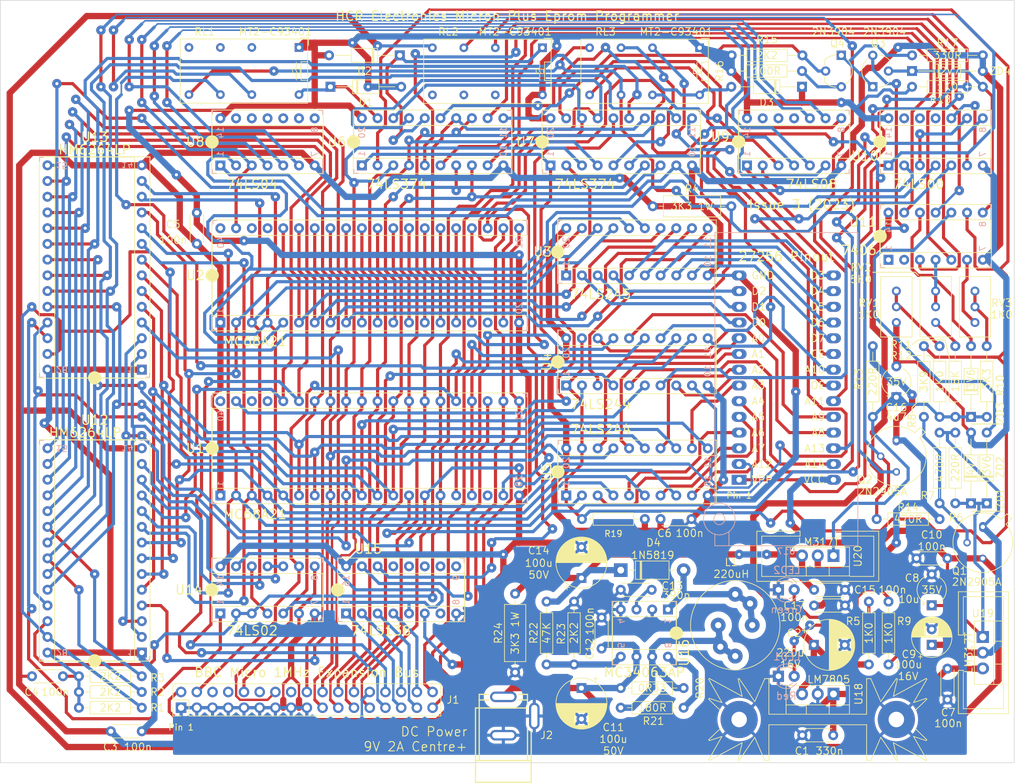
<source format=kicad_pcb>
(kicad_pcb (version 20211014) (generator pcbnew)
  (layers (0 "F.Cu" signal) (31 "B.Cu" signal) (34 "B.Paste" user) (35 "F.Paste" user) (36 "B.SilkS" user "B.Silkscreen") (37 "F.SilkS" user "F.Silkscreen") (38 "B.Mask" user) (39 "F.Mask" user) (44 "Edge.Cuts" user))
  (net 0 "")
  (net 1 "/Power Supply/9VDC")
  (net 2 "GND")
  (net 3 "VCC")
  (net 4 "Net-(C8-Pad1)")
  (net 5 "/Main Logic and Eprom Socket/EpromVCC")
  (net 6 "/Power Supply/28VDC")
  (net 7 "/Control Latches/nRelay1")
  (net 8 "/Control Latches/nRelay2")
  (net 9 "/Control Latches/nRelay3")
  (net 10 "Net-(LED1-Pad2)")
  (net 11 "Net-(LED2-Pad2)")
  (net 12 "Net-(Q3-Pad2)")
  (net 13 "Net-(U11-Pad10)")
  (net 14 "/1MHz Bus and PIA Interface/bus_RnW")
  (net 15 "/1MHz Bus and PIA Interface/bus_1MHzE")
  (net 18 "/1MHz Bus and PIA Interface/bus_nPGFC")
  (net 20 "/1MHz Bus and PIA Interface/bus_nRST")
  (net 22 "/1MHz Bus and PIA Interface/bus_D0")
  (net 23 "/1MHz Bus and PIA Interface/bus_D1")
  (net 24 "/1MHz Bus and PIA Interface/bus_D2")
  (net 25 "/1MHz Bus and PIA Interface/bus_D3")
  (net 26 "/1MHz Bus and PIA Interface/bus_D4")
  (net 27 "/1MHz Bus and PIA Interface/bus_D5")
  (net 28 "/1MHz Bus and PIA Interface/bus_D6")
  (net 29 "/1MHz Bus and PIA Interface/bus_D7")
  (net 30 "/1MHz Bus and PIA Interface/bus_A0")
  (net 31 "/1MHz Bus and PIA Interface/bus_A1")
  (net 32 "/1MHz Bus and PIA Interface/bus_A2")
  (net 33 "/1MHz Bus and PIA Interface/bus_A3")
  (net 34 "/1MHz Bus and PIA Interface/bus_A4")
  (net 35 "/1MHz Bus and PIA Interface/bus_A5")
  (net 36 "/1MHz Bus and PIA Interface/bus_A6")
  (net 37 "/1MHz Bus and PIA Interface/bus_A7")
  (net 38 "Net-(Q1-Pad2)")
  (net 39 "Net-(Q2-Pad2)")
  (net 40 "/Main Logic and Eprom Socket/EpromVPP")
  (net 41 "Net-(Q3-Pad1)")
  (net 42 "/Control Latches/nVPPEnable")
  (net 43 "Net-(Q4-Pad3)")
  (net 44 "/Control Latches/nRAMWE")
  (net 45 "/Control Latches/nRAMOE")
  (net 46 "/Control Latches/nRAMCE")
  (net 47 "/Control Latches/nVCCEnable")
  (net 48 "Net-(R10-Pad1)")
  (net 49 "Net-(R11-Pad1)")
  (net 50 "Net-(R12-Pad1)")
  (net 54 "/Main Logic and Eprom Socket/Eprom26VCC")
  (net 55 "/Main Logic and Eprom Socket/Eprom26")
  (net 56 "/Main Logic and Eprom Socket/Eprom22VPP")
  (net 57 "/Control Latches/Eprom22")
  (net 58 "Net-(RV3-Pad3)")
  (net 59 "/1MHz Bus and PIA Interface/Addr0")
  (net 60 "/1MHz Bus and PIA Interface/Addr1")
  (net 61 "/1MHz Bus and PIA Interface/Addr2")
  (net 62 "/1MHz Bus and PIA Interface/Addr3")
  (net 63 "/1MHz Bus and PIA Interface/Addr4")
  (net 64 "/1MHz Bus and PIA Interface/Addr5")
  (net 65 "/1MHz Bus and PIA Interface/Addr6")
  (net 66 "/1MHz Bus and PIA Interface/Addr7")
  (net 67 "/1MHz Bus and PIA Interface/Addr8")
  (net 68 "/1MHz Bus and PIA Interface/Addr9")
  (net 69 "/1MHz Bus and PIA Interface/Addr10")
  (net 70 "/1MHz Bus and PIA Interface/Addr11")
  (net 71 "/1MHz Bus and PIA Interface/Addr12")
  (net 72 "/1MHz Bus and PIA Interface/Addr13")
  (net 73 "/1MHz Bus and PIA Interface/Addr14")
  (net 74 "/1MHz Bus and PIA Interface/Addr15")
  (net 76 "/1MHz Bus and PIA Interface/nMiscEn")
  (net 77 "/1MHz Bus and PIA Interface/nCSPIA1")
  (net 80 "/1MHz Bus and PIA Interface/nDataEn")
  (net 82 "/1MHz Bus and PIA Interface/Data0")
  (net 83 "/1MHz Bus and PIA Interface/Data1")
  (net 84 "/1MHz Bus and PIA Interface/Data2")
  (net 85 "/1MHz Bus and PIA Interface/Data3")
  (net 86 "/1MHz Bus and PIA Interface/Data4")
  (net 87 "/1MHz Bus and PIA Interface/Data5")
  (net 88 "/1MHz Bus and PIA Interface/Data6")
  (net 89 "/1MHz Bus and PIA Interface/Data7")
  (net 90 "/1MHz Bus and PIA Interface/Misc0")
  (net 91 "/1MHz Bus and PIA Interface/Misc1")
  (net 92 "/1MHz Bus and PIA Interface/Misc2")
  (net 93 "/1MHz Bus and PIA Interface/Misc3")
  (net 94 "/1MHz Bus and PIA Interface/Misc4")
  (net 95 "/1MHz Bus and PIA Interface/Misc5")
  (net 96 "/1MHz Bus and PIA Interface/Misc6")
  (net 97 "/1MHz Bus and PIA Interface/Misc7")
  (net 99 "/1MHz Bus and PIA Interface/LatchB")
  (net 100 "/1MHz Bus and PIA Interface/nCSPIA2")
  (net 103 "/1MHz Bus and PIA Interface/LatchA")
  (net 105 "/Control Latches/DataDir")
  (net 106 "Net-(U17-Pad11)")
  (net 107 "Net-(U17-Pad12)")
  (net 108 "Net-(U17-Pad13)")
  (net 109 "Net-(U17-Pad15)")
  (net 110 "Net-(U17-Pad16)")
  (net 111 "Net-(U17-Pad17)")
  (net 112 "Net-(U17-Pad18)")
  (net 113 "Net-(U17-Pad19)")
  (net 114 "/Main Logic and Eprom Socket/Eprom1")
  (net 115 "/Main Logic and Eprom Socket/Eprom27")
  (net 116 "Net-(U10-Pad8)")
  (net 117 "/Main Logic and Eprom Socket/Eprom2")
  (net 118 "Net-(U4-Pad11)")
  (net 119 "Net-(RL1-Pad11)")
  (net 120 "/Main Logic and Eprom Socket/Eprom21")
  (net 121 "/Main Logic and Eprom Socket/Eprom24")
  (net 122 "/Main Logic and Eprom Socket/Eprom25")
  (net 123 "/Main Logic and Eprom Socket/Eprom3")
  (net 124 "/Main Logic and Eprom Socket/Eprom4")
  (net 125 "/Main Logic and Eprom Socket/Eprom5")
  (net 126 "/Main Logic and Eprom Socket/Eprom6")
  (net 127 "/Main Logic and Eprom Socket/Eprom7")
  (net 128 "/Main Logic and Eprom Socket/Eprom8")
  (net 129 "/Main Logic and Eprom Socket/Eprom9")
  (net 130 "/Main Logic and Eprom Socket/Eprom10")
  (net 131 "/Control Latches/VPP21V")
  (net 132 "/Control Latches/VPP12V5")
  (net 133 "/Control Latches/VPP5V")
  (net 134 "Net-(U6-Pad11)")
  (net 135 "/Control Latches/VCC5V")
  (net 136 "/Control Latches/Eprom20")
  (net 137 "/Control Latches/n2564Mode")
  (net 138 "Net-(U7-Pad11)")
  (net 139 "Net-(U10-Pad4)")
  (net 140 "Net-(U8-Pad4)")
  (net 141 "Net-(U8-Pad6)")
  (net 151 "Net-(U10-Pad3)")
  (net 152 "Net-(U10-Pad10)")
  (net 158 "/Buffer RAM/nAddr13")
  (net 159 "Net-(U14-Pad12)")
  (net 160 "/1MHz Bus and PIA Interface/clean_nPGFC")
  (net 161 "Net-(U14-Pad10)")
  (net 168 "/Main Logic and Eprom Socket/Eprom1VPP")
  (net 169 "/Main Logic and Eprom Socket/Eprom23VPP")
  (net 173 "Net-(D4-Pad2)")
  (net 174 "Net-(L1-Pad1)")
  (net 175 "Net-(RV2-Pad1)")
  (net 176 "Net-(R21-Pad1)")
  (net 177 "Net-(R22-Pad1)")
  (net 178 "Net-(U11-Pad12)")
  (net 179 "/Power Supply/EpromVCCUnswitched")
  (net 180 "Net-(C13-Pad1)")
  (net 181 "Net-(C16-Pad1)")
  (net 182 "/Power Supply/EpromVPPUnswitched")
  (footprint "Relay_THT:Relay_DPDT_Omron_G5V-2" (layer "F.Cu") (at 128.2375 29.2575 -90)
    (fp_text reference "RL2")
    (fp_text value "MT2-C93401")
  )
  (footprint "Potentiometer_THT:Potentiometer_Bourns_3296W_Vertical" (layer "F.Cu") (at 198.12 68.57 90)
    (fp_text reference "RV3")
    (fp_text value "1K0")
  )
  (footprint "custom_footprints:CP_Radial_Tantal_D4.5mm_P5.00mm" (layer "F.Cu") (at 185.42 85.725 90)
    (fp_text reference "C16")
    (fp_text value "4u7")
  )
  (footprint "custom_footprints:Heatsink_Boyd_PF720" (layer "F.Cu") (at 175.26 111.323 180)
    (fp_text reference "HS3" hide)
    (fp_text value "Clip On Heatsink" hide)
  )
  (footprint "custom_footprints:DIP-8_W7.62mm_Socket" (layer "F.Cu") (at 148.51 120.025 -90)
    (fp_text reference "U16")
    (fp_text value "MC34063AP")
  )
  (footprint "custom_footprints:R_Axial_DIN0207_L6.3mm_D2.0mm_P11.43mm_Horizontal" (layer "F.Cu") (at 194.945 91.44 -90)
    (fp_text reference "R6")
    (fp_text value "220R")
  )
  (footprint "Relay_THT:Relay_DPDT_Omron_G5V-2" (layer "F.Cu") (at 153.6375 29.2575 -90)
    (fp_text reference "RL3")
    (fp_text value "MT2-C93401")
  )
  (footprint "custom_footprints:R_Axial_DIN0207_L6.3mm_D2.0mm_P11.43mm_Horizontal" (layer "F.Cu") (at 192.405 91.44 -90)
    (fp_text reference "R7")
    (fp_text value "470R")
  )
  (footprint "custom_footprints:DIP-28_W15.24mm_Socket" (layer "F.Cu") (at 63.5 81.27 180)
    (fp_text reference "U13")
    (fp_text value "HM6264LP")
  )
  (footprint "Resistor_THT:R_Axial_DIN0309_L9.0mm_D3.2mm_P12.70mm_Horizontal" (layer "F.Cu") (at 158.75 54.864 180)
    (fp_text reference "R4")
    (fp_text value "3K3 1W")
  )
  (footprint "custom_footprints:R_Axial_DIN0207_L6.3mm_D2.0mm_P10.16mm_Horizontal" (layer "F.Cu") (at 53.34 135.89)
    (fp_text reference "R1")
    (fp_text value "2K2")
  )
  (footprint "MountingHole:MountingHole_2.7mm_M2.5" (layer "F.Cu") (at 44.45 140.97)
    (fp_text reference "H3" hide)
    (fp_text value "MountingHole" hide)
  )
  (footprint "custom_footprints:R_Axial_DIN0207_L6.3mm_D2.0mm_P11.43mm_Horizontal" (layer "F.Cu") (at 181.61 77.47 -90)
    (fp_text reference "R13")
    (fp_text value "220R")
  )
  (footprint "Capacitor_THT:C_Disc_D4.3mm_W1.9mm_P5.00mm" (layer "F.Cu") (at 50.76 130.81 180)
    (fp_text reference "C4")
    (fp_text value "100n")
  )
  (footprint "custom_footprints:Heatsink_Boyd_PF720" (layer "F.Cu") (at 199.39 124.46 -90)
    (fp_text reference "HS2" hide)
    (fp_text value "Clip On Heatsink" hide)
  )
  (footprint "Capacitor_THT:C_Disc_D4.3mm_W1.9mm_P5.00mm" (layer "F.Cu") (at 172.125 116.84)
    (fp_text reference "C15")
    (fp_text value "100n")
  )
  (footprint "Capacitor_THT:C_Disc_D4.3mm_W1.9mm_P5.00mm" (layer "F.Cu") (at 172.125 119.38)
    (fp_text reference "C17")
    (fp_text value "100n")
  )
  (footprint "Diode_THT:D_DO-41_SOD81_P10.16mm_Horizontal" (layer "F.Cu") (at 140.89 113.665)
    (fp_text reference "D4")
    (fp_text value "1N5819")
  )
  (footprint "custom_footprints:CLIFF_FC68148(DC-10A)" (layer "F.Cu") (at 121.92 140.335)
    (fp_text reference "J2")
    (fp_text value "Cliff DC10A" hide)
  )
  (footprint "MountingHole:MountingHole_2.7mm_M2.5" (layer "F.Cu") (at 200.66 25.4)
    (fp_text reference "H2" hide)
    (fp_text value "MountingHole" hide)
  )
  (footprint "custom_footprints:TO-39-3" (layer "F.Cu") (at 185.42 92.71 -90)
    (fp_text reference "Q2")
    (fp_text value "2N2905A")
  )
  (footprint "Package_TO_SOT_THT:TO-220-3_Vertical" (layer "F.Cu") (at 175.26 111.323 180)
    (fp_text reference "U20")
    (fp_text value "LM317T")
  )
  (footprint "custom_footprints:DIP-14_W7.62mm_Socket" (layer "F.Cu") (at 184.145 63.515 90)
    (fp_text reference "U11")
    (fp_text value "7406")
  )
  (footprint "Capacitor_THT:C_Disc_D4.3mm_W1.9mm_P5.00mm" (layer "F.Cu") (at 63.5 139.7 180)
    (fp_text reference "C3")
    (fp_text value "100n")
  )
  (footprint "custom_footprints:TO-92_Wide" (layer "F.Cu") (at 181.61 35.56 90)
    (fp_text reference "Q3")
    (fp_text value "2N3904")
  )
  (footprint "Connector_PinHeader_2.54mm:PinHeader_2x17_P2.54mm_Vertical" (layer "F.Cu") (at 69.85 135.89 90)
    (fp_text reference "J1")
    (fp_text value "Conn_02x17_Odd_Even" hide)
  )
  (footprint "custom_footprints:R_Axial_DIN0207_L6.3mm_D2.0mm_P10.16mm_Horizontal" (layer "F.Cu") (at 53.34 133.35)
    (fp_text reference "R2")
    (fp_text value "2K2")
  )
  (footprint "custom_footprints:R_Axial_DIN0207_L6.3mm_D2.0mm_P11.43mm_Horizontal" (layer "F.Cu") (at 187.96 35.56)
    (fp_text reference "R18")
    (fp_text value "1K0")
  )
  (footprint "Capacitor_THT:CP_Radial_D8.0mm_P5.00mm" (layer "F.Cu") (at 172.085 125.73)
    (fp_text reference "C2")
    (fp_text value "220u")
  )
  (footprint "Potentiometer_THT:Potentiometer_Bourns_3296W_Vertical" (layer "F.Cu") (at 185.42 68.57 90)
    (fp_text reference "RV1")
    (fp_text value "1K0")
  )
  (footprint "Capacitor_THT:C_Disc_D4.3mm_W1.9mm_P5.00mm" (layer "F.Cu") (at 193.675 129.58 -90)
    (fp_text reference "C7")
    (fp_text value "100n")
  )
  (footprint "custom_footprints:R_Axial_DIN0207_L6.3mm_D2.0mm_P11.43mm_Horizontal" (layer "F.Cu") (at 192.405 77.47 -90)
    (fp_text reference "R12")
    (fp_text value "3K9")
  )
  (footprint "custom_footprints:DIP-20_W7.62mm_Socket" (layer "F.Cu") (at 99.06 48.26 90)
    (fp_text reference "U6")
    (fp_text value "74LS374")
  )
  (footprint "custom_footprints:R_Axial_DIN0207_L6.3mm_D2.0mm_P10.16mm_Horizontal" (layer "F.Cu") (at 151.05 135.89 180)
    (fp_text reference "R21")
    (fp_text value "180R")
  )
  (footprint "custom_footprints:R_Axial_DIN0207_L6.3mm_D2.0mm_P10.16mm_Horizontal" (layer "F.Cu") (at 133.35 118.745 -90)
    (fp_text reference "R23")
    (fp_text value "2K2")
  )
  (footprint "custom_footprints:DIP-40_W15.24mm_Socket" (layer "F.Cu") (at 76.2 101.6 90)
    (fp_text reference "U1")
    (fp_text value "MC68A21")
  )
  (footprint "custom_footprints:DIP-14_W7.62mm_Socket" (layer "F.Cu") (at 76.195 48.275 90)
    (fp_text reference "U8")
    (fp_text value "74LS04")
  )
  (footprint "Capacitor_THT:C_Disc_D4.3mm_W1.9mm_P5.00mm" (layer "F.Cu") (at 193.675 111.76 180)
    (fp_text reference "C10")
    (fp_text value "100n")
  )
  (footprint "custom_footprints:TO-92_Wide" (layer "F.Cu") (at 176.53 30.48 -90)
    (fp_text reference "Q4")
    (fp_text value "2N3904")
  )
  (footprint "custom_footprints:R_Axial_DIN0207_L6.3mm_D2.0mm_P11.43mm_Horizontal" (layer "F.Cu") (at 189.865 88.9 90)
    (fp_text reference "R8")
    (fp_text value "1K0")
  )
  (footprint "custom_footprints:R_Axial_DIN0207_L6.3mm_D2.0mm_P10.16mm_Horizontal" (layer "F.Cu") (at 144.78 105.41 180)
    (fp_text reference "R19")
    (fp_text value "4K7")
  )
  (footprint "custom_footprints:DIP-20_W7.62mm_Socket_tweaked" (layer "F.Cu") (at 132.08 101.6 90)
    (fp_text reference "U5")
    (fp_text value "74LS244")
  )
  (footprint "Capacitor_THT:CP_Radial_D6.3mm_P2.50mm" (layer "F.Cu") (at 191.135 125.73 90)
    (fp_text reference "C9")
    (fp_text value "100u")
  )
  (footprint "custom_footprints:DIP-28_W15.24mm_Socket" (layer "F.Cu") (at 63.505 126.99 180)
    (fp_text reference "U12")
    (fp_text value "HM6264LP")
  )
  (footprint "Relay_THT:Relay_DPDT_Omron_G5V-2" (layer "F.Cu") (at 88.9 29.21 -90)
    (fp_text reference "RL1")
    (fp_text value "MT2-C93401")
  )
  (footprint "MountingHole:MountingHole_2.7mm_M2.5" (layer "F.Cu") (at 200.66 140.97)
    (fp_text reference "H4" hide)
    (fp_text value "MountingHole" hide)
  )
  (footprint "custom_footprints:TO-39-3" (layer "F.Cu") (at 199.39 106.68 -90)
    (fp_text reference "Q1")
    (fp_text value "2N2905A")
  )
  (footprint "custom_footprints:DIP-16_W7.62mm_Socket" (layer "F.Cu") (at 96.52 120.665 90)
    (fp_text reference "U15")
    (fp_text value "74LS138")
  )
  (footprint "MountingHole:MountingHole_2.7mm_M2.5" (layer "F.Cu") (at 44.45 25.4)
    (fp_text reference "H1" hide)
    (fp_text value "MountingHole" hide)
  )
  (footprint "custom_footprints:R_Axial_DIN0207_L6.3mm_D2.0mm_P11.43mm_Horizontal" (layer "F.Cu") (at 187.96 30.48)
    (fp_text reference "R17")
    (fp_text value "330R")
  )
  (footprint "custom_footprints:R_Axial_DIN0207_L6.3mm_D2.0mm_P11.43mm_Horizontal" (layer "F.Cu") (at 200.025 77.47 -90)
    (fp_text reference "R10")
    (fp_text value "3K3")
  )
  (footprint "custom_footprints:DIP-20_W7.62mm_Socket_tweaked" (layer "F.Cu") (at 132.08 66.04 90)
    (fp_text reference "U3")
    (fp_text value "74LS245")
  )
  (footprint "custom_footprints:D_DO-35_SOD27_P11.43mm_Horizontal" (layer "F.Cu") (at 197.485 88.9 90)
    (fp_text reference "ZD3")
    (fp_text value "3V6")
  )
  (footprint "Resistor_THT:R_Axial_DIN0309_L9.0mm_D3.2mm_P12.70mm_Horizontal" (layer "F.Cu") (at 123.825 130.175 90)
    (fp_text reference "R24")
    (fp_text value "3K3 1W")
  )
  (footprint "custom_footprints:R_Axial_DIN0207_L6.3mm_D2.0mm_P10.16mm_Horizontal" (layer "F.Cu") (at 140.89 132.715)
    (fp_text reference "R20")
    (fp_text value "0R33")
  )
  (footprint "custom_footprints:DIP-20_W7.62mm_Socket" (layer "F.Cu") (at 129.545 48.275 90)
    (fp_text reference "U7")
    (fp_text value "74LS374")
  )
  (footprint "custom_footprints:DIP-20_W7.62mm_Socket_tweaked" (layer "F.Cu") (at 132.08 83.82 90)
    (fp_text reference "U4")
    (fp_text value "74LS244")
  )
  (footprint "Capacitor_THT:C_Disc_D4.3mm_W1.9mm_P5.00mm" (layer "F.Cu") (at 145.89 116.84 180)
    (fp_text reference "C13")
    (fp_text value "390p")
  )
  (footprint "custom_footprints:D_DO-35_SOD27_P11.43mm_Horizontal" (layer "F.Cu") (at 187.96 33.02)
    (fp_text reference "ZD4")
    (fp_text value "2V7")
  )
  (footprint "custom_footprints:DIP-40_W15.24mm_Socket" (layer "F.Cu") (at 76.2 73.66 90)
    (fp_text reference "U2")
    (fp_text value "MC68A21")
  )
  (footprint "custom_footprints:D_DO-35_SOD27_P11.43mm_Horizontal" (layer "F.Cu") (at 200.025 102.87 90)
    (fp_text reference "ZD2")
    (fp_text value "3V6")
  )
  (footprint "Capacitor_THT:C_Disc_D4.3mm_W1.9mm_P5.00mm" (layer "F.Cu") (at 175.22 140.335 180)
    (fp_text reference "C1")
    (fp_text value "330n")
  )
  (footprint "custom_footprints:R_Axial_DIN0207_L6.3mm_D2.0mm_P11.43mm_Horizontal" (layer "F.Cu") (at 194.945 77.47 -90)
    (fp_text reference "R11")
    (fp_text value "18K")
  )
  (footprint "custom_footprints:R_Axial_DIN0207_L6.3mm_D2.0mm_P10.16mm_Horizontal" (layer "F.Cu") (at 53.34 130.81)
    (fp_text reference "R3")
    (fp_text value "2K2")
  )
  (footprint "custom_footprints:R_Axial_DIN0207_L6.3mm_D2.0mm_P10.16mm_Horizontal" (layer "F.Cu") (at 180.975 128.905 90)
    (fp_text reference "R5")
    (fp_text value "1K0")
  )
  (footprint "Capacitor_THT:C_Disc_D4.3mm_W1.9mm_P5.00mm" (layer "F.Cu") (at 147.32 105.41)
    (fp_text reference "C6")
    (fp_text value "100n")
  )
  (footprint "Capacitor_THT:C_Disc_D4.3mm_W1.9mm_P5.00mm" (layer "F.Cu") (at 72.39 55.92 -90)
    (fp_text reference "C5")
    (fp_text value "100n")
  )
  (footprint "custom_footprints:R_Axial_DIN0207_L6.3mm_D2.0mm_P10.16mm_Horizontal" (layer "F.Cu") (at 184.15 128.905 90)
    (fp_text reference "R9")
    (fp_text value "1K0")
  )
  (footprint "custom_footprints:R_Axial_DIN0207_L6.3mm_D2.0mm_P11.43mm_Horizontal" (layer "F.Cu") (at 158.81 30.48)
    (fp_text reference "R15")
    (fp_text value "2K2")
  )
  (footprint "custom_footprints:D_DO-35_SOD27_P11.43mm_Horizontal" (layer "F.Cu") (at 197.485 102.87 90)
    (fp_text reference "ZD1")
    (fp_text value "4V7")
  )
  (footprint "custom_footprints:D_DO-35_SOD27_P11.43mm_Horizontal" (layer "F.Cu") (at 93.98 35.56)
    (fp_text reference "D1")
    (fp_text value "1N4148" hide)
  )
  (footprint "custom_footprints:R_Axial_DIN0207_L6.3mm_D2.0mm_P10.16mm_Horizontal" (layer "F.Cu") (at 128.905 128.905 90)
    (fp_text reference "R22")
    (fp_text value "47K")
  )
  (footprint "custom_footprints:D_DO-35_SOD27_P11.43mm_Horizontal" (layer "F.Cu") (at 170.18 35.56 180)
    (fp_text reference "D3")
    (fp_text value "1N4148" hide)
  )
  (footprint "Package_TO_SOT_THT:TO-220-3_Vertical" (layer "F.Cu") (at 199.39 124.46 -90)
    (fp_text reference "U19")
    (fp_text value "LM317T")
  )
  (footprint "custom_footprints:DIP-14_W7.62mm_Socket" (layer "F.Cu") (at 184.145 48.275 90)
    (fp_text reference "U10")
    (fp_text value "74LS00")
  )
  (footprint "custom_footprints:DIP-14_W7.62mm_Socket" (layer "F.Cu") (at 76.195 120.665 90)
    (fp_text reference "U14")
    (fp_text value "74LS02")
  )
  (footprint "Potentiometer_THT:Potentiometer_Bourns_3296W_Vertical" (layer "F.Cu") (at 191.77 68.57 90)
    (fp_text reference "RV2")
    (fp_text value "5K0")
  )
  (footprint "custom_footprints:R_Axial_DIN0207_L6.3mm_D2.0mm_P11.43mm_Horizontal" (layer "F.Cu") (at 158.75 33.02)
    (fp_text reference "R16")
    (fp_text value "100R")
  )
  (footprint "custom_footprints:D_DO-35_SOD27_P11.43mm_Horizontal" (layer "F.Cu") (at 105.19 30.48 180)
    (fp_text reference "D2")
    (fp_text value "1N4148" hide)
  )
  (footprint "Capacitor_THT:CP_Radial_D8.0mm_P5.00mm" (layer "F.Cu") (at 134.54 114.935 90)
    (fp_text reference "C14")
    (fp_text value "100u")
  )
  (footprint "Capacitor_THT:C_Disc_D4.3mm_W1.9mm_P5.00mm" (layer "F.Cu") (at 137.795 126.325 90)
    (fp_text reference "C12")
    (fp_text value "100n")
  )
  (footprint "custom_footprints:Heatsink_Fischer_SK104-STC-STIC_35x13mm_2xDrill2.5mm" (layer "F.Cu") (at 172.72 137.795)
    (fp_text reference "HS1" hide)
    (fp_text value "Multicomp Pro MC33263" hide)
  )
  (footprint "Capacitor_THT:CP_Radial_D8.0mm_P5.00mm" (layer "F.Cu") (at 134.54 132.715 -90)
    (fp_text reference "C11")
    (fp_text value "100u")
  )
  (footprint "custom_footprints:DIP-14_W7.62mm_Socket" (layer "F.Cu") (at 161.285 48.275 90)
    (fp_text reference "U9")
    (fp_text value "74LS08")
  )
  (footprint "custom_footprints:R_Axial_DIN0207_L6.3mm_D2.0mm_P10.16mm_Horizontal" (layer "F.Cu") (at 192.405 105.41 180)
    (fp_text reference "R14")
    (fp_text value "470R")
  )
  (footprint "custom_footprints:L_Radial_D14.2mm_P10.00mm_Kemet" (layer "F.Cu") (at 159.385 127.555 90)
    (fp_text reference "L1")
    (fp_text value "220uH")
  )
  (footprint "Package_TO_SOT_THT:TO-220-3_Vertical" (layer "F.Cu") (at 175.26 133.675 180)
    (fp_text reference "U18")
    (fp_text value "LM7805")
  )
  (footprint "custom_footprints:CP_Radial_Tantal_D4.5mm_P5.00mm" (layer "F.Cu") (at 191.135 119.34 90)
    (fp_text reference "C8")
    (fp_text value "10u")
  )
  (footprint "LED_THT:LED_D3.0mm" (layer "B.Cu") (at 166.37 116.84)
    (fp_text reference "LED2")
    (fp_text value "Green")
  )
  (footprint "custom_footprints:DIP_Socket-28_W11.9_W12.7_W15.24_W17.78_W18.5_3M_228-1277-00-0602J" (layer "B.Cu") (at 160.02 99.06)
    (fp_text reference "U17")
    (fp_text value "28 PIN ZIF")
  )
  (footprint "LED_THT:LED_D3.0mm" (layer "B.Cu") (at 166.37 130.81)
    (fp_text reference "LED1")
    (fp_text value "Red")
  )
  (gr_line (start 181.61 65.532) (end 188.468 65.532) (layer "F.SilkS") (width 0.15))
  (gr_line (start 191.516 79.756) (end 190.754 78.994) (layer "F.SilkS") (width 0.15))
  (gr_line (start 187.96 78.994) (end 189.484 78.994) (layer "F.SilkS") (width 0.15))
  (gr_line (start 202.692 104.14) (end 197.612 104.14) (layer "F.SilkS") (width 0.15))
  (gr_line (start 190.754 78.994) (end 190.246 78.994) (layer "F.SilkS") (width 0.15))
  (gr_line (start 187.96 87.376) (end 187.96 88.265) (layer "F.SilkS") (width 0.15))
  (gr_line (start 188.976 76.454) (end 193.294 76.454) (layer "F.SilkS") (width 0.15))
  (gr_line (start 188.468 65.532) (end 188.976 66.04) (layer "F.SilkS") (width 0.15))
  (gr_line (start 188.976 76.454) (end 187.96 77.216) (layer "F.SilkS") (width 0.15))
  (gr_line (start 188.722 86.614) (end 187.96 87.376) (layer "F.SilkS") (width 0.15))
  (gr_line (start 193.294 76.454) (end 194.056 79.756) (layer "F.SilkS") (width 0.15))
  (gr_line (start 202.565 90.043) (end 197.485 90.043) (layer "F.SilkS") (width 0.15))
  (gr_line (start 204.47 144.78) (end 40.64 144.78) (layer "Edge.Cuts") (width 0.1))
  (gr_line (start 40.64 21.59) (end 204.47 21.59) (layer "Edge.Cuts") (width 0.1))
  (gr_line (start 40.64 144.78) (end 40.64 21.59) (layer "Edge.Cuts") (width 0.1))
  (gr_line (start 204.47 21.59) (end 204.47 144.78) (layer "Edge.Cuts") (width 0.1))
  (gr_text "Issue 3 (2023)" (at 170.18 54.61) (layer "F.SilkS") (effects (font (size 1.5 1.5) (thickness 0.2))))
  (gr_text "BBC Micro 1MHz Expansion Bus" (at 90.17 130.175) (layer "F.SilkS") (effects (font (size 1.5 1.5) (thickness 0.2))))
  (gr_text "A8" (at 173.99 91.44) (layer "F.SilkS") (effects (font (size 1.2 1.2)) (justify right)))
  (gr_text "A0" (at 161.925 76.2) (layer "F.SilkS") (effects (font (size 1.2 1.2)) (justify left)))
  (gr_text "50V" (at 127.635 114.427) (layer "F.SilkS") (effects (font (size 1.2 1.2))))
  (gr_text "A14" (at 173.99 96.52) (layer "F.SilkS") (effects (font (size 1.2 1.2)) (justify right)))
  (gr_text "D4" (at 173.99 68.58) (layer "F.SilkS") (effects (font (size 1.2 1.2)) (justify right)))
  (gr_text "DC Power\n9V 2A Centre+" (at 116.205 140.97) (layer "F.SilkS") (effects (font (size 1.5 1.5)) (justify right)))
  (gr_text "16V" (at 187.325 130.81) (layer "F.SilkS") (effects (font (size 1.2 1.2))))
  (gr_text "A11" (at 173.99 86.36) (layer "F.SilkS") (effects (font (size 1.2 1.2)) (justify right)))
  (gr_text "A3" (at 161.925 83.82) (layer "F.SilkS") (effects (font (size 1.2 1.2)) (justify left)))
  (gr_text "VCC" (at 173.99 99.06) (layer "F.SilkS") (effects (font (size 1.2 1.2)) (justify right)))
  (gr_text "VPP" (at 161.925 99.06) (layer "F.SilkS") (effects (font (size 1.2 1.2)) (justify left)))
  (gr_text "A9" (at 173.99 88.9) (layer "F.SilkS") (effects (font (size 1.2 1.2)) (justify right)))
  (gr_text "Pin 1" (at 69.85 139.065) (layer "F.SilkS") (effects (font (size 1 1))))
  (gr_text "50V" (at 139.7 142.875) (layer "F.SilkS") (effects (font (size 1.2 1.2))))
  (gr_text "35V" (at 191.135 116.84) (layer "F.SilkS") (effects (font (size 1.2 1.2))))
  (gr_text "A7" (at 161.925 93.98) (layer "F.SilkS") (effects (font (size 1.2 1.2)) (justify left)))
  (gr_text "HCR Electronics Micron Plus Eprom Programmer" (at 122.555 24.13) (layer "F.SilkS") (effects (font (size 1.5 1.5) (thickness 0.2))))
  (gr_text "D6" (at 173.99 73.66) (layer "F.SilkS") (effects (font (size 1.2 1.2)) (justify right)))
  (gr_text "A12" (at 161.925 96.52) (layer "F.SilkS") (effects (font (size 1.2 1.2)) (justify left)))
  (gr_text "35V" (at 185.42 83.225) (layer "F.SilkS") (effects (font (size 1.2 1.2))))
  (gr_text "D2" (at 161.925 68.58) (layer "F.SilkS") (effects (font (size 1.2 1.2)) (justify left)))
  (gr_text "GND" (at 161.925 66.04) (layer "F.SilkS") (effects (font (size 1.2 1.2)) (justify left)))
  (gr_text "D0" (at 161.925 73.66) (layer "F.SilkS") (effects (font (size 1.2 1.2)) (justify left)))
  (gr_text "CE" (at 173.99 78.74) (layer "F.SilkS") (effects (font (size 1.2 1.2)) (justify right)))
  (gr_text "A5" (at 161.925 88.9) (layer "F.SilkS") (effects (font (size 1.2 1.2)) (justify left)))
  (gr_text "A10" (at 173.99 81.28) (layer "F.SilkS") (effects (font (size 1.2 1.2)) (justify right)))
  (gr_text "D3" (at 173.99 66.04) (layer "F.SilkS") (effects (font (size 1.2 1.2)) (justify right)))
  (gr_text "27256 Pinout" (at 167.64 62.992) (layer "F.SilkS") (effects (font (size 1.5 1.5) (thickness 0.2))))
  (gr_text "D7" (at 173.99 76.2) (layer "F.SilkS") (effects (font (size 1.2 1.2)) (justify right)))
  (gr_text "A4" (at 161.925 86.36) (layer "F.SilkS") (effects (font (size 1.2 1.2)) (justify left)))
  (gr_text "A13" (at 173.99 93.98) (layer "F.SilkS") (effects (font (size 1.2 1.2)) (justify right)))
  (gr_text "A6" (at 161.925 91.44) (layer "F.SilkS") (effects (font (size 1.2 1.2)) (justify left)))
  (gr_text "Pin 1" (at 160.02 101.6) (layer "F.SilkS") (effects (font (size 1 1))))
  (gr_text "A2" (at 161.925 81.28) (layer "F.SilkS") (effects (font (size 1.2 1.2)) (justify left)))
  (gr_text "D1" (at 161.925 71.12) (layer "F.SilkS") (effects (font (size 1.2 1.2)) (justify left)))
  (gr_text "16V" (at 168.275 128.905) (layer "F.SilkS") (effects (font (size 1.2 1.2))))
  (gr_text "A1" (at 161.925 78.74) (layer "F.SilkS") (effects (font (size 1.2 1.2)) (justify left)))
  (gr_text "OE" (at 173.99 83.82) (layer "F.SilkS") (effects (font (size 1.2 1.2)) (justify right)))
  (gr_text "D5" (at 173.99 71.12) (layer "F.SilkS") (effects (font (size 1.2 1.2)) (justify right)))
  (segment (start 134.62 132.715) (end 137.16 135.255) (width 1.016) (layer "F.Cu") (net 1))
  (segment (start 137.16 137.795) (end 138.43 139.065) (width 1.016) (layer "F.Cu") (net 1))
  (segment (start 161.925 133.35) (end 165.735 137.16) (width 1.016) (layer "F.Cu") (net 1))
  (segment (start 123.34 132.715) (end 134.54 132.715) (width 1.016) (layer "F.Cu") (net 1))
  (segment (start 175.26 133.675) (end 189.54 133.675) (width 1.016) (layer "F.Cu") (net 1))
  (segment (start 165.735 137.16) (end 171.775 137.16) (width 1.016) (layer "F.Cu") (net 1))
  (segment (start 137.16 135.255) (end 137.16 137.795) (width 1.016) (layer "F.Cu") (net 1))
  (segment (start 152.4 139.065) (end 158.115 133.35) (width 1.016) (layer "F.Cu") (net 1))
  (segment (start 138.43 139.065) (end 152.4 139.065) (width 1.016) (layer "F.Cu") (net 1))
  (segment (start 189.54 133.675) (end 193.635 129.58) (width 1.016) (layer "F.Cu") (net 1))
  (segment (start 175.22 140.335) (end 175.22 133.715) (width 1.016) (layer "F.Cu") (net 1))
  (segment (start 158.115 133.35) (end 161.925 133.35) (width 1.016) (layer "F.Cu") (net 1))
  (segment (start 171.775 137.16) (end 175.26 133.675) (width 1.016) (layer "F.Cu") (net 1))
  (segment (start 121.92 134.135) (end 123.34 132.715) (width 1.016) (layer "F.Cu") (net 1))
  (segment (start 193.675 129.58) (end 199.35 129.58) (width 1.016) (layer "F.Cu") (net 1))
  (segment (start 138.39 125.73) (end 137.795 126.325) (width 1.016) (layer "B.Cu") (net 1))
  (segment (start 143.43 127.645) (end 143.43 126.285) (width 1.016) (layer "B.Cu") (net 1))
  (segment (start 143.43 127.645) (end 143.43 130.175) (width 1.016) (layer "B.Cu") (net 1))
  (segment (start 140.89 132.715) (end 134.54 132.715) (width 1.016) (layer "B.Cu") (net 1))
  (segment (start 143.43 130.175) (end 140.89 132.715) (width 1.016) (layer "B.Cu") (net 1))
  (segment (start 143.43 126.285) (end 142.875 125.73) (width 1.016) (layer "B.Cu") (net 1))
  (segment (start 142.875 125.73) (end 138.39 125.73) (width 1.016) (layer "B.Cu") (net 1))
  (segment (start 87.63 125.73) (end 91.435 121.925) (width 1.016) (layer "F.Cu") (net 2))
  (segment (start 88.9 132.08) (end 88.9 134.3025) (width 0.381) (layer "F.Cu") (net 2))
  (segment (start 185.42 73.65) (end 185.42 80.725) (width 1.016) (layer "F.Cu") (net 2))
  (segment (start 188.595 80.01) (end 186.135 80.01) (width 0.508) (layer "F.Cu") (net 2))
  (segment (start 76.2 73.66) (end 76.2 64.73) (width 1.016) (layer "F.Cu") (net 2))
  (segment (start 154.86 102.87) (end 152.32 105.41) (width 1.016) (layer "F.Cu") (net 2))
  (segment (start 86.36 132.08) (end 86.36 134.3025) (width 0.381) (layer "F.Cu") (net 2))
  (segment (start 63.51 48.25) (end 65.532 46.228) (width 1.016) (layer "F.Cu") (net 2))
  (segment (start 169.164 84.836) (end 169.164 78.232) (width 1.016) (layer "F.Cu") (net 2))
  (segment (start 176.525 48.275) (end 176.525 47.503) (width 1.016) (layer "F.Cu") (net 2))
  (segment (start 87.63 130.81) (end 86.36 132.08) (width 0.508) (layer "F.Cu") (net 2))
  (segment (start 156.972 57.912) (end 156.972 64.008) (width 1.016) (layer "F.Cu") (net 2))
  (segment (start 178.435 43.18) (end 179.832 41.783) (width 1.016) (layer "F.Cu") (net 2))
  (segment (start 199.629 63.515) (end 202.184 60.96) (width 1.016) (layer "F.Cu") (net 2))
  (segment (start 152.4 54.864) (end 152.405 54.869) (width 1.016) (layer "F.Cu") (net 2))
  (segment (start 51.816 87.884) (end 57.912 93.98) (width 1.016) (layer "F.Cu") (net 2))
  (segment (start 180.848 32.512) (end 182.372 32.512) (width 1.016) (layer "F.Cu") (net 2))
  (segment (start 76.2 88.392) (end 74.93 87.122) (width 0.508) (layer "F.Cu") (net 2))
  (segment (start 197.485 91.44) (end 196.215 90.17) (width 0.508) (layer "F.Cu") (net 2))
  (segment (start 91.435 121.925) (end 91.435 120.665) (width 1.016) (layer "F.Cu") (net 2))
  (segment (start 76.2 73.66) (end 76.2 84.328) (width 1.016) (layer "F.Cu") (net 2))
  (segment (start 182.372 32.512) (end 185.674 29.21) (width 1.016) (layer "F.Cu") (net 2))
  (segment (start 157.48 99.06) (end 154.94 101.6) (width 1.016) (layer "F.Cu") (net 2))
  (segment (start 146.05 54.864) (end 152.4 54.864) (width 1.016) (layer "F.Cu") (net 2))
  (segment (start 57.912 93.98) (end 63.5 93.98) (width 1.016) (layer "F.Cu") (net 2))
  (segment (start 43.688 132.08) (end 51.308 139.7) (width 1.016) (layer "F.Cu") (net 2))
  (segment (start 69.636 53.38) (end 69.636 58.166) (width 1.016) (layer "F.Cu") (net 2))
  (segment (start 63.48 48.25) (end 64.506 48.25) (width 1.016) (layer "F.Cu") (net 2))
  (segment (start 87.63 130.81) (end 88.9 132.08) (width 0.508) (layer "F.Cu") (net 2))
  (segment (start 45.76 130.81) (end 43.942 130.81) (width 0.508) (layer "F.Cu") (net 2))
  (segment (start 162.56 71.628) (end 162.56 68.58) (width 1.016) (layer "F.Cu") (net 2))
  (segment (start 152.4 54.864) (end 153.924 54.864) (width 1.016) (layer "F.Cu") (net 2))
  (segment (start 76.2 64.73) (end 72.39 60.92) (width 1.016) (layer "F.Cu") (net 2))
  (segment (start 140.716 50.292) (end 141.478 50.292) (width 1.016) (layer "F.Cu") (net 2))
  (segment (start 87.63 130.81) (end 87.63 125.73) (width 1.016) (layer "F.Cu") (net 2))
  (segment (start 64.506 48.25) (end 69.636 53.38) (width 1.016) (layer "F.Cu") (net 2))
  (segment (start 178.435 45.593) (end 178.435 43.18) (width 1.016) (layer "F.Cu") (net 2))
  (segment (start 169.164 78.232) (end 162.56 71.628) (width 1.016) (layer "F.Cu") (net 2))
  (segment (start 43.688 87.884) (end 51.816 87.884) (width 1.016) (layer "F.Cu") (net 2))
  (segment (start 196.215 90.17) (end 196.215 87.63) (width 0.508) (layer "F.Cu") (net 2))
  (segment (start 162.56 68.58) (end 160.02 66.04) (width 1.016) (layer "F.Cu") (net 2))
  (segment (start 51.308 139.7) (end 58.5 139.7) (width 1.016) (layer "F.Cu") (net 2))
  (segment (start 202.184 35.814) (end 199.39 33.02) (width 1.016) (layer "F.Cu") (net 2))
  (segment (start 43.688 130.556) (end 43.688 132.08) (width 1.016) (layer "F.Cu") (net 2))
  (segment (start 176.525 47.503) (end 178.435 45.593) (width 1.016) (layer "F.Cu") (net 2))
  (segment (start 52.314 48.25) (end 50.292 46.228) (width 1.016) (layer "F.Cu") (net 2))
  (segment (start 74.93 87.122) (end 74.93 85.598) (width 0.508) (layer "F.Cu") (net 2))
  (segment (start 45.72 46.228) (end 43.688 48.26) (width 1.016) (layer "F.Cu") (net 2))
  (segment (start 179.832 33.528) (end 180.848 32.512) (width 1.016) (layer "F.Cu") (net 2))
  (segment (start 156.972 64.008) (end 154.94 66.04) (width 1.016) (layer "F.Cu") (net 2))
  (segment (start 63.48 48.25) (end 52.314 48.25) (width 1.016) (layer "F.Cu") (net 2))
  (segment (start 74.93 85.598) (end 76.2 84.328) (width 0.508) (layer "F.Cu") (net 2))
  (segment (start 196.215 87.63) (end 188.595 80.01) (width 0.508) (layer "F.Cu") (net 2))
  (segment (start 154.86 101.68) (end 154.86 102.87) (width 1.016) (layer "F.Cu") (net 2))
  (segment (start 43.942 130.81) (end 43.688 130.556) (width 0.508) (layer "F.Cu") (net 2))
  (segment (start 153.924 54.864) (end 156.972 57.912) (width 1.016) (layer "F.Cu") (net 2))
  (segment (start 179.832 41.783) (end 179.832 33.528) (width 1.016) (layer "F.Cu") (net 2))
  (segment (start 152.405 48.275) (end 152.405 54.869) (width 1.016) (layer "F.Cu") (net 2))
  (segment (start 69.636 58.166) (end 72.39 60.92) (width 1.016) (layer "F.Cu") (net 2))
  (segment (start 141.478 50.292) (end 146.05 54.864) (width 1.016) (layer "F.Cu") (net 2))
  (segment (start 186.135 80.01) (end 185.42 80.725) (width 0.508) (layer "F.Cu") (net 2))
  (segment (start 43.688 48.26) (end 43.688 130.556) (width 1.016) (layer "F.Cu") (net 2))
  (segment (start 86.36 135.89) (end 86.36 134.62) (width 1.016) (layer "F.Cu") (net 2))
  (segment (start 89.388 46.228) (end 91.435 48.275) (width 1.016) (layer "F.Cu") (net 2))
  (segment (start 65.532 46.228) (end 89.388 46.228) (width 1.016) (layer "F.Cu") (net 2))
  (segment (start 202.184 60.96) (end 202.184 35.814) (width 1.016) (layer "F.Cu") (net 2))
  (segment (start 88.9 135.89) (end 88.9 134.62) (width 1.016) (layer "F.Cu") (net 2))
  (segment (start 50.292 46.228) (end 45.72 46.228) (width 1.016) (layer "F.Cu") (net 2))
  (segment (start 76.2 88.392) (end 76.2 101.6) (width 1.016) (layer "F.Cu") (net 2))
  (via (at 140.716 50.292) (size 1.524) (drill 0.508) (layers "F.Cu" "B.Cu") (net 2))
  (via (at 169.164 84.836) (size 1.524) (drill 0.508) (layers "F.Cu" "B.Cu") (net 2))
  (via (at 157.48 99.06) (size 1.524) (drill 0.508) (layers "F.Cu" "B.Cu") (net 2))
  (via (at 185.674 29.21) (size 1.524) (drill 0.508) (layers "F.Cu" "B.Cu") (net 2))
  (segment (start 90.17 135.89) (end 90.17 140.335) (width 0.508) (layer "B.Cu") (net 2))
  (segment (start 169.164 84.836) (end 169.164 95.504) (width 1.016) (layer "B.Cu") (net 2))
  (segment (start 90.17 140.335) (end 99.06 140.335) (width 0.508) (layer "B.Cu") (net 2))
  (segment (start 162.433 102.235) (end 155.575 102.235) (width 1.016) (layer "B.Cu") (net 2))
  (segment (start 69.85 135.89) (end 69.85 140.462) (width 0.508) (layer "B.Cu") (net 2))
  (segment (start 190.5 28.956) (end 192.024 30.48) (width 1.016) (layer "B.Cu") (net 2))
  (segment (start 185.674 29.21) (end 185.928 28.956) (width 1.016) (layer "B.Cu") (net 2))
  (segment (start 201.168 61.976) (end 201.168 50.058) (width 1.016) (layer "B.Cu") (net 2))
  (segment (start 145.97 122.555) (end 145.97 120.025) (width 0.508) (layer "B.Cu") (net 2))
  (segment (start 58.5 139.7) (end 60.532 141.732) (width 1.016) (layer "B.Cu") (net 2))
  (segment (start 99.06 134.62) (end 99.06 137.16) (width 0.381) (layer "B.Cu") (net 2))
  (segment (start 192.024 30.48) (end 199.39 30.48) (width 1.016) (layer "B.Cu") (net 2))
  (segment (start 96.5 53.34) (end 91.435 48.275) (width 1.016) (layer "B.Cu") (net 2))
  (segment (start 155.575 102.235) (end 154.94 101.6) (width 1.016) (layer "B.Cu") (net 2))
  (segment (start 176.525 48.519) (end 174.244 50.8) (width 1.016) (layer "B.Cu") (net 2))
  (segment (start 200.167 63.515) (end 199.385 63.515) (width 1.016) (layer "B.Cu") (net 2))
  (segment (start 140.716 50.292) (end 123.952 50.292) (width 1.016) (layer "B.Cu") (net 2))
  (segment (start 174.244 50.8) (end 154.93 50.8) (width 1.016) (layer "B.Cu") (net 2))
  (segment (start 99.06 140.335) (end 99.06 137.16) (width 0.508) (layer "B.Cu") (net 2))
  (segment (start 157.48 99.06) (end 157.48 86.36) (width 1.016) (layer "B.Cu") (net 2))
  (segment (start 197.485 91.44) (end 197.485 92.837) (width 1.016) (layer "B.Cu") (net 2))
  (segment (start 100.33 133.35) (end 99.06 134.62) (width 0.508) (layer "B.Cu") (net 2))
  (segment (start 60.532 141.732) (end 68.58 141.732) (width 1.016) (layer "B.Cu") (net 2))
  (segment (start 201.168 50.058) (end 199.385 48.275) (width 1.016) (layer "B.Cu") (net 2))
  (segment (start 140.89 120.025) (end 140.89 122.555) (width 0.508) (layer "B.Cu") (net 2))
  (segment (start 154.94 66.04) (end 160.02 66.04) (width 0.508) (layer "B.Cu") (net 2))
  (segment (start 203.2 90.805) (end 203.2 66.548) (width 1.016) (layer "B.Cu") (net 2))
  (segment (start 169.164 95.504) (end 162.433 102.235) (width 1.016) (layer "B.Cu") (net 2))
  (segment (start 121.92 48.26) (end 119.888 50.292) (width 1.016) (layer "B.Cu") (net 2))
  (segment (start 157.48 86.36) (end 154.94 83.82) (width 1.016) (layer "B.Cu") (net 2))
  (segment (start 140.89 122.555) (end 145.97 122.555) (width 0.508) (layer "B.Cu") (net 2))
  (segment (start 104.14 50.292) (end 101.092 53.34) (width 1.016) (layer "B.Cu") (net 2))
  (segment (start 69.85 140.462) (end 68.58 141.732) (width 0.508) (layer "B.Cu") (net 2))
  (segment (start 119.888 50.292) (end 104.14 50.292) (width 1.016) (layer "B.Cu") (net 2))
  (segment (start 123.952 50.292) (end 121.92 48.26) (width 1.016) (layer "B.Cu") (net 2))
  (segment (start 198.12 93.472) (end 200.66 93.472) (width 1.016) (layer "B.Cu") (net 2))
  (segment (start 101.092 53.34) (end 96.5 53.34) (width 1.016) (layer "B.Cu") (net 2))
  (segment (start 203.2 66.548) (end 200.167 63.515) (width 1.016) (layer "B.Cu") (net 2))
  (segment (start 90.17 135.89) (end 69.85 135.89) (width 0.508) (layer "B.Cu") (net 2))
  (segment (start 200.66 93.472) (end 203.2 90.932) (width 1.016) (layer "B.Cu") (net 2))
  (segment (start 199.39 33.02) (end 199.39 30.48) (width 1.016) (layer "B.Cu") (net 2))
  (segment (start 199.629 63.515) (end 201.168 61.976) (width 1.016) (layer "B.Cu") (net 2))
  (segment (start 154.93 50.8) (end 152.405 48.275) (width 1.016) (layer "B.Cu") (net 2))
  (segment (start 185.928 28.956) (end 190.5 28.956) (width 1.016) (layer "B.Cu") (net 2))
  (segment (start 197.485 92.837) (end 198.12 93.472) (width 1.016) (layer "B.Cu") (net 2))
  (segment (start 93.76 30.48) (end 91.44 30.48) (width 1.016) (layer "F.Cu") (net 3))
  (segment (start 72.39 53.086) (end 69.088 49.784) (width 1.016) (layer "F.Cu") (net 3))
  (segment (start 91.44 28.448) (end 89.662 28.448) (width 1.016) (layer "F.Cu") (net 3))
  (segment (start 130.175 104.14) (end 133.35 107.315) (width 1.016) (layer "F.Cu") (net 3))
  (segment (start 130.175 99.441) (end 130.175 104.14) (width 1.016) (layer "F.Cu") (net 3))
  (segment (start 182.88 97.79) (end 182.88 99.695) (width 1.016) (layer "F.Cu") (net 3))
  (segment (start 80.01 60.452) (end 75.184 60.452) (width 1.016) (layer "F.Cu") (net 3))
  (segment (start 129.286 73.406) (end 132.08 76.2) (width 1.016) (layer "F.Cu") (net 3))
  (segment (start 172.085 130.81) (end 170.18 132.715) (width 1.016) (layer "F.Cu") (net 3))
  (segment (start 100.076 30.988) (end 97.536 28.448) (width 1.016) (layer "F.Cu") (net 3))
  (segment (start 161.29 38.1) (end 161.285 38.105) (width 1.016) (layer "F.Cu") (net 3))
  (segment (start 132.08 97.536) (end 130.175 99.441) (width 1.016) (layer "F.Cu") (net 3))
  (segment (start 183.515 76.2) (end 181.61 74.295) (width 1.016) (layer "F.Cu") (net 3))
  (segment (start 121.92 114.3) (end 120.65 115.57) (width 1.016) (layer "F.Cu") (net 3))
  (segment (start 115.57 126.6825) (end 115.57 128.905) (width 1.016) (layer "F.Cu") (net 3))
  (segment (start 125.984 82.296) (end 124.46 80.772) (width 1.016) (layer "F.Cu") (net 3))
  (segment (start 131.572 109.093) (end 131.572 109.22) (width 1.016) (layer "F.Cu") (net 3))
  (segment (start 58.42 98.425) (end 58.42 126.99) (width 1.016) (layer "F.Cu") (net 3))
  (segment (start 182.88 99.695) (end 181.61 100.965) (width 1.016) (layer "F.Cu") (net 3))
  (segment (start 144.78 105.41) (end 144.78 107.315) (width 1.016) (layer "F.Cu") (net 3))
  (segment (start 133.35 107.315) (end 131.572 109.093) (width 1.016) (layer "F.Cu") (net 3))
  (segment (start 124.46 101.6) (end 124.968 101.6) (width 1.016) (layer "F.Cu") (net 3))
  (segment (start 147.32 107.315) (end 144.78 107.315) (width 1.016) (layer "F.Cu") (net 3))
  (segment (start 172.085 125.73) (end 172.085 130.81) (width 1.016) (layer "F.Cu") (net 3))
  (segment (start 123.825 109.22) (end 121.92 111.125) (width 1.016) (layer "F.Cu") (net 3))
  (segment (start 131.572 109.22) (end 124.46 109.22) (width 1.016) (layer "F.Cu") (net 3))
  (segment (start 162.306 107.315) (end 147.32 107.315) (width 1.016) (layer "F.Cu") (net 3))
  (segment (start 181.61 100.965) (end 179.07 100.965) (width 1.016) (layer "F.Cu") (net 3))
  (segment (start 97.028 38.608) (end 99.06 40.64) (width 1.016) (layer "F.Cu") (net 3))
  (segment (start 175.26 128.905) (end 180.975 128.905) (width 1.016) (layer "F.Cu") (net 3))
  (segment (start 127.508 40.64) (end 126.492 40.64) (width 1.016) (layer "F.Cu") (net 3))
  (segment (start 164.465 102.87) (end 162.306 105.029) (width 1.016) (layer "F.Cu") (net 3))
  (segment (start 170.18 132.715) (end 170.18 133.675) (width 1.016) (layer "F.Cu") (net 3))
  (segment (start 132.08 58.42) (end 129.286 61.214) (width 1.016) (layer "F.Cu") (net 3))
  (segment (start 100.076 35.56) (end 100.076 30.988) (width 1.016) (layer "F.Cu") (net 3))
  (segment (start 75.184 60.452) (end 72.39 57.658) (width 1.016) (layer "F.Cu") (net 3))
  (segment (start 129.545 40.655) (end 127.523 40.655) (width 1.016) (layer "F.Cu") (net 3))
  (segment (start 181.61 91.44) (end 183.515 89.535) (width 1.016) (layer "F.Cu") (net 3))
  (segment (start 124.46 101.6) (end 124.46 109.22) (width 1.016) (layer "F.Cu") (net 3))
  (segment (start 130.556 29.464) (end 128.2375 31.7825) (width 1.016) (layer "F.Cu") (net 3))
  (segment (start 184.145 59.695) (end 184.145 55.895) (width 1.016) (layer "F.Cu") (net 3))
  (segment (start 162.306 107.315) (end 162.306 115.951) (width 1.016) (layer "F.Cu") (net 3))
  (segment (start 58.42 126.99) (end 63.505 126.99) (width 1.016) (layer "F.Cu") (net 3))
  (segment (start 130.556 28.956) (end 130.556 29.464) (width 1.016) (layer "F.Cu") (net 3))
  (segment (start 91.44 30.48) (end 91.44 28.448) (width 1.016) (layer "F.Cu") (net 3))
  (segment (start 115.57 135.255) (end 111.125 139.7) (width 1.016) (layer "F.Cu") (net 3))
  (segment (start 97.536 28.448) (end 91.44 28.448) (width 1.016) (layer "F.Cu") (net 3))
  (segment (start 176.53 38.1) (end 170.18 38.1) (width 1.016) (layer "F.Cu") (net 3))
  (segment (start 124.46 80.772) (end 124.46 73.66) (width 1.016) (layer "F.Cu") (net 3))
  (segment (start 124.46 109.22) (end 123.825 109.22) (width 1.016) (layer "F.Cu") (net 3))
  (segment (start 172.085 125.73) (end 175.26 128.905) (width 1.016) (layer "F.Cu") (net 3))
  (segment (start 183.515 89.535) (end 183.515 76.2) (width 1.016) (layer "F.Cu") (net 3))
  (segment (start 120.65 121.6025) (end 115.57 126.6825) (width 1.016) (layer "F.Cu") (net 3))
  (segment (start 78.232 38.608) (end 91.44 38.608) (width 1.016) (layer "F.Cu") (net 3))
  (segment (start 181.61 96.52) (end 181.61 91.44) (width 0.508) (layer "F.Cu") (net 3))
  (segment (start 72.39 55.92) (end 72.39 53.086) (width 1.016) (layer "F.Cu") (net 3))
  (segment (start 177.165 102.87) (end 164.465 102.87) (width 1.016) (layer "F.Cu") (net 3))
  (segment (start 158.75 33.02) (end 161.285 35.555) (width 1.016) (layer "F.Cu") (net 3))
  (segment (start 51.435 91.44) (end 58.42 98.425) (width 1.016) (layer "F.Cu") (net 3))
  (segment (start 47.752 89.916) (end 49.276 91.44) (width 1.016) (layer "F.Cu") (net 3))
  (segment (start 89.662 28.448) (end 88.9 29.21) (width 1.016) (layer "F.Cu") (net 3))
  (segment (start 120.65 115.57) (end 120.65 121.6025) (width 1.016) (layer "F.Cu") (net 3))
  (segment (start 161.285 35.555) (end 161.285 38.105) (width 1.016) (layer "F.Cu") (net 3))
  (segment (start 76.195 40.645) (end 78.232 38.608) (width 1.016) (layer "F.Cu") (net 3))
  (segment (start 170.18 35.56) (end 170.18 38.1) (width 1.016) (layer "F.Cu") (net 3))
  (segment (start 181.61 62.23) (end 184.145 59.695) (width 1.016) (layer "F.Cu") (net 3))
  (segment (start 124.968 101.6) (end 125.984 100.584) (width 1.016) (layer "F.Cu") (net 3))
  (segment (start 128.2375 31.7825) (end 128.2375 36.8775) (width 1.016) (layer "F.Cu") (net 3))
  (segment (start 125.984 40.132) (end 125.984 37.592) (width 1.016) (layer "F.Cu") (net 3))
  (segment (start 91.44 29.464) (end 91.186 29.21) (width 1.016) (layer "F.Cu") (net 3))
  (segment (start 50.76 130.81) (end 53.34 130.81) (width 0.508) (layer "F.Cu") (net 3))
  (segment (start 49.276 91.44) (end 51.435 91.44) (width 1.016) (layer "F.Cu") (net 3))
  (segment (start 72.39 57.658) (end 72.39 55.92) (width 1.016) (layer "F.Cu") (net 3))
  (segment (start 147.32 105.41) (end 147.32 107.315) (width 1.016) (layer "F.Cu") (net 3))
  (segment (start 126.492 40.64) (end 125.984 40.132) (width 1.016) (layer "F.Cu") (net 3))
  (segment (start 121.92 111.125) (end 121.92 114.3) (width 1.016) (layer "F.Cu") (net 3))
  (segment (start 48.265 126.99) (end 63.505 126.99) (width 1.016) (layer "F.Cu") (net 3))
  (segment (start 61.468 39.37) (end 77.47 39.37) (width 0.508) (layer "F.Cu") (net 3))
  (segment (start 179.07 100.965) (end 177.165 102.87) (width 1.016) (layer "F.Cu") (net 3))
  (segment (start 125.984 37.592) (end 126.6985 36.8775) (width 1.016) (layer "F.Cu") (net 3))
  (segment (start 161.285 38.105) (end 161.285 40.655) (width 1.016) (layer "F.Cu") (net 3))
  (segment (start 162.306 105.029) (end 162.306 107.696) (width 1.016) (layer "F.Cu") (net 3))
  (segment (start 132.08 79.248) (end 129.54 81.788) (width 1.016) (layer "F.Cu") (net 3))
  (segment (start 126.6985 36.8775) (end 128.2375 36.8775) (width 1.016) (layer "F.Cu") (net 3))
  (segment (start 124.46 62.738) (end 124.46 73.66) (width 1.016) (layer "F.Cu") (net 3))
  (segment (start 91.44 38.608) (end 91.44 30.48) (width 1.016) (layer "F.Cu") (net 3))
  (segment (start 127.523 40.655) (end 127.508 40.64) (width 1.016) (layer "F.Cu") (net 3))
  (segment (start 91.44 30.48) (end 91.44 29.464) (width 1.016) (layer "F.Cu") (net 3))
  (segment (start 91.44 38.608) (end 97.028 38.608) (width 1.016) (layer "F.Cu") (net 3))
  (segment (start 91.186 29.21) (end 88.9 29.21) (width 1.016) (layer "F.Cu") (net 3))
  (segment (start 129.54 81.788) (end 129.54 87.376) (width 1.016) (layer "F.Cu") (net 3))
  (segment (start 162.306 115.951) (end 172.085 125.73) (width 1.016) (layer "F.Cu") (net 3))
  (segment (start 170.18 38.1) (end 161.29 38.1) (width 1.016) (layer "F.Cu") (net 3))
  (segment (start 115.57 128.905) (end 113.665 128.905) (width 1.016) (layer "F.Cu") (net 3))
  (segment (start 182.88 97.79) (end 181.61 96.52) (width 1.016) (layer "F.Cu") (net 3))
  (segment (start 111.125 139.7) (end 63.5 139.7) (width 1.016) (layer "F.Cu") (net 3))
  (segment (start 132.08 76.2) (end 132.08 79.248) (width 1.016) (layer "F.Cu") (net 3))
  (segment (start 129.54 87.376) (end 132.08 89.916) (width 1.016) (layer "F.Cu") (net 3))
  (segment (start 48.24 81.27) (end 63.48 81.27) (width 1.016) (layer "F.Cu") (net 3))
  (segment (start 181.61 74.295) (end 181.61 62.23) (width 1.016) (layer "F.Cu") (net 3))
  (segment (start 132.08 93.98) (end 132.08 97.536) (width 1.016) (layer "F.Cu") (net 3))
  (segment (start 125.984 100.584) (end 125.984 82.296) (width 1.016) (layer "F.Cu") (net 3))
  (segment (start 115.57 128.905) (end 115.57 135.255) (width 1.016) (layer "F.Cu") (net 3))
  (segment (start 129.286 61.214) (end 129.286 73.406) (width 1.016) (layer "F.Cu") (net 3))
  (segment (start 132.08 89.916) (end 132.08 93.98) (width 1.016) (layer "F.Cu") (net 3))
  (segment (start 144.78 107.315) (end 133.35 107.315) (width 1.016) (layer "F.Cu") (net 3))
  (via (at 69.088 49.784) (size 1.524) (drill 0.508) (layers "F.Cu" "B.Cu") (net 3))
  (via (at 124.46 62.738) (size 1.524) (drill 0.508) (layers "F.Cu" "B.Cu") (net 3))
  (via (at 121.92 111.125) (size 1.524) (drill 0.508) (layers "F.Cu" "B.Cu") (net 3))
  (via (at 80.01 60.452) (size 1.524) (drill 0.508) (layers "F.Cu" "B.Cu") (net 3))
  (via (at 61.468 39.37) (size 1.524) (drill 0.508) (layers "F.Cu" "B.Cu") (net 3))
  (via (at 47.752 89.916) (size 1.524) (drill 0.508) (layers "F.Cu" "B.Cu") (net 3))
  (via (at 113.665 128.905) (size 1.524) (drill 0.508) (layers "F.Cu" "B.Cu") (net 3))
  (via (at 176.53 38.1) (size 1.524) (drill 0.508) (layers "F.Cu" "B.Cu") (net 3))
  (via (at 97.536 28.448) (size 1.524) (drill 0.508) (layers "F.Cu" "B.Cu") (net 3))
  (via (at 100.076 35.56) (size 1.524) (drill 0.508) (layers "F.Cu" "B.Cu") (net 3))
  (via (at 130.556 28.956) (size 1.524) (drill 0.508) (layers "F.Cu" "B.Cu") (net 3))
  (segment (start 65.532 137.668) (end 63.5 139.7) (width 1.016) (layer "B.Cu") (net 3))
  (segment (start 97.536 28.448) (end 98.552 27.432) (width 1.016) (layer "B.Cu") (net 3))
  (segment (start 98.455 111.125) (end 96.535 113.045) (width 1.016) (layer "B.Cu") (net 3))
  (segment (start 53.34 135.89) (end 53.34 130.81) (width 0.508) (layer "B.Cu") (net 3))
  (segment (start 83.82 60.452) (end 80.01 60.452) (width 1.016) (layer "B.Cu") (net 3))
  (segment (start 105.41 35.56) (end 100.076 35.56) (width 1.016) (layer "B.Cu") (net 3))
  (segment (start 96.535 113.045) (end 93.218 109.728) (width 1.016) (layer "B.Cu") (net 3))
  (segment (start 151.892 27.432) (end 153.6375 29.1775) (width 1.016) (layer "B.Cu") (net 3))
  (segment (start 178.816 39.116) (end 177.8 38.1) (width 1.016) (layer "B.Cu") (net 3))
  (segment (start 48.514 81.544) (end 48.24 81.27) (width 1.016) (layer "B.Cu") (net 3))
  (segment (start 153.7175 29.2575) (end 158.81 30.48) (width 1.016) (layer "B.Cu") (net 3))
  (segment (start 158.75 31.496) (end 153.7175 29.2575) (width 1.016) (layer "B.Cu") (net 3))
  (segment (start 121.92 111.125) (end 98.455 111.125) (width 1.016) (layer "B.Cu") (net 3))
  (segment (start 48.514 89.154) (end 48.514 81.544) (width 1.016) (layer "B.Cu") (net 3))
  (segment (start 184.404 36.068) (end 184.912 36.576) (width 0.508) (layer "B.Cu") (net 3))
  (segment (start 183.388 36.068) (end 184.404 36.068) (width 0.508) (layer "B.Cu") (net 3))
  (segment (start 180.848 37.084) (end 182.372 37.084) (width 0.508) (layer "B.Cu") (net 3))
  (segment (start 158.75 33.02) (end 153.6375 29.2575) (width 1.016) (layer "B.Cu") (net 3))
  (segment (start 93.218 109.728) (end 79.512 109.728) (width 1.016) (layer "B.Cu") (net 3))
  (segment (start 65.532 130.048) (end 65.532 137.668) (width 1.016) (layer "B.Cu") (net 3))
  (segment (start 79.512 109.728) (end 76.195 113.045) (width 1.016) (layer "B.Cu") (net 3))
  (segment (start 177.8 38.1) (end 176.53 38.1) (width 1.016) (layer "B.Cu") (net 3))
  (segment (start 180.355 40.655) (end 184.145 40.655) (width 1.016) (layer "B.Cu") (net 3))
  (segment (start 124.46 62.738) (end 86.106 62.738) (width 1.016) (layer "B.Cu") (net 3))
  (segment (start 130.556 27.432) (end 151.892 27.432) (width 1.016) (layer "B.Cu") (net 3))
  (segment (start 153.6375 29.2575) (end 158.75 32.258) (width 1.016) (layer "B.Cu") (net 3))
  (segment (start 61.468 42.164) (end 69.088 49.784) (width 1.016) (layer "B.Cu") (net 3))
  (segment (start 109.22 124.46) (end 113.665 128.905) (width 0.508) (layer "B.Cu") (net 3))
  (segment (start 86.106 62.738) (end 83.82 60.452) (width 1.016) (layer "B.Cu") (net 3))
  (segment (start 109.22 120.665) (end 109.22 124.46) (width 0.508) (layer "B.Cu") (net 3))
  (segment (start 130.556 27.432) (end 130.556 28.956) (width 1.016) (layer "B.Cu") (net 3))
  (segment (start 184.912 36.576) (end 186.944 36.576) (width 0.508) (layer "B.Cu") (net 3))
  (segment (start 98.552 27.432) (end 130.556 27.432) (width 1.016) (layer "B.Cu") (net 3))
  (segment (start 63.5 128.016) (end 65.532 130.048) (width 1.016) (layer "B.Cu") (net 3))
  (segment (start 178.816 39.116) (end 180.848 37.084) (width 0.508) (layer "B.Cu") (net 3))
  (segment (start 182.372 37.084) (end 183.388 36.068) (width 0.508) (layer "B.Cu") (net 3))
  (segment (start 186.944 36.576) (end 187.96 35.56) (width 0.508) (layer "B.Cu") (net 3))
  (segment (start 47.752 89.916) (end 48.514 89.154) (width 1.016) (layer "B.Cu") (net 3))
  (segment (start 63.5 127) (end 63.5 128.016) (width 1.016) (layer "B.Cu") (net 3))
  (segment (start 158.81 30.48) (end 158.81 32.96) (width 1.016) (layer "B.Cu") (net 3))
  (segment (start 61.468 39.37) (end 61.468 42.164) (width 1.016) (layer "B.Cu") (net 3))
  (segment (start 53.34 130.81) (end 48.26 127) (width 0.508) (layer "B.Cu") (net 3))
  (segment (start 178.816 39.116) (end 180.355 40.655) (width 1.016) (layer "B.Cu") (net 3))
  (segment (start 194.31 119.38) (end 191.175 119.38) (width 0.508) (layer "F.Cu") (net 4))
  (segment (start 199.39 124.46) (end 194.31 119.38) (width 0.508) (layer "F.Cu") (net 4))
  (segment (start 199.39 113.665) (end 198.12 112.395) (width 0.508) (layer "B.Cu") (net 4))
  (segment (start 198.755 102.87) (end 200.025 102.87) (width 0.508) (layer "B.Cu") (net 4))
  (segment (start 198.755 104.14) (end 198.755 102.87) (width 0.508) (layer "B.Cu") (net 4))
  (segment (start 198.12 112.395) (end 198.12 104.775) (width 0.508) (layer "B.Cu") (net 4))
  (segment (start 199.39 124.46) (end 199.39 113.665) (width 0.508) (layer "B.Cu") (net 4))
  (segment (start 198.12 104.775) (end 198.755 104.14) (width 0.508) (layer "B.Cu") (net 4))
  (segment (start 197.485 102.87) (end 198.755 102.87) (width 0.508) (layer "B.Cu") (net 4))
  (segment (start 194.945 102.87) (end 197.485 102.87) (width 0.508) (layer "B.Cu") (net 4))
  (segment (start 171.45 109.22) (end 168.275 106.045) (width 1.016) (layer "F.Cu") (net 5))
  (segment (start 186.69 126.365) (end 184.15 128.905) (width 0.508) (layer "F.Cu") (net 5))
  (segment (start 186.69 120.015) (end 186.69 126.365) (width 0.508) (layer "F.Cu") (net 5))
  (segment (start 193.675 111.76) (end 189.23 107.315) (width 1.016) (layer "F.Cu") (net 5))
  (segment (start 51.435 142.24) (end 191.135 142.24) (width 1.016) (layer "F.Cu") (net 5))
  (segment (start 42.164 132.969) (end 51.435 142.24) (width 1.016) (layer "F.Cu") (net 5))
  (segment (start 96.774 24.13) (end 54.61 24.13) (width 1.016) (layer "F.Cu") (net 5))
  (segment (start 182.88 109.22) (end 171.45 109.22) (width 1.016) (layer "F.Cu") (net 5))
  (segment (start 189.23 107.315) (end 184.785 107.315) (width 1.016) (layer "F.Cu") (net 5))
  (segment (start 193.675 114.935) (end 191.77 116.84) (width 0.508) (layer "F.Cu") (net 5))
  (segment (start 191.77 116.84) (end 189.865 116.84) (width 0.508) (layer "F.Cu") (net 5))
  (segment (start 191.135 142.24) (end 201.93 131.445) (width 1.016) (layer "F.Cu") (net 5))
  (segment (start 189.865 116.84) (end 186.69 120.015) (width 0.508) (layer "F.Cu") (net 5))
  (segment (start 101.6 28.956) (end 96.774 24.13) (width 1.016) (layer "F.Cu") (net 5))
  (segment (start 199.39 111.76) (end 193.675 111.76) (width 1.016) (layer "F.Cu") (net 5))
  (segment (start 184.785 107.315) (end 182.88 109.22) (width 1.016) (layer "F.Cu") (net 5))
  (segment (start 201.93 131.445) (end 201.93 114.3) (width 1.016) (layer "F.Cu") (net 5))
  (segment (start 42.164 36.576) (end 42.164 132.969) (width 1.016) (layer "F.Cu") (net 5))
  (segment (start 54.61 24.13) (end 42.164 36.576) (width 1.016) (layer "F.Cu") (net 5))
  (segment (start 201.93 114.3) (end 199.39 111.76) (width 1.016) (layer "F.Cu") (net 5))
  (segment (start 193.675 111.76) (end 193.675 114.935) (width 0.508) (layer "F.Cu") (net 5))
  (via (at 101.6 28.956) (size 1.524) (drill 0.508) (layers "F.Cu" "B.Cu") (net 5))
  (via (at 168.275 106.045) (size 1.524) (drill 0.508) (layers "F.Cu" "B.Cu") (net 5))
  (segment (start 110.156 28.956) (end 101.6 28.956) (width 0.508) (layer "B.Cu") (net 5))
  (segment (start 170.18 99.06) (end 175.26 99.06) (width 1.016) (layer "B.Cu") (net 5))
  (segment (start 168.275 100.965) (end 170.18 99.06) (width 1.016) (layer "B.Cu") (net 5))
  (segment (start 168.275 106.045) (end 168.275 100.965) (width 1.016) (layer "B.Cu") (net 5))
  (segment (start 170.18 114.935) (end 170.18 111.323) (width 1.016) (layer "F.Cu") (net 6))
  (segment (start 123.825 117.475) (end 126.365 114.935) (width 1.016) (layer "F.Cu") (net 6))
  (segment (start 172.085 116.84) (end 170.18 114.935) (width 1.016) (layer "F.Cu") (net 6))
  (segment (start 160.02 111.125) (end 138.35 111.125) (width 1.016) (layer "F.Cu") (net 6))
  (segment (start 126.365 114.935) (end 134.54 114.935) (width 1.016) (layer "F.Cu") (net 6))
  (segment (start 164.465 111.125) (end 169.982 111.125) (width 1.016) (layer "F.Cu") (net 6))
  (segment (start 138.35 111.125) (end 134.54 114.935) (width 1.016) (layer "F.Cu") (net 6))
  (via (at 164.465 111.125) (size 1.524) (drill 0.508) (layers "F.Cu" "B.Cu") (net 6))
  (via (at 160.02 111.125) (size 1.524) (drill 0.508) (layers "F.Cu" "B.Cu") (net 6))
  (segment (start 160.02 111.125) (end 164.465 111.125) (width 1.016) (layer "B.Cu") (net 6))
  (segment (start 135.81 113.665) (end 134.54 114.935) (width 1.016) (layer "B.Cu") (net 6))
  (segment (start 130.73 118.745) (end 128.905 118.745) (width 1.016) (layer "B.Cu") (net 6))
  (segment (start 134.54 114.935) (end 130.73 118.745) (width 1.016) (layer "B.Cu") (net 6))
  (segment (start 140.89 113.665) (end 135.81 113.665) (width 1.016) (layer "B.Cu") (net 6))
  (segment (start 96.52 35.56) (end 101.6 40.64) (width 0.508) (layer "F.Cu") (net 7))
  (segment (start 93.98 35.56) (end 96.52 35.56) (width 0.508) (layer "F.Cu") (net 7))
  (segment (start 89.662 36.068) (end 88.9 36.83) (width 0.508) (layer "B.Cu") (net 7))
  (segment (start 93.472 36.068) (end 89.662 36.068) (width 0.508) (layer "B.Cu") (net 7))
  (segment (start 103.124 32.512) (end 103.124 36.576) (width 0.508) (layer "F.Cu") (net 8))
  (segment (start 103.124 36.576) (end 105.41 38.862) (width 0.508) (layer "F.Cu") (net 8))
  (segment (start 105.41 38.862) (end 105.41 42.926) (width 0.508) (layer "F.Cu") (net 8))
  (segment (start 105.41 42.926) (end 104.14 44.196) (width 0.508) (layer "F.Cu") (net 8))
  (segment (start 105.156 30.48) (end 103.124 32.512) (width 0.508) (layer "F.Cu") (net 8))
  (via (at 104.14 44.196) (size 1.524) (drill 0.508) (layers "F.Cu" "B.Cu") (net 8))
  (segment (start 109.22 40.64) (end 107.188 42.672) (width 0.508) (layer "B.Cu") (net 8))
  (segment (start 104.14 44.45) (end 104.14 44.196) (width 0.508) (layer "B.Cu") (net 8))
  (segment (start 106.172 31.496) (end 125.999 31.496) (width 0.508) (layer "B.Cu") (net 8))
  (segment (start 107.188 42.672) (end 106.172 42.672) (width 0.508) (layer "B.Cu") (net 8))
  (segment (start 105.918 42.672) (end 104.14 44.45) (width 0.508) (layer "B.Cu") (net 8))
  (segment (start 125.999 31.496) (end 128.2375 29.2575) (width 0.508) (layer "B.Cu") (net 8))
  (segment (start 106.172 42.672) (end 105.918 42.672) (width 0.508) (layer "B.Cu") (net 8))
  (segment (start 105.19 30.514) (end 106.172 31.496) (width 0.508) (layer "B.Cu") (net 8))
  (segment (start 130.048 35.052) (end 130.048 38.608) (width 0.508) (layer "F.Cu") (net 9))
  (segment (start 136.525 31.115) (end 133.985 31.115) (width 0.508) (layer "F.Cu") (net 9))
  (segment (start 133.985 31.115) (end 130.048 35.052) (width 0.508) (layer "F.Cu") (net 9))
  (segment (start 130.048 38.608) (end 127.508 38.608) (width 0.508) (layer "F.Cu") (net 9))
  (segment (start 138.43 29.21) (end 136.525 31.115) (width 0.508) (layer "F.Cu") (net 9))
  (via (at 138.43 29.21) (size 1.524) (drill 0.508) (layers "F.Cu" "B.Cu") (net 9))
  (via (at 127.508 38.608) (size 1.524) (drill 0.508) (layers "F.Cu" "B.Cu") (net 9))
  (segment (start 140.716 31.496) (end 143.256 31.496) (width 0.508) (layer "B.Cu") (net 9))
  (segment (start 149.86 36.068) (end 150.6695 36.8775) (width 0.508) (layer "B.Cu") (net 9))
  (segment (start 127.508 38.608) (end 113.792 38.608) (width 0.508) (layer "B.Cu") (net 9))
  (segment (start 158.496 35.56) (end 157.988 36.068) (width 0.508) (layer "B.Cu") (net 9))
  (segment (start 147.828 36.068) (end 149.86 36.068) (width 0.508) (layer "B.Cu") (net 9))
  (segment (start 138.43 29.21) (end 140.716 31.496) (width 0.508) (layer "B.Cu") (net 9))
  (segment (start 150.6695 36.8775) (end 153.6375 36.8775) (width 0.508) (layer "B.Cu") (net 9))
  (segment (start 113.792 38.608) (end 111.76 40.64) (width 0.508) (layer "B.Cu") (net 9))
  (segment (start 143.256 31.496) (end 147.828 36.068) (width 0.508) (layer "B.Cu") (net 9))
  (segment (start 157.988 36.068) (end 154.432 36.068) (width 0.508) (layer "B.Cu") (net 9))
  (segment (start 154.432 36.068) (end 153.6375 36.8625) (width 0.508) (layer "B.Cu") (net 9))
  (segment (start 168.91 125.095) (end 168.91 130.81) (width 0.508) (layer "F.Cu") (net 10))
  (segment (start 171.45 122.555) (end 179.07 122.555) (width 0.508) (layer "F.Cu") (net 10))
  (segment (start 179.07 122.555) (end 180.975 120.65) (width 0.508) (layer "F.Cu") (net 10))
  (segment (start 180.975 120.65) (end 180.975 118.745) (width 0.508) (layer "F.Cu") (net 10))
  (via (at 168.91 125.095) (size 1.524) (drill 0.508) (layers "F.Cu" "B.Cu") (net 10))
  (via (at 171.45 122.555) (size 1.524) (drill 0.508) (layers "F.Cu" "B.Cu") (net 10))
  (segment (start 171.45 122.555) (end 168.91 125.095) (width 0.508) (layer "B.Cu") (net 10))
  (segment (start 168.91 116.84) (end 168.91 118.745) (width 0.508) (layer "F.Cu") (net 11))
  (segment (start 180.34 116.84) (end 182.88 116.84) (width 0.508) (layer "F.Cu") (net 11))
  (segment (start 179.07 120.3325) (end 179.07 118.11) (width 0.508) (layer "F.Cu") (net 11))
  (segment (start 178.1175 121.285) (end 179.07 120.3325) (width 0.508) (layer "F.Cu") (net 11))
  (segment (start 184.15 118.11) (end 184.15 118.745) (width 0.508) (layer "F.Cu") (net 11))
  (segment (start 182.88 116.84) (end 184.15 118.11) (width 0.508) (layer "F.Cu") (net 11))
  (segment (start 179.07 118.11) (end 180.34 116.84) (width 0.508) (layer "F.Cu") (net 11))
  (segment (start 171.45 121.285) (end 178.1175 121.285) (width 0.508) (layer "F.Cu") (net 11))
  (segment (start 168.91 118.745) (end 171.45 121.285) (width 0.508) (layer "F.Cu") (net 11))
  (segment (start 199.385 55.895) (end 200.914 54.366) (width 0.508) (layer "F.Cu") (net 12))
  (segment (start 200.914 54.366) (end 200.914 37.084) (width 0.508) (layer "F.Cu") (net 12))
  (segment (start 200.914 37.084) (end 199.39 35.56) (width 0.508) (layer "F.Cu") (net 12))
  (segment (start 184.15 33.02) (end 187.96 33.02) (width 0.508) (layer "B.Cu") (net 12))
  (segment (start 196.85 33.02) (end 199.39 35.56) (width 0.508) (layer "B.Cu") (net 12))
  (segment (start 187.96 33.02) (end 196.85 33.02) (width 0.508) (layer "B.Cu") (net 12))
  (segment (start 200.025 91.44) (end 201.295 90.17) (width 0.508) (layer "B.Cu") (net 13))
  (segment (start 192.405 83.185) (end 181.864 72.644) (width 0.508) (layer "B.Cu") (net 13))
  (segment (start 199.39 83.185) (end 192.405 83.185) (width 0.508) (layer "B.Cu") (net 13))
  (segment (start 183.134 61.976) (end 188.224 61.976) (width 0.508) (layer "B.Cu") (net 13))
  (segment (start 201.295 85.09) (end 199.39 83.185) (width 0.508) (layer "B.Cu") (net 13))
  (segment (start 201.295 90.17) (end 201.295 85.09) (width 0.508) (layer "B.Cu") (net 13))
  (segment (start 188.224 61.976) (end 194.305 55.895) (width 0.508) (layer "B.Cu") (net 13))
  (segment (start 181.864 72.644) (end 181.864 63.246) (width 0.508) (layer "B.Cu") (net 13))
  (segment (start 181.864 63.246) (end 183.134 61.976) (width 0.508) (layer "B.Cu") (net 13))
  (segment (start 69.215 137.795) (end 67.945 136.525) (width 0.508) (layer "F.Cu") (net 14))
  (segment (start 123.19 62.23) (end 123.19 85.09) (width 0.508) (layer "F.Cu") (net 14))
  (segment (start 124.46 92.075) (end 123.19 93.345) (width 0.508) (layer "F.Cu") (net 14))
  (segment (start 67.945 136.525) (end 67.945 134.62) (width 0.508) (layer "F.Cu") (net 14))
  (segment (start 124.46 86.36) (end 124.46 92.075) (width 0.508) (layer "F.Cu") (net 14))
  (segment (start 123.19 85.09) (end 124.46 86.36) (width 0.508) (layer "F.Cu") (net 14))
  (segment (start 113.665 135.255) (end 111.125 137.795) (width 0.508) (layer "F.Cu") (net 14))
  (segment (start 118.745 120.65) (end 111.76 127.635) (width 0.508) (layer "F.Cu") (net 14))
  (segment (start 123.19 102.235) (end 118.745 106.68) (width 0.508) (layer "F.Cu") (net 14))
  (segment (start 111.125 137.795) (end 69.215 137.795) (width 0.508) (layer "F.Cu") (net 14))
  (segment (start 111.76 129.54) (end 113.665 131.445) (width 0.508) (layer "F.Cu") (net 14))
  (segment (start 118.745 106.68) (end 118.745 120.65) (width 0.508) (layer "F.Cu") (net 14))
  (segment (start 67.945 134.62) (end 69.215 133.35) (width 0.508) (layer "F.Cu") (net 14))
  (segment (start 124.46 60.96) (end 123.19 62.23) (width 0.508) (layer "F.Cu") (net 14))
  (segment (start 113.665 131.445) (end 113.665 135.255) (width 0.508) (layer "F.Cu") (net 14))
  (segment (start 123.19 93.345) (end 123.19 102.235) (width 0.508) (layer "F.Cu") (net 14))
  (segment (start 111.76 127.635) (end 111.76 129.54) (width 0.508) (layer "F.Cu") (net 14))
  (segment (start 124.46 58.42) (end 124.46 60.96) (width 0.508) (layer "F.Cu") (net 14))
  (segment (start 115.57 66.548) (end 114.3 65.278) (width 0.508) (layer "F.Cu") (net 15))
  (segment (start 72.39 133.35) (end 80.01 125.73) (width 0.508) (layer "F.Cu") (net 15))
  (segment (start 90.17 85.09) (end 91.44 83.82) (width 0.508) (layer "F.Cu") (net 15))
  (segment (start 81.28 125.73) (end 80.01 125.73) (width 0.508) (layer "F.Cu") (net 15))
  (segment (start 88.9 114.935) (end 88.9 115.57) (width 0.508) (layer "F.Cu") (net 15))
  (segment (start 114.3 86.36) (end 114.3 81.915) (width 0.508) (layer "F.Cu") (net 15))
  (segment (start 114.3 65.278) (end 114.3 58.42) (width 0.508) (layer "F.Cu") (net 15))
  (segment (start 88.9 115.57) (end 85.09 119.38) (width 0.508) (layer "F.Cu") (net 15))
  (segment (start 114.3 81.915) (end 115.57 80.645) (width 0.508) (layer "F.Cu") (net 15))
  (segment (start 90.17 88.265) (end 90.17 85.09) (width 0.508) (layer "F.Cu") (net 15))
  (segment (start 85.09 121.92) (end 81.28 125.73) (width 0.508) (layer "F.Cu") (net 15))
  (segment (start 88.895 113.045) (end 88.895 114.93) (width 0.508) (layer "F.Cu") (net 15))
  (segment (start 115.57 80.645) (end 115.57 66.548) (width 0.508) (layer "F.Cu") (net 15))
  (segment (start 87.63 90.805) (end 90.17 88.265) (width 0.508) (layer "F.Cu") (net 15))
  (segment (start 88.895 114.93) (end 88.9 114.935) (width 0.508) (layer "F.Cu") (net 15))
  (segment (start 85.09 119.38) (end 85.09 121.92) (width 0.508) (layer "F.Cu") (net 15))
  (segment (start 88.895 113.025) (end 87.63 111.76) (width 0.508) (layer "F.Cu") (net 15))
  (segment (start 87.63 111.76) (end 87.63 90.805) (width 0.508) (layer "F.Cu") (net 15))
  (via (at 91.44 83.82) (size 1.524) (drill 0.508) (layers "F.Cu" "B.Cu") (net 15))
  (segment (start 112.268 84.328) (end 91.948 84.328) (width 0.508) (layer "B.Cu") (net 15))
  (segment (start 91.948 84.328) (end 91.44 83.82) (width 0.508) (layer "B.Cu") (net 15))
  (segment (start 114.3 86.36) (end 112.268 84.328) (width 0.508) (layer "B.Cu") (net 15))
  (segment (start 88.895 122.423) (end 88.9 122.428) (width 0.508) (layer "F.Cu") (net 18))
  (segment (start 88.895 120.665) (end 88.895 120.02) (width 0.508) (layer "F.Cu") (net 18))
  (segment (start 88.895 120.665) (end 88.895 122.423) (width 0.508) (layer "F.Cu") (net 18))
  (segment (start 91.44 117.475) (end 91.44 113.05) (width 0.508) (layer "F.Cu") (net 18))
  (segment (start 88.895 122.56) (end 80.01 131.445) (width 0.508) (layer "F.Cu") (net 18))
  (segment (start 88.895 122.423) (end 88.895 122.56) (width 0.508) (layer "F.Cu") (net 18))
  (segment (start 80.01 131.445) (end 80.01 133.35) (width 0.508) (layer "F.Cu") (net 18))
  (segment (start 88.895 120.02) (end 91.44 117.475) (width 0.508) (layer "F.Cu") (net 18))
  (segment (start 91.44 88.265) (end 90.17 89.535) (width 0.508) (layer "F.Cu") (net 20))
  (segment (start 91.44 65.278) (end 92.71 66.548) (width 0.508) (layer "F.Cu") (net 20))
  (segment (start 92.71 85.09) (end 92.71 66.548) (width 0.508) (layer "F.Cu") (net 20))
  (segment (start 90.17 116.84) (end 87.63 119.38) (width 0.508) (layer "F.Cu") (net 20))
  (segment (start 91.44 86.36) (end 92.71 85.09) (width 0.508) (layer "F.Cu") (net 20))
  (segment (start 83.82 134.62) (end 79.375 134.62) (width 0.381) (layer "F.Cu") (net 20))
  (segment (start 78.74 133.985) (end 78.74 131.445) (width 0.381) (layer "F.Cu") (net 20))
  (segment (start 78.74 130.81) (end 78.74 131.445) (width 0.508) (layer "F.Cu") (net 20))
  (segment (start 90.17 89.535) (end 90.17 116.84) (width 0.508) (layer "F.Cu") (net 20))
  (segment (start 85.09 133.35) (end 83.82 134.62) (width 0.381) (layer "F.Cu") (net 20))
  (segment (start 87.63 119.38) (end 87.63 121.92) (width 0.508) (layer "F.Cu") (net 20))
  (segment (start 79.375 134.62) (end 78.74 133.985) (width 0.381) (layer "F.Cu") (net 20))
  (segment (start 87.63 121.92) (end 78.74 130.81) (width 0.508) (layer "F.Cu") (net 20))
  (segment (start 91.44 58.42) (end 91.44 65.278) (width 0.508) (layer "F.Cu") (net 20))
  (segment (start 91.44 86.36) (end 91.44 88.265) (width 0.508) (layer "F.Cu") (net 20))
  (segment (start 90.17 133.35) (end 90.17 125.7935) (width 0.508) (layer "F.Cu") (net 22))
  (segment (start 93.98 65.278) (end 95.25 66.548) (width 0.508) (layer "F.Cu") (net 22))
  (segment (start 93.98 88.265) (end 92.71 89.535) (width 0.508) (layer "F.Cu") (net 22))
  (segment (start 93.98 76.454) (end 93.98 86.36) (width 0.508) (layer "F.Cu") (net 22))
  (segment (start 95.25 75.184) (end 93.98 76.454) (width 0.508) (layer "F.Cu") (net 22))
  (segment (start 90.17 125.7935) (end 92.71 123.2535) (width 0.508) (layer "F.Cu") (net 22))
  (segment (start 92.71 89.535) (end 92.71 104.775) (width 0.508) (layer "F.Cu") (net 22))
  (segment (start 92.71 123.2535) (end 92.71 104.775) (width 0.381) (layer "F.Cu") (net 22))
  (segment (start 95.25 66.548) (end 95.25 75.184) (width 0.508) (layer "F.Cu") (net 22))
  (segment (start 93.98 58.42) (end 93.98 65.278) (width 0.508) (layer "F.Cu") (net 22))
  (segment (start 93.98 86.36) (end 93.98 88.265) (width 0.508) (layer "F.Cu") (net 22))
  (segment (start 95.25 89.535) (end 96.52 88.265) (width 0.508) (layer "F.Cu") (net 23))
  (segment (start 91.44 131.445) (end 94.234 128.651) (width 0.508) (layer "F.Cu") (net 23))
  (segment (start 91.44 131.445) (end 91.44 134.62) (width 0.381) (layer "F.Cu") (net 23))
  (segment (start 96.52 58.42) (end 96.52 65.278) (width 0.508) (layer "F.Cu") (net 23))
  (segment (start 97.79 80.01) (end 96.52 81.28) (width 0.508) (layer "F.Cu") (net 23))
  (segment (start 94.234 106.934) (end 94.234 124.714) (width 0.381) (layer "F.Cu") (net 23))
  (segment (start 97.79 66.548) (end 97.79 80.01) (width 0.508) (layer "F.Cu") (net 23))
  (segment (start 95.25 105.918) (end 94.234 106.934) (width 0.381) (layer "F.Cu") (net 23))
  (segment (start 96.52 65.278) (end 97.79 66.548) (width 0.508) (layer "F.Cu") (net 23))
  (segment (start 96.52 86.36) (end 96.52 88.265) (width 0.508) (layer "F.Cu") (net 23))
  (segment (start 94.234 128.651) (end 94.234 124.714) (width 0.508) (layer "F.Cu") (net 23))
  (segment (start 92.71 135.89) (end 91.44 134.62) (width 0.508) (layer "F.Cu") (net 23))
  (segment (start 96.52 81.28) (end 96.52 86.36) (width 0.508) (layer "F.Cu") (net 23))
  (segment (start 95.25 105.918) (end 95.25 89.535) (width 0.508) (layer "F.Cu") (net 23))
  (segment (start 97.79 88.9) (end 99.06 87.63) (width 0.508) (layer "F.Cu") (net 24))
  (segment (start 99.06 81.153) (end 99.06 86.36) (width 0.508) (layer "F.Cu") (net 24))
  (segment (start 95.758 111.252) (end 94.996 112.014) (width 0.381) (layer "F.Cu") (net 24))
  (segment (start 92.71 133.35) (end 92.71 131.445) (width 0.508) (layer "F.Cu") (net 24))
  (segment (start 97.028 111.252) (end 95.758 111.252) (width 0.381) (layer "F.Cu") (net 24))
  (segment (start 98.044 110.236) (end 97.028 111.252) (width 0.381) (layer "F.Cu") (net 24))
  (segment (start 100.33 66.548) (end 100.33 79.883) (width 0.508) (layer "F.Cu") (net 24))
  (segment (start 97.79 108.458) (end 97.79 88.9) (width 0.508) (layer "F.Cu") (net 24))
  (segment (start 97.79 108.458) (end 98.044 108.712) (width 0.381) (layer "F.Cu") (net 24))
  (segment (start 94.996 129.159) (end 94.996 125.476) (width 0.508) (layer "F.Cu") (net 24))
  (segment (start 94.996 112.014) (end 94.996 125.476) (width 0.381) (layer "F.Cu") (net 24))
  (segment (start 92.71 131.445) (end 94.996 129.159) (width 0.508) (layer "F.Cu") (net 24))
  (segment (start 99.06 65.278) (end 100.33 66.548) (width 0.508) (layer "F.Cu") (net 24))
  (segment (start 100.33 79.883) (end 99.06 81.153) (width 0.508) (layer "F.Cu") (net 24))
  (segment (start 99.06 87.63) (end 99.06 86.36) (width 0.508) (layer "F.Cu") (net 24))
  (segment (start 99.06 58.42) (end 99.06 65.278) (width 0.508) (layer "F.Cu") (net 24))
  (segment (start 98.044 108.712) (end 98.044 110.236) (width 0.381) (layer "F.Cu") (net 24))
  (segment (start 102.87 66.548) (end 102.87 80.01) (width 0.508) (layer "F.Cu") (net 25))
  (segment (start 99.06 104.14) (end 99.06 110.49) (width 0.508) (layer "F.Cu") (net 25))
  (segment (start 102.87 80.01) (end 101.6 81.28) (width 0.508) (layer "F.Cu") (net 25))
  (segment (start 100.33 88.9) (end 100.33 102.87) (width 0.508) (layer "F.Cu") (net 25))
  (segment (start 101.6 58.42) (end 101.6 65.278) (width 0.508) (layer "F.Cu") (net 25))
  (segment (start 93.98 131.445) (end 93.98 134.62) (width 0.381) (layer "F.Cu") (net 25))
  (segment (start 100.33 102.87) (end 99.06 104.14) (width 0.508) (layer "F.Cu") (net 25))
  (segment (start 97.79 111.76) (end 97.79 127.635) (width 0.508) (layer "F.Cu") (net 25))
  (segment (start 101.6 65.278) (end 102.87 66.548) (width 0.508) (layer "F.Cu") (net 25))
  (segment (start 101.6 86.36) (end 101.6 87.63) (width 0.508) (layer "F.Cu") (net 25))
  (segment (start 97.79 127.635) (end 93.98 131.445) (width 0.508) (layer "F.Cu") (net 25))
  (segment (start 101.6 87.63) (end 100.33 88.9) (width 0.508) (layer "F.Cu") (net 25))
  (segment (start 101.6 81.28) (end 101.6 86.36) (width 0.508) (layer "F.Cu") (net 25))
  (segment (start 95.25 135.89) (end 93.98 134.62) (width 0.508) (layer "F.Cu") (net 25))
  (segment (start 99.06 110.49) (end 97.79 111.76) (width 0.508) (layer "F.Cu") (net 25))
  (segment (start 104.14 86.36) (end 104.14 88.9) (width 0.508) (layer "F.Cu") (net 26))
  (segment (start 105.41 85.09) (end 104.14 86.36) (width 0.508) (layer "F.Cu") (net 26))
  (segment (start 102.87 102.87) (end 100.33 105.41) (width 0.508) (layer "F.Cu") (net 26))
  (segment (start 104.14 58.42) (end 104.14 65.278) (width 0.508) (layer "F.Cu") (net 26))
  (segment (start 105.41 66.548) (end 105.41 85.09) (width 0.508) (layer "F.Cu") (net 26))
  (segment (start 100.33 126.365) (end 95.25 131.445) (width 0.508) (layer "F.Cu") (net 26))
  (segment (start 102.87 90.17) (end 102.87 102.87) (width 0.508) (layer "F.Cu") (net 26))
  (segment (start 95.25 131.445) (end 95.25 133.35) (width 0.508) (layer "F.Cu") (net 26))
  (segment (start 104.14 65.278) (end 105.41 66.548) (width 0.508) (layer "F.Cu") (net 26))
  (segment (start 100.33 105.41) (end 100.33 126.365) (width 0.508) (layer "F.Cu") (net 26))
  (segment (start 104.14 88.9) (end 102.87 90.17) (width 0.508) (layer "F.Cu") (net 26))
  (segment (start 101.6 110.49) (end 101.6 106.3625) (width 0.508) (layer "F.Cu") (net 27))
  (segment (start 106.68 65.278) (end 107.95 66.548) (width 0.508) (layer "F.Cu") (net 27))
  (segment (start 106.68 92.075) (end 106.68 86.36) (width 0.508) (layer "F.Cu") (net 27))
  (segment (start 105.41 93.345) (end 106.68 92.075) (width 0.508) (layer "F.Cu") (net 27))
  (segment (start 96.52 134.62) (end 96.52 131.445) (width 0.381) (layer "F.Cu") (net 27))
  (segment (start 96.52 131.445) (end 102.87 125.095) (width 0.508) (layer "F.Cu") (net 27))
  (segment (start 102.87 111.76) (end 101.6 110.49) (width 0.508) (layer "F.Cu") (net 27))
  (segment (start 106.68 58.42) (end 106.68 65.278) (width 0.508) (layer "F.Cu") (net 27))
  (segment (start 97.79 135.89) (end 96.52 134.62) (width 0.508) (layer "F.Cu") (net 27))
  (segment (start 106.68 77.216) (end 106.68 86.36) (width 0.508) (layer "F.Cu") (net 27))
  (segment (start 105.41 102.5525) (end 105.41 93.345) (width 0.508) (layer "F.Cu") (net 27))
  (segment (start 102.87 125.095) (end 102.87 111.76) (width 0.508) (layer "F.Cu") (net 27))
  (segment (start 107.95 75.946) (end 106.68 77.216) (width 0.508) (layer "F.Cu") (net 27))
  (segment (start 107.95 66.548) (end 107.95 75.946) (width 0.508) (layer "F.Cu") (net 27))
  (segment (start 101.6 106.3625) (end 105.41 102.5525) (width 0.508) (layer "F.Cu") (net 27))
  (segment (start 110.49 76.073) (end 109.22 77.343) (width 0.508) (layer "F.Cu") (net 28))
  (segment (start 109.22 77.343) (end 109.22 86.36) (width 0.508) (layer "F.Cu") (net 28))
  (segment (start 109.22 58.42) (end 109.22 65.278) (width 0.508) (layer "F.Cu") (net 28))
  (segment (start 109.22 65.278) (end 110.49 66.548) (width 0.508) (layer "F.Cu") (net 28))
  (segment (start 97.79 131.445) (end 105.41 123.825) (width 0.508) (layer "F.Cu") (net 28))
  (segment (start 97.79 133.35) (end 97.79 131.445) (width 0.508) (layer "F.Cu") (net 28))
  (segment (start 107.95 93.98) (end 109.22 92.71) (width 0.508) (layer "F.Cu") (net 28))
  (segment (start 104.775 110.49) (end 104.775 108.839) (width 0.508) (layer "F.Cu") (net 28))
  (segment (start 105.41 111.125) (end 104.775 110.49) (width 0.508) (layer "F.Cu") (net 28))
  (segment (start 107.95 105.664) (end 107.95 93.98) (width 0.508) (layer "F.Cu") (net 28))
  (segment (start 104.775 108.839) (end 107.95 105.664) (width 0.508) (layer "F.Cu") (net 28))
  (segment (start 109.22 92.71) (end 109.22 86.36) (width 0.508) (layer "F.Cu") (net 28))
  (segment (start 105.41 123.825) (end 105.41 111.125) (width 0.508) (layer "F.Cu") (net 28))
  (segment (start 110.49 66.548) (end 110.49 76.073) (width 0.508) (layer "F.Cu") (net 28))
  (segment (start 110.49 106.3625) (end 108.585 108.2675) (width 0.508) (layer "F.Cu") (net 29))
  (segment (start 107.95 122.555) (end 99.06 131.445) (width 0.508) (layer "F.Cu") (net 29))
  (segment (start 111.76 65.278) (end 113.03 66.548) (width 0.508) (layer "F.Cu") (net 29))
  (segment (start 108.585 111.125) (end 107.95 111.76) (width 0.508) (layer "F.Cu") (net 29))
  (segment (start 111.76 58.42) (end 111.76 65.278) (width 0.508) (layer "F.Cu") (net 29))
  (segment (start 113.03 66.548) (end 113.03 75.946) (width 0.508) (layer "F.Cu") (net 29))
  (segment (start 100.33 135.89) (end 99.06 134.62) (width 0.508) (layer "F.Cu") (net 29))
  (segment (start 99.06 131.445) (end 99.06 134.62) (width 0.381) (layer "F.Cu") (net 29))
  (segment (start 108.585 108.2675) (end 108.585 111.125) (width 0.508) (layer "F.Cu") (net 29))
  (segment (start 107.95 111.76) (end 107.95 122.555) (width 0.508) (layer "F.Cu") (net 29))
  (segment (start 111.76 92.71) (end 110.49 93.98) (width 0.508) (layer "F.Cu") (net 29))
  (segment (start 113.03 75.946) (end 111.76 77.216) (width 0.508) (layer "F.Cu") (net 29))
  (segment (start 111.76 77.216) (end 111.76 86.36) (width 0.508) (layer "F.Cu") (net 29))
  (segment (start 111.76 86.36) (end 111.76 92.71) (width 0.508) (layer "F.Cu") (net 29))
  (segment (start 110.49 93.98) (end 110.49 106.3625) (width 0.508) (layer "F.Cu") (net 29))
  (segment (start 73.025 120.523) (end 69.596 123.952) (width 0.508) (layer "F.Cu") (net 30))
  (segment (start 73.152 101.473) (end 72.39 102.235) (width 0.508) (layer "F.Cu") (net 30))
  (segment (start 73.025 104.775) (end 73.025 120.523) (width 0.508) (layer "F.Cu") (net 30))
  (segment (start 87.63 66.802) (end 87.63 80.01) (width 0.508) (layer "F.Cu") (net 30))
  (segment (start 72.39 93.218) (end 73.152 93.98) (width 0.508) (layer "F.Cu") (net 30))
  (segment (start 70.612 127) (end 73.152 127) (width 0.508) (layer "F.Cu") (net 30))
  (segment (start 72.39 104.14) (end 73.025 104.775) (width 0.508) (layer "F.Cu") (net 30))
  (segment (start 69.596 125.984) (end 70.612 127) (width 0.508) (layer "F.Cu") (net 30))
  (segment (start 87.63 80.01) (end 86.36 81.28) (width 0.508) (layer "F.Cu") (net 30))
  (segment (start 69.596 123.952) (end 69.596 125.984) (width 0.508) (layer "F.Cu") (net 30))
  (segment (start 72.39 102.235) (end 72.39 104.14) (width 0.508) (layer "F.Cu") (net 30))
  (segment (start 72.39 84.455) (end 72.39 93.218) (width 0.508) (layer "F.Cu") (net 30))
  (segment (start 86.36 65.532) (end 87.63 66.802) (width 0.508) (layer "F.Cu") (net 30))
  (segment (start 73.152 93.98) (end 73.152 101.473) (width 0.508) (layer "F.Cu") (net 30))
  (segment (start 86.36 58.42) (end 86.36 65.532) (width 0.508) (layer "F.Cu") (net 30))
  (segment (start 86.36 81.28) (end 86.36 86.36) (width 0.508) (layer "F.Cu") (net 30))
  (via (at 73.152 127) (size 1.524) (drill 0.508) (layers "F.Cu" "B.Cu") (net 30))
  (via (at 72.39 84.455) (size 1.524) (drill 0.508) (layers "F.Cu" "B.Cu") (net 30))
  (segment (start 101.6 134.62) (end 101.6 132.08) (width 0.381) (layer "B.Cu") (net 30))
  (segment (start 102.87 135.89) (end 101.6 134.62) (width 0.508) (layer "B.Cu") (net 30))
  (segment (start 73.152 127) (end 97.79 127) (width 0.508) (layer "B.Cu") (net 30))
  (segment (start 97.79 127) (end 101.6 130.81) (width 0.508) (layer "B.Cu") (net 30))
  (segment (start 101.6 130.81) (end 101.6 132.08) (width 0.508) (layer "B.Cu") (net 30))
  (segment (start 84.455 84.455) (end 86.36 86.36) (width 0.508) (layer "B.Cu") (net 30))
  (segment (start 72.39 84.455) (end 84.455 84.455) (width 0.508) (layer "B.Cu") (net 30))
  (segment (start 73.66 84.328) (end 74.295 83.693) (width 0.508) (layer "F.Cu") (net 31))
  (segment (start 90.17 80.01) (end 88.9 81.28) (width 0.508) (layer "F.Cu") (net 31))
  (segment (start 88.9 58.42) (end 88.9 65.278) (width 0.508) (layer "F.Cu") (net 31))
  (segment (start 88.9 81.28) (end 88.9 86.36) (width 0.508) (layer "F.Cu") (net 31))
  (segment (start 88.9 65.278) (end 90.17 66.548) (width 0.508) (layer "F.Cu") (net 31))
  (segment (start 90.17 66.548) (end 90.17 80.01) (width 0.508) (layer "F.Cu") (net 31))
  (segment (start 71.374 125.73) (end 74.676 122.428) (width 0.508) (layer "F.Cu") (net 31))
  (segment (start 74.676 122.428) (end 74.676 93.472) (width 0.508) (layer "F.Cu") (net 31))
  (segment (start 73.66 92.456) (end 73.66 84.328) (width 0.508) (layer "F.Cu") (net 31))
  (segment (start 74.295 83.693) (end 74.295 83.185) (width 0.508) (layer "F.Cu") (net 31))
  (segment (start 74.676 93.472) (end 73.66 92.456) (width 0.508) (layer "F.Cu") (net 31))
  (via (at 74.295 83.185) (size 1.524) (drill 0.508) (layers "F.Cu" "B.Cu") (net 31))
  (via (at 71.374 125.73) (size 1.524) (drill 0.508) (layers "F.Cu" "B.Cu") (net 31))
  (segment (start 85.725 83.185) (end 88.9 86.36) (width 0.508) (layer "B.Cu") (net 31))
  (segment (start 71.374 125.73) (end 99.06 125.73) (width 0.508) (layer "B.Cu") (net 31))
  (segment (start 99.06 125.73) (end 102.87 129.54) (width 0.508) (layer "B.Cu") (net 31))
  (segment (start 102.87 129.54) (end 102.87 133.35) (width 0.508) (layer "B.Cu") (net 31))
  (segment (start 74.295 83.185) (end 85.725 83.185) (width 0.508) (layer "B.Cu") (net 31))
  (segment (start 105.41 135.89) (end 104.14 134.62) (width 0.508) (layer "B.Cu") (net 32))
  (segment (start 104.14 132.08) (end 104.14 128.27) (width 0.508) (layer "B.Cu") (net 32))
  (segment (start 104.14 134.62) (end 104.14 132.08) (width 0.381) (layer "B.Cu") (net 32))
  (segment (start 104.14 128.27) (end 96.535 120.665) (width 0.508) (layer "B.Cu") (net 32))
  (segment (start 105.41 127) (end 105.41 133.35) (width 0.508) (layer "B.Cu") (net 33))
  (segment (start 99.075 120.665) (end 105.41 127) (width 0.508) (layer "B.Cu") (net 33))
  (segment (start 106.68 125.73) (end 106.68 132.08) (width 0.508) (layer "B.Cu") (net 34))
  (segment (start 107.95 135.89) (end 106.68 134.62) (width 0.508) (layer "B.Cu") (net 34))
  (segment (start 101.615 120.665) (end 106.68 125.73) (width 0.508) (layer "B.Cu") (net 34))
  (segment (start 106.68 134.62) (end 106.68 132.08) (width 0.381) (layer "B.Cu") (net 34))
  (segment (start 107.95 124.475) (end 107.95 133.35) (width 0.508) (layer "B.Cu") (net 35))
  (segment (start 104.155 120.68) (end 107.95 124.475) (width 0.508) (layer "B.Cu") (net 35))
  (segment (start 120.65 102.87) (end 117.475 106.045) (width 0.508) (layer "F.Cu") (net 36))
  (segment (start 120.65 74.676) (end 120.65 61.5315) (width 0.508) (layer "F.Cu") (net 36))
  (segment (start 112.395 132.08) (end 112.395 133.985) (width 0.508) (layer "F.Cu") (net 36))
  (segment (start 110.49 130.175) (end 112.395 132.08) (width 0.508) (layer "F.Cu") (net 36))
  (segment (start 121.92 86.36) (end 121.92 92.71) (width 0.508) (layer "F.Cu") (net 36))
  (segment (start 120.65 61.5315) (end 121.92 60.2615) (width 0.508) (layer "F.Cu") (net 36))
  (segment (start 120.65 93.98) (end 120.65 102.87) (width 0.508) (layer "F.Cu") (net 36))
  (segment (start 121.92 60.2615) (end 121.92 58.42) (width 0.508) (layer "F.Cu") (net 36))
  (segment (start 121.92 75.946) (end 120.65 74.676) (width 0.508) (layer "F.Cu") (net 36))
  (segment (start 117.475 120.015) (end 110.49 127) (width 0.508) (layer "F.Cu") (net 36))
  (segment (start 121.92 92.71) (end 120.65 93.98) (width 0.508) (layer "F.Cu") (net 36))
  (segment (start 110.49 127) (end 110.49 130.175) (width 0.508) (layer "F.Cu") (net 36))
  (segment (start 112.395 133.985) (end 110.49 135.89) (width 0.508) (layer "F.Cu") (net 36))
  (segment (start 117.475 106.045) (end 117.475 120.015) (width 0.508) (layer "F.Cu") (net 36))
  (segment (start 121.92 86.36) (end 121.92 75.946) (width 0.508) (layer "F.Cu") (net 36))
  (segment (start 116.84 65.278) (end 118.11 66.548) (width 0.508) (layer "F.Cu") (net 37))
  (segment (start 115.57 102.87) (end 115.57 93.98) (width 0.508) (layer "F.Cu") (net 37))
  (segment (start 113.03 105.41) (end 115.57 102.87) (width 0.508) (layer "F.Cu") (net 37))
  (segment (start 118.11 80.645) (end 116.84 81.915) (width 0.508) (layer "F.Cu") (net 37))
  (segment (start 116.84 81.915) (end 116.84 86.36) (width 0.508) (layer "F.Cu") (net 37))
  (segment (start 113.03 121.92) (end 113.03 105.41) (width 0.508) (layer "F.Cu") (net 37))
  (segment (start 110.49 133.35) (end 109.22 132.08) (width 0.508) (layer "F.Cu") (net 37))
  (segment (start 109.22 132.08) (end 109.22 125.73) (width 0.508) (layer "F.Cu") (net 37))
  (segment (start 109.22 125.73) (end 113.03 121.92) (width 0.508) (layer "F.Cu") (net 37))
  (segment (start 115.57 93.98) (end 116.84 92.71) (width 0.508) (layer "F.Cu") (net 37))
  (segment (start 118.11 66.548) (end 118.11 80.645) (width 0.508) (layer "F.Cu") (net 37))
  (segment (start 116.84 92.71) (end 116.84 86.36) (width 0.508) (layer "F.Cu") (net 37))
  (segment (start 116.84 58.42) (end 116.84 65.278) (width 0.508) (layer "F.Cu") (net 37))
  (segment (start 189.865 88.9) (end 189.865 92.075) (width 0.508) (layer "B.Cu") (net 38))
  (segment (start 192.405 102.87) (end 196.85 107.315) (width 0.508) (layer "B.Cu") (net 38))
  (segment (start 196.85 107.315) (end 196.85 108.585) (width 0.508) (layer "B.Cu") (net 38))
  (segment (start 189.865 92.075) (end 192.405 94.615) (width 0.508) (layer "B.Cu") (net 38))
  (segment (start 192.405 94.615) (end 192.405 102.87) (width 0.508) (layer "B.Cu") (net 38))
  (segment (start 182.245 105.41) (end 182.245 102.235) (width 0.508) (layer "F.Cu") (net 39))
  (segment (start 184.15 96.52) (end 182.88 95.25) (width 0.508) (layer "F.Cu") (net 39))
  (segment (start 185.42 57.15) (end 185.42 35.052) (width 0.508) (layer "F.Cu") (net 39))
  (segment (start 186.69 58.42) (end 185.42 57.15) (width 0.508) (layer "F.Cu") (net 39))
  (segment (start 182.245 102.235) (end 184.15 100.33) (width 0.508) (layer "F.Cu") (net 39))
  (segment (start 184.15 100.33) (end 184.15 96.52) (width 0.508) (layer "F.Cu") (net 39))
  (via (at 185.42 35.052) (size 1.524) (drill 0.508) (layers "F.Cu" "B.Cu") (net 39))
  (via (at 186.69 58.42) (size 1.524) (drill 0.508) (layers "F.Cu" "B.Cu") (net 39))
  (segment (start 180.34 61.468) (end 180.34 92.71) (width 0.508) (layer "B.Cu") (net 39))
  (segment (start 181.61 32.766) (end 181.61 30.48) (width 0.508) (layer "B.Cu") (net 39))
  (segment (start 183.388 58.42) (end 180.34 61.468) (width 0.508) (layer "B.Cu") (net 39))
  (segment (start 186.69 58.42) (end 183.388 58.42) (width 0.508) (layer "B.Cu") (net 39))
  (segment (start 180.34 92.71) (end 182.88 95.25) (width 0.508) (layer "B.Cu") (net 39))
  (segment (start 185.42 35.052) (end 183.896 35.052) (width 0.508) (layer "B.Cu") (net 39))
  (segment (start 183.896 35.052) (end 181.61 32.766) (width 0.508) (layer "B.Cu") (net 39))
  (segment (start 71.12 36.83) (end 74.93 33.02) (width 0.508) (layer "F.Cu") (net 40))
  (segment (start 74.93 33.02) (end 84.836 33.02) (width 0.508) (layer "F.Cu") (net 40))
  (segment (start 131.064 31.496) (end 133.3025 29.2575) (width 0.508) (layer "F.Cu") (net 40))
  (segment (start 140.97 39.624) (end 140.9375 39.5915) (width 0.508) (layer "F.Cu") (net 40))
  (segment (start 146.05 47.498) (end 140.97 42.418) (width 0.508) (layer "F.Cu") (net 40))
  (segment (start 140.97 42.418) (end 140.97 39.624) (width 0.508) (layer "F.Cu") (net 40))
  (segment (start 131.064 32.004) (end 131.064 31.496) (width 0.508) (layer "F.Cu") (net 40))
  (segment (start 146.05 51.562) (end 146.05 47.498) (width 0.508) (layer "F.Cu") (net 40))
  (segment (start 149.86 52.324) (end 146.812 52.324) (width 0.508) (layer "F.Cu") (net 40))
  (segment (start 133.3025 29.2575) (end 135.8575 29.2575) (width 0.508) (layer "F.Cu") (net 40))
  (segment (start 146.812 52.324) (end 146.05 51.562) (width 0.508) (layer "F.Cu") (net 40))
  (segment (start 140.9375 39.5915) (end 140.9375 36.8775) (width 0.508) (layer "F.Cu") (net 40))
  (via (at 84.836 33.02) (size 1.524) (drill 0.508) (layers "F.Cu" "B.Cu") (net 40))
  (via (at 131.064 32.004) (size 1.524) (drill 0.508) (layers "F.Cu" "B.Cu") (net 40))
  (via (at 149.86 52.324) (size 1.524) (drill 0.508) (layers "F.Cu" "B.Cu") (net 40))
  (segment (start 132.08 33.02) (end 139.7 33.02) (width 0.508) (layer "B.Cu") (net 40))
  (segment (start 174.244 55.88) (end 171.196 58.928) (width 0.508) (layer "B.Cu") (net 40))
  (segment (start 177.8 55.88) (end 174.244 55.88) (width 0.508) (layer "B.Cu") (net 40))
  (segment (start 185.42 97.79) (end 182.88 97.79) (width 0.508) (layer "B.Cu") (net 40))
  (segment (start 139.7 33.02) (end 140.9375 34.2575) (width 0.508) (layer "B.Cu") (net 40))
  (segment (start 149.86 52.324) (end 152.4 54.864) (width 0.508) (layer "B.Cu") (net 40))
  (segment (start 158.75 57.404) (end 158.877 57.531) (width 0.508) (layer "B.Cu") (net 40))
  (segment (start 131.064 32.004) (end 130.048 33.02) (width 0.508) (layer "B.Cu") (net 40))
  (segment (start 179.324 94.234) (end 179.324 57.404) (width 0.508) (layer "B.Cu") (net 40))
  (segment (start 179.324 57.404) (end 177.8 55.88) (width 0.508) (layer "B.Cu") (net 40))
  (segment (start 160.274 58.928) (end 158.877 57.531) (width 0.508) (layer "B.Cu") (net 40))
  (segment (start 140.9375 34.2575) (end 140.9375 36.8775) (width 0.508) (layer "B.Cu") (net 40))
  (segment (start 152.4 54.864) (end 158.75 54.864) (width 0.508) (layer "B.Cu") (net 40))
  (segment (start 171.196 58.928) (end 160.274 58.928) (width 0.508) (layer "B.Cu") (net 40))
  (segment (start 131.064 32.004) (end 132.08 33.02) (width 0.508) (layer "B.Cu") (net 40))
  (segment (start 182.88 97.79) (end 179.324 94.234) (width 0.508) (layer "B.Cu") (net 40))
  (segment (start 84.836 33.02) (end 130.048 33.02) (width 0.508) (layer "B.Cu") (net 40))
  (segment (start 158.75 54.864) (end 158.75 57.404) (width 0.508) (layer "B.Cu") (net 40))
  (segment (start 177.673 31.623) (end 180.34 28.956) (width 0.508) (layer "B.Cu") (net 41))
  (segment (start 177.673 31.623) (end 181.61 35.56) (width 0.508) (layer "B.Cu") (net 41))
  (segment (start 182.372 28.956) (end 183.896 30.48) (width 0.508) (layer "B.Cu") (net 41))
  (segment (start 176.53 30.48) (end 177.673 31.623) (width 0.508) (layer "B.Cu") (net 41))
  (segment (start 183.896 30.48) (end 187.96 30.48) (width 0.508) (layer "B.Cu") (net 41))
  (segment (start 180.34 28.956) (end 182.372 28.956) (width 0.508) (layer "B.Cu") (net 41))
  (segment (start 155.956 30.48) (end 139.192 30.48) (width 0.508) (layer "F.Cu") (net 42))
  (segment (start 136.652 33.02) (end 133.604 33.02) (width 0.508) (layer "F.Cu") (net 42))
  (segment (start 133.604 33.02) (end 131.064 35.56) (width 0.508) (layer "F.Cu") (net 42))
  (segment (start 131.572 40.142) (end 132.085 40.655) (width 0.508) (layer "F.Cu") (net 42))
  (segment (start 170.18 30.48) (end 168.656 28.956) (width 0.508) (layer "F.Cu") (net 42))
  (segment (start 157.48 28.956) (end 155.956 30.48) (width 0.508) (layer "F.Cu") (net 42))
  (segment (start 168.656 28.956) (end 157.48 28.956) (width 0.508) (layer "F.Cu") (net 42))
  (segment (start 131.064 39.624) (end 131.572 40.132) (width 0.508) (layer "F.Cu") (net 42))
  (segment (start 131.064 35.56) (end 131.064 39.624) (width 0.508) (layer "F.Cu") (net 42))
  (segment (start 131.572 40.132) (end 131.572 40.142) (width 0.508) (layer "F.Cu") (net 42))
  (segment (start 139.192 30.48) (end 136.652 33.02) (width 0.508) (layer "F.Cu") (net 42))
  (segment (start 170.24 30.48) (end 172.78 33.02) (width 0.508) (layer "B.Cu") (net 42))
  (segment (start 172.78 33.02) (end 173.99 33.02) (width 0.508) (layer "B.Cu") (net 42))
  (segment (start 170.18 33.02) (end 172.72 35.56) (width 0.508) (layer "B.Cu") (net 43))
  (segment (start 172.72 35.56) (end 176.53 35.56) (width 0.508) (layer "B.Cu") (net 43))
  (segment (start 50.292 75.057) (end 50.292 77.978) (width 0.508) (layer "F.Cu") (net 44))
  (segment (start 127 47.752) (end 129.286 45.466) (width 0.508) (layer "F.Cu") (net 44))
  (segment (start 61.595 62.23) (end 64.77 62.23) (width 0.508) (layer "F.Cu") (net 44))
  (segment (start 46.99 72.39) (end 49.276 72.39) (width 0.508) (layer "F.Cu") (net 44))
  (segment (start 49.276 72.39) (end 50.292 73.406) (width 0.508) (layer "F.Cu") (net 44))
  (segment (start 128.524 77.216) (end 127 75.692) (width 0.508) (layer "F.Cu") (net 44))
  (segment (start 50.292 73.406) (end 50.292 75.057) (width 0.508) (layer "F.Cu") (net 44))
  (segment (start 139.705 43.175) (end 139.705 40.655) (width 0.508) (layer "F.Cu") (net 44))
  (segment (start 127 75.692) (end 127 47.752) (width 0.508) (layer "F.Cu") (net 44))
  (segment (start 50.292 77.978) (end 49.54 78.73) (width 0.508) (layer "F.Cu") (net 44))
  (segment (start 61.595 72.39) (end 61.595 62.23) (width 0.508) (layer "F.Cu") (net 44))
  (segment (start 64.77 62.23) (end 68.072 65.532) (width 0.508) (layer "F.Cu") (net 44))
  (segment (start 137.414 45.466) (end 139.705 43.175) (width 0.508) (layer "F.Cu") (net 44))
  (segment (start 58.928 75.057) (end 61.595 72.39) (width 0.508) (layer "F.Cu") (net 44))
  (segment (start 129.286 45.466) (end 137.414 45.466) (width 0.508) (layer "F.Cu") (net 44))
  (segment (start 49.54 78.73) (end 48.24 78.73) (width 0.508) (layer "F.Cu") (net 44))
  (segment (start 50.292 75.057) (end 58.928 75.057) (width 0.508) (layer "F.Cu") (net 44))
  (segment (start 45.72 71.12) (end 46.99 72.39) (width 0.508) (layer "F.Cu") (net 44))
  (via (at 68.072 65.532) (size 1.524) (drill 0.508) (layers "F.Cu" "B.Cu") (net 44))
  (via (at 128.524 77.216) (size 1.524) (drill 0.508) (layers "F.Cu" "B.Cu") (net 44))
  (via (at 45.72 71.12) (size 1.524) (drill 0.508) (layers "F.Cu" "B.Cu") (net 44))
  (segment (start 44.196 120.396) (end 44.196 72.644) (width 0.508) (layer "B.Cu") (net 44))
  (segment (start 86.868 75.692) (end 84.455 78.105) (width 0.508) (layer "B.Cu") (net 44))
  (segment (start 68.072 75.184) (end 68.072 65.532) (width 0.508) (layer "B.Cu") (net 44))
  (segment (start 44.196 72.644) (end 45.72 71.12) (width 0.508) (layer "B.Cu") (net 44))
  (segment (start 118.872 77.216) (end 117.348 75.692) (width 0.508) (layer "B.Cu") (net 44))
  (segment (start 48.26 124.46) (end 44.196 120.396) (width 0.508) (layer "B.Cu") (net 44))
  (segment (start 70.993 78.105) (end 68.072 75.184) (width 0.508) (layer "B.Cu") (net 44))
  (segment (start 117.348 75.692) (end 86.868 75.692) (width 0.508) (layer "B.Cu") (net 44))
  (segment (start 128.524 77.216) (end 118.872 77.216) (width 0.508) (layer "B.Cu") (net 44))
  (segment (start 84.455 78.105) (end 70.993 78.105) (width 0.508) (layer "B.Cu") (net 44))
  (segment (start 63.5 135.89) (end 48.26 124.46) (width 0.508) (layer "B.Cu") (net 44))
  (segment (start 57.912 66.04) (end 48.25 66.04) (width 0.508) (layer "F.Cu") (net 45))
  (segment (start 48.26 111.76) (end 53.34 116.84) (width 0.508) (layer "F.Cu") (net 45))
  (via (at 57.912 66.04) (size 1.524) (drill 0.508) (layers "F.Cu" "B.Cu") (net 45))
  (via (at 53.34 116.84) (size 1.524) (drill 0.508) (layers "F.Cu" "B.Cu") (net 45))
  (segment (start 139.192 35.052) (end 137.922 33.782) (width 0.508) (layer "B.Cu") (net 45))
  (segment (start 56.896 103.124) (end 56.896 85.344) (width 0.508) (layer "B.Cu") (net 45))
  (segment (start 148.336 39.116) (end 139.7 39.116) (width 0.508) (layer "B.Cu") (net 45))
  (segment (start 139.192 38.608) (end 139.192 35.052) (width 0.508) (layer "B.Cu") (net 45))
  (segment (start 90.424 34.544) (end 81.28 34.544) (width 0.508) (layer "B.Cu") (net 45))
  (segment (start 58.42 32.004) (end 55.372 35.052) (width 0.508) (layer "B.Cu") (net 45))
  (segment (start 58.42 61.468) (end 58.42 65.532) (width 0.508) (layer "B.Cu") (net 45))
  (segment (start 58.42 65.532) (end 57.912 66.04) (width 0.508) (layer "B.Cu") (net 45))
  (segment (start 103.886 33.782) (end 103.632 34.036) (width 0.508) (layer "B.Cu") (net 45))
  (segment (start 57.912 76.2) (end 56.896 75.184) (width 0.508) (layer "B.Cu") (net 45))
  (segment (start 56.896 85.344) (end 57.912 84.328) (width 0.508) (layer "B.Cu") (net 45))
  (segment (start 69.088 32.004) (end 58.42 32.004) (width 0.508) (layer "B.Cu") (net 45))
  (segment (start 56.896 67.056) (end 57.912 66.04) (width 0.508) (layer "B.Cu") (net 45))
  (segment (start 57.404 38.1) (end 57.404 60.452) (width 0.508) (layer "B.Cu") (net 45))
  (segment (start 53.34 116.84) (end 53.34 125.73) (width 0.508) (layer "B.Cu") (net 45))
  (segment (start 149.865 40.645) (end 148.336 39.116) (width 0.508) (layer "B.Cu") (net 45))
  (segment (start 139.7 39.116) (end 139.192 38.608) (width 0.508) (layer "B.Cu") (net 45))
  (segment (start 56.896 75.184) (end 56.896 67.056) (width 0.508) (layer "B.Cu") (net 45))
  (segment (start 79.248 32.512) (end 69.596 32.512) (width 0.508) (layer "B.Cu") (net 45))
  (segment (start 90.932 34.036) (end 90.424 34.544) (width 0.508) (layer "B.Cu") (net 45))
  (segment (start 103.632 34.036) (end 90.932 34.036) (width 0.508) (layer "B.Cu") (net 45))
  (segment (start 57.912 84.328) (end 57.912 76.2) (width 0.508) (layer "B.Cu") (net 45))
  (segment (start 137.922 33.782) (end 103.886 33.782) (width 0.508) (layer "B.Cu") (net 45))
  (segment (start 69.596 32.512) (end 69.088 32.004) (width 0.508) (layer "B.Cu") (net 45))
  (segment (start 55.372 35.052) (end 55.372 36.068) (width 0.508) (layer "B.Cu") (net 45))
  (segment (start 48.26 111.76) (end 56.896 103.124) (width 0.508) (layer "B.Cu") (net 45))
  (segment (start 81.28 34.544) (end 79.248 32.512) (width 0.508) (layer "B.Cu") (net 45))
  (segment (start 55.372 36.068) (end 57.404 38.1) (width 0.508) (layer "B.Cu") (net 45))
  (segment (start 57.404 60.452) (end 58.42 61.468) (width 0.508) (layer "B.Cu") (net 45))
  (segment (start 53.34 125.73) (end 63.5 133.35) (width 0.508) (layer "B.Cu") (net 45))
  (segment (start 142.245 39.883) (end 142.24 39.878) (width 0.508) (layer "F.Cu") (net 46))
  (segment (start 142.245 40.655) (end 142.245 39.883) (width 0.508) (layer "F.Cu") (net 46))
  (segment (start 55.88 60.96) (end 48.25 60.96) (width 0.508) (layer "F.Cu") (net 46))
  (segment (start 55.88 114.3) (end 48.26 106.68) (width 0.508) (layer "F.Cu") (net 46))
  (segment (start 142.24 39.878) (end 142.24 38.1) (width 0.508) (layer "F.Cu") (net 46))
  (segment (start 142.24 38.1) (end 143.51 36.83) (width 0.508) (layer "F.Cu") (net 46))
  (via (at 143.51 36.83) (size 1.524) (drill 0.508) (layers "F.Cu" "B.Cu") (net 46))
  (via (at 55.88 114.3) (size 1.524) (drill 0.508) (layers "F.Cu" "B.Cu") (net 46))
  (via (at 55.88 60.96) (size 1.524) (drill 0.508) (layers "F.Cu" "B.Cu") (net 46))
  (segment (start 55.88 60.96) (end 54.864 61.976) (width 0.508) (layer "B.Cu") (net 46))
  (segment (start 133.35 32.258) (end 141.478 32.258) (width 0.508) (layer "B.Cu") (net 46))
  (segment (start 54.864 61.976) (end 54.864 100.076) (width 0.508) (layer "B.Cu") (net 46))
  (segment (start 103.632 32.004) (end 103.886 32.258) (width 0.508) (layer "B.Cu") (net 46))
  (segment (start 90.932 32.004) (end 103.632 32.004) (width 0.508) (layer "B.Cu") (net 46))
  (segment (start 57.912 30.988) (end 69.469 30.988) (width 0.508) (layer "B.Cu") (net 46))
  (segment (start 54.864 100.076) (end 48.26 106.68) (width 0.508) (layer "B.Cu") (net 46))
  (segment (start 56.388 60.452) (end 55.88 60.96) (width 0.508) (layer "B.Cu") (net 46))
  (segment (start 143.51 34.29) (end 143.51 36.83) (width 0.508) (layer "B.Cu") (net 46))
  (segment (start 128.778 32.258) (end 130.556 30.48) (width 0.508) (layer "B.Cu") (net 46))
  (segment (start 55.88 125.095) (end 55.88 114.3) (width 0.508) (layer "B.Cu") (net 46))
  (segment (start 103.886 32.258) (end 128.778 32.258) (width 0.508) (layer "B.Cu") (net 46))
  (segment (start 141.478 32.258) (end 143.51 34.29) (width 0.508) (layer "B.Cu") (net 46))
  (segment (start 56.388 39.116) (end 56.388 60.452) (width 0.508) (layer "B.Cu") (net 46))
  (segment (start 54.356 34.544) (end 57.912 30.988) (width 0.508) (layer "B.Cu") (net 46))
  (segment (start 56.388 39.116) (end 54.356 37.084) (width 0.508) (layer "B.Cu") (net 46))
  (segment (start 69.977 31.496) (end 90.424 31.496) (width 0.508) (layer "B.Cu") (net 46))
  (segment (start 90.424 31.496) (end 90.932 32.004) (width 0.508) (layer "B.Cu") (net 46))
  (segment (start 54.356 37.084) (end 54.356 34.544) (width 0.508) (layer "B.Cu") (net 46))
  (segment (start 69.469 30.988) (end 69.977 31.496) (width 0.508) (layer "B.Cu") (net 46))
  (segment (start 130.556 30.48) (end 131.572 30.48) (width 0.508) (layer "B.Cu") (net 46))
  (segment (start 131.572 30.48) (end 133.35 32.258) (width 0.508) (layer "B.Cu") (net 46))
  (segment (start 63.5 130.81) (end 55.88 125.095) (width 0.508) (layer "B.Cu") (net 46))
  (segment (start 102.87 37.846) (end 102.87 41.783) (width 0.508) (layer "F.Cu") (net 47))
  (segment (start 134.62 76.2) (end 134.62 81.28) (width 0.508) (layer "F.Cu") (net 47))
  (segment (start 102.108 37.084) (end 102.87 37.846) (width 0.508) (layer "F.Cu") (net 47))
  (segment (start 198.12 59.944) (end 196.845 58.669) (width 0.508) (layer "F.Cu") (net 47))
  (segment (start 203.2 106.68) (end 200.66 109.22) (width 0.508) (layer "F.Cu") (net 47))
  (segment (start 201.168 79.248) (end 201.803 79.248) (width 0.508) (layer "F.Cu") (net 47))
  (segment (start 191.77 107.315) (end 189.865 105.41) (width 0.508) (layer "F.Cu") (net 47))
  (segment (start 198.12 64.516) (end 198.12 59.944) (width 0.508) (layer "F.Cu") (net 47))
  (segment (start 198.628 65.024) (end 198.12 64.516) (width 0.508) (layer "F.Cu") (net 47))
  (segment (start 199.39 109.22) (end 197.485 107.315) (width 0.508) (layer "F.Cu") (net 47))
  (segment (start 196.845 58.669) (end 196.845 55.895) (width 0.508) (layer "F.Cu") (net 47))
  (segment (start 109.982 23.114) (end 102.108 30.988) (width 0.508) (layer "F.Cu") (net 47))
  (segment (start 189.865 105.41) (end 184.785 105.41) (width 0.508) (layer "F.Cu") (net 47))
  (segment (start 172.085 107.315) (end 168.91 104.14) (width 0.508) (layer "F.Cu") (net 47))
  (segment (start 201.803 79.248) (end 203.2 80.645) (width 0.508) (layer "F.Cu") (net 47))
  (segment (start 168.91 104.14) (end 167.005 104.14) (width 0.508) (layer "F.Cu") (net 47))
  (segment (start 202.057 79.248) (end 203.2 78.105) (width 0.508) (layer "F.Cu") (net 47))
  (segment (start 202.184 65.024) (end 203.454 63.754) (width 0.508) (layer "F.Cu") (net 47))
  (segment (start 132.08 101.6) (end 132.08 102.87) (width 0.508) (layer "F.Cu") (net 47))
  (segment (start 200.66 109.22) (end 199.39 109.22) (width 0.508) (layer "F.Cu") (net 47))
  (segment (start 101.6 43.053) (end 101.6 48.26) (width 0.508) (layer "F.Cu") (net 47))
  (segment (start 203.2 78.105) (end 203.2 66.04) (width 0.508) (layer "F.Cu") (net 47))
  (segment (start 134.62 86.36) (end 134.62 93.98) (width 0.508) (layer "F.Cu") (net 47))
  (segment (start 134.62 96.52) (end 134.62 93.98) (width 0.508) (layer "F.Cu") (net 47))
  (segment (start 197.485 107.315) (end 191.77 107.315) (width 0.508) (layer "F.Cu") (net 47))
  (segment (start 191.643 79.248) (end 201.168 79.248) (width 0.508) (layer "F.Cu") (net 47))
  (segment (start 194.31 23.114) (end 203.454 32.258) (width 0.508) (layer "F.Cu") (net 47))
  (segment (start 109.982 23.114) (end 194.31 23.114) (width 0.381) (layer "F.Cu") (net 47))
  (segment (start 102.87 41.783) (end 101.6 43.053) (width 0.508) (layer "F.Cu") (net 47))
  (segment (start 132.08 99.06) (end 134.62 96.52) (width 0.508) (layer "F.Cu") (net 47))
  (segment (start 132.08 102.87) (end 134.62 105.41) (width 0.508) (layer "F.Cu") (net 47))
  (segment (start 132.08 83.82) (end 134.62 86.36) (width 0.508) (layer "F.Cu") (net 47))
  (segment (start 189.865 77.47) (end 191.643 79.248) (width 0.508) (layer "F.Cu") (net 47))
  (segment (start 134.62 81.28) (end 132.08 83.82) (width 0.508) (layer "F.Cu") (net 47))
  (segment (start 132.08 101.6) (end 132.08 99.06) (width 0.508) (layer "F.Cu") (net 47))
  (segment (start 201.168 79.248) (end 202.057 79.248) (width 0.508) (layer "F.Cu") (net 47))
  (segment (start 203.2 66.04) (end 202.184 65.024) (width 0.508) (layer "F.Cu") (net 47))
  (segment (start 202.184 65.024) (end 198.628 65.024) (width 0.508) (layer "F.Cu") (net 47))
  (segment (start 203.2 80.645) (end 203.2 106.68) (width 0.508) (layer "F.Cu") (net 47))
  (segment (start 184.785 105.41) (end 182.88 107.315) (width 0.508) (layer "F.Cu") (net 47))
  (segment (start 182.88 107.315) (end 172.085 107.315) (width 0.508) (layer "F.Cu") (net 47))
  (segment (start 203.454 32.258) (end 203.454 63.754) (width 0.508) (layer "F.Cu") (net 47))
  (segment (start 102.108 30.988) (end 102.108 37.084) (width 0.508) (layer "F.Cu") (net 47))
  (segment (start 167.005 104.14) (end 165.1 106.045) (width 0.508) (layer "F.Cu") (net 47))
  (via (at 165.1 106.045) (size 1.524) (drill 0.508) (layers "F.Cu" "B.Cu") (net 47))
  (segment (start 153.67 104.394) (end 163.449 104.394) (width 0.508) (layer "B.Cu") (net 47))
  (segment (start 153.416 104.14) (end 153.67 104.394) (width 0.508) (layer "B.Cu") (net 47))
  (segment (start 134.62 105.41) (end 135.89 104.14) (width 0.508) (layer "B.Cu") (net 47))
  (segment (start 135.89 104.14) (end 153.416 104.14) (width 0.508) (layer "B.Cu") (net 47))
  (segment (start 163.449 104.394) (end 165.1 106.045) (width 0.508) (layer "B.Cu") (net 47))
  (segment (start 198.12 71.11) (end 198.12 68.57) (width 0.508) (layer "F.Cu") (net 48))
  (segment (start 200.025 77.47) (end 200.025 73.015) (width 0.508) (layer "F.Cu") (net 48))
  (segment (start 200.025 73.015) (end 198.12 71.11) (width 0.508) (layer "F.Cu") (net 48))
  (segment (start 191.77 73.66) (end 194.945 76.835) (width 0.508) (layer "F.Cu") (net 49))
  (segment (start 194.945 76.835) (end 194.945 77.47) (width 0.508) (layer "F.Cu") (net 49))
  (segment (start 185.42 71.11) (end 185.42 68.57) (width 0.508) (layer "F.Cu") (net 50))
  (segment (start 185.42 71.11) (end 186.045 71.11) (width 0.508) (layer "F.Cu") (net 50))
  (segment (start 186.045 71.11) (end 192.405 77.47) (width 0.508) (layer "F.Cu") (net 50))
  (segment (start 179.324 48.26) (end 182.372 45.212) (width 0.508) (layer "F.Cu") (net 54))
  (segment (start 120.65 26.67) (end 120.65 29.21) (width 0.508) (layer "F.Cu") (net 54))
  (segment (start 195.072 36.576) (end 195.072 29.21) (width 0.508) (layer "F.Cu") (net 54))
  (segment (start 195.58 37.084) (end 195.072 36.576) (width 0.381) (layer "F.Cu") (net 54))
  (segment (start 122.682 24.638) (end 120.65 26.67) (width 0.508) (layer "F.Cu") (net 54))
  (segment (start 195.072 29.21) (end 190.5 24.638) (width 0.508) (layer "F.Cu") (net 54))
  (segment (start 182.372 45.212) (end 182.372 43.18) (width 0.508) (layer "F.Cu") (net 54))
  (segment (start 181.61 42.418) (end 181.61 39.116) (width 0.508) (layer "F.Cu") (net 54))
  (segment (start 182.372 43.18) (end 181.61 42.418) (width 0.508) (layer "F.Cu") (net 54))
  (segment (start 190.5 24.638) (end 122.682 24.638) (width 0.381) (layer "F.Cu") (net 54))
  (segment (start 175.768 57.404) (end 179.324 53.848) (width 0.508) (layer "F.Cu") (net 54))
  (segment (start 179.324 53.848) (end 179.324 48.26) (width 0.508) (layer "F.Cu") (net 54))
  (via (at 175.768 57.404) (size 1.524) (drill 0.508) (layers "F.Cu" "B.Cu") (net 54))
  (via (at 181.61 39.116) (size 1.524) (drill 0.508) (layers "F.Cu" "B.Cu") (net 54))
  (via (at 195.58 37.084) (size 1.524) (drill 0.508) (layers "F.Cu" "B.Cu") (net 54))
  (segment (start 177.292 93.98) (end 175.26 93.98) (width 0.508) (layer "B.Cu") (net 54))
  (segment (start 175.768 57.404) (end 178.308 59.944) (width 0.508) (layer "B.Cu") (net 54))
  (segment (start 178.308 92.964) (end 177.292 93.98) (width 0.508) (layer "B.Cu") (net 54))
  (segment (start 193.548 39.116) (end 195.58 37.084) (width 0.508) (layer "B.Cu") (net 54))
  (segment (start 178.308 59.944) (end 178.308 92.964) (width 0.508) (layer "B.Cu") (net 54))
  (segment (start 181.61 39.116) (end 193.548 39.116) (width 0.508) (layer "B.Cu") (net 54))
  (segment (start 182.626 41.91) (end 182.626 39.878) (width 0.508) (layer "F.Cu") (net 55))
  (segment (start 180.34 55.372) (end 180.34 48.768) (width 0.508) (layer "F.Cu") (net 55))
  (segment (start 115.5375 29.2575) (end 120.904 23.891) (width 0.508) (layer "F.Cu") (net 55))
  (segment (start 182.626 39.878) (end 183.896 38.608) (width 0.508) (layer "F.Cu") (net 55))
  (segment (start 196.85 29.464) (end 196.85 35.56) (width 0.508) (layer "F.Cu") (net 55))
  (segment (start 183.896 38.608) (end 183.896 37.592) (width 0.508) (layer "F.Cu") (net 55))
  (segment (start 127.254 23.876) (end 191.262 23.876) (width 0.381) (layer "F.Cu") (net 55))
  (segment (start 127.254 23.876) (end 120.904 23.876) (width 0.381) (layer "F.Cu") (net 55))
  (segment (start 175.768 59.944) (end 180.34 55.372) (width 0.508) (layer "F.Cu") (net 55))
  (segment (start 180.34 48.768) (end 183.388 45.72) (width 0.508) (layer "F.Cu") (net 55))
  (segment (start 120.904 23.876) (end 120.904 23.891) (width 0.508) (layer "F.Cu") (net 55))
  (segment (start 191.262 23.876) (end 196.85 29.464) (width 0.508) (layer "F.Cu") (net 55))
  (segment (start 183.388 45.72) (end 183.388 42.672) (width 0.508) (layer "F.Cu") (net 55))
  (segment (start 183.388 42.672) (end 182.626 41.91) (width 0.508) (layer "F.Cu") (net 55))
  (via (at 196.85 35.56) (size 1.524) (drill 0.508) (layers "F.Cu" "B.Cu") (net 55))
  (via (at 175.768 59.944) (size 1.524) (drill 0.508) (layers "F.Cu" "B.Cu") (net 55))
  (via (at 183.896 37.592) (size 1.524) (drill 0.508) (layers "F.Cu" "B.Cu") (net 55))
  (segment (start 149.86 81.28) (end 147.32 83.82) (width 0.508) (layer "B.Cu") (net 55))
  (segment (start 156.972 81.28) (end 149.86 81.28) (width 0.508) (layer "B.Cu") (net 55))
  (segment (start 194.564 35.56) (end 192.532 37.592) (width 0.508) (layer "B.Cu") (net 55))
  (segment (start 177.292 61.468) (end 177.292 81.788) (width 0.508) (layer "B.Cu") (net 55))
  (segment (start 176.53 82.55) (end 158.242 82.55) (width 0.508) (layer "B.Cu") (net 55))
  (segment (start 192.532 37.592) (end 183.896 37.592) (width 0.508) (layer "B.Cu") (net 55))
  (segment (start 177.292 81.788) (end 176.53 82.55) (width 0.508) (layer "B.Cu") (net 55))
  (segment (start 175.768 59.944) (end 177.292 61.468) (width 0.508) (layer "B.Cu") (net 55))
  (segment (start 158.242 82.55) (end 156.972 81.28) (width 0.508) (layer "B.Cu") (net 55))
  (segment (start 196.85 35.56) (end 194.564 35.56) (width 0.508) (layer "B.Cu") (net 55))
  (segment (start 172.212 82.296) (end 173.736 83.82) (width 0.508) (layer "F.Cu") (net 56))
  (segment (start 158.496 45.72) (end 156.972 45.72) (width 0.508) (layer "F.Cu") (net 56))
  (segment (start 160.02 51.816) (end 172.212 64.008) (width 0.508) (layer "F.Cu") (net 56))
  (segment (start 155.956 48.768) (end 159.004 51.816) (width 0.508) (layer "F.Cu") (net 56))
  (segment (start 172.212 64.008) (end 172.212 82.296) (width 0.508) (layer "F.Cu") (net 56))
  (segment (start 151.13 35.052) (end 151.13 41.91) (width 0.508) (layer "F.Cu") (net 56))
  (segment (start 155.956 46.736) (end 155.956 48.768) (width 0.508) (layer "F.Cu") (net 56))
  (segment (start 151.13 41.91) (end 149.86 43.18) (width 0.508) (layer "F.Cu") (net 56))
  (segment (start 173.736 83.82) (end 175.26 83.82) (width 0.508) (layer "F.Cu") (net 56))
  (segment (start 159.004 51.816) (end 160.02 51.816) (width 0.508) (layer "F.Cu") (net 56))
  (segment (start 156.972 45.72) (end 155.956 46.736) (width 0.508) (layer "F.Cu") (net 56))
  (via (at 158.496 45.72) (size 1.524) (drill 0.508) (layers "F.Cu" "B.Cu") (net 56))
  (via (at 149.86 43.18) (size 1.524) (drill 0.508) (layers "F.Cu" "B.Cu") (net 56))
  (via (at 151.13 35.052) (size 1.524) (drill 0.508) (layers "F.Cu" "B.Cu") (net 56))
  (segment (start 151.13 34.37) (end 146.0175 29.2575) (width 0.508) (layer "B.Cu") (net 56))
  (segment (start 149.86 43.18) (end 152.4 45.72) (width 0.508) (layer "B.Cu") (net 56))
  (segment (start 152.4 45.72) (end 158.496 45.72) (width 0.508) (layer "B.Cu") (net 56))
  (segment (start 151.13 35.052) (end 151.13 34.37) (width 0.508) (layer "B.Cu") (net 56))
  (segment (start 147.32 44.45) (end 148.59 43.18) (width 0.508) (layer "F.Cu") (net 57))
  (segment (start 149.352 38.608) (end 149.352 35.56) (width 0.508) (layer "F.Cu") (net 57))
  (segment (start 149.352 35.56) (end 147.828 34.036) (width 0.508) (layer "F.Cu") (net 57))
  (segment (start 148.59 43.18) (end 148.59 39.37) (width 0.508) (layer "F.Cu") (net 57))
  (segment (start 148.59 39.37) (end 149.352 38.608) (width 0.508) (layer "F.Cu") (net 57))
  (via (at 147.828 34.036) (size 1.524) (drill 0.508) (layers "F.Cu" "B.Cu") (net 57))
  (via (at 147.32 44.45) (size 1.524) (drill 0.508) (layers "F.Cu" "B.Cu") (net 57))
  (segment (start 143.51 44.45) (end 147.32 44.45) (width 0.508) (layer "B.Cu") (net 57))
  (segment (start 147.828 34.036) (end 147.828 33.528) (width 0.508) (layer "B.Cu") (net 57))
  (segment (start 147.828 33.528) (end 143.5575 29.2575) (width 0.508) (layer "B.Cu") (net 57))
  (segment (start 139.705 48.255) (end 143.51 44.45) (width 0.508) (layer "B.Cu") (net 57))
  (segment (start 143.5575 29.2575) (end 140.9375 29.2575) (width 0.508) (layer "B.Cu") (net 57))
  (segment (start 196.845 66.675) (end 196.845 63.515) (width 0.508) (layer "F.Cu") (net 58))
  (segment (start 196.215 67.305) (end 196.215 71.745) (width 0.508) (layer "F.Cu") (net 58))
  (segment (start 196.845 66.675) (end 196.215 67.305) (width 0.508) (layer "F.Cu") (net 58))
  (segment (start 196.215 71.745) (end 198.12 73.65) (width 0.508) (layer "F.Cu") (net 58))
  (segment (start 77.47 93.345) (end 78.74 94.615) (width 0.508) (layer "F.Cu") (net 59))
  (segment (start 78.74 94.615) (end 78.74 101.6) (width 0.508) (layer "F.Cu") (net 59))
  (segment (start 77.47 102.87) (end 78.74 101.6) (width 0.508) (layer "F.Cu") (net 59))
  (segment (start 77.47 62.484) (end 77.47 93.345) (width 0.508) (layer "F.Cu") (net 59))
  (segment (start 77.47 117.348) (end 77.47 102.87) (width 0.508) (layer "F.Cu") (net 59))
  (via (at 77.47 62.484) (size 1.524) (drill 0.508) (layers "F.Cu" "B.Cu") (net 59))
  (via (at 77.47 117.348) (size 1.524) (drill 0.508) (layers "F.Cu" "B.Cu") (net 59))
  (segment (start 72.136 116.332) (end 72.136 107.696) (width 0.508) (layer "B.Cu") (net 59))
  (segment (start 73.152 117.348) (end 72.136 116.332) (width 0.508) (layer "B.Cu") (net 59))
  (segment (start 83.566 106.426) (end 126.238 106.426) (width 0.508) (layer "B.Cu") (net 59))
  (segment (start 63.48 58.41) (end 67.554 62.484) (width 0.508) (layer "B.Cu") (net 59))
  (segment (start 72.136 107.696) (end 71.12 106.68) (width 0.508) (layer "B.Cu") (net 59))
  (segment (start 66.04 106.68) (end 63.5 104.14) (width 0.508) (layer "B.Cu") (net 59))
  (segment (start 129.54 103.124) (end 133.096 103.124) (width 0.508) (layer "B.Cu") (net 59))
  (segment (start 126.238 106.426) (end 129.54 103.124) (width 0.508) (layer "B.Cu") (net 59))
  (segment (start 133.096 103.124) (end 134.62 101.6) (width 0.508) (layer "B.Cu") (net 59))
  (segment (start 71.12 106.68) (end 66.04 106.68) (width 0.508) (layer "B.Cu") (net 59))
  (segment (start 77.47 117.348) (end 73.152 117.348) (width 0.508) (layer "B.Cu") (net 59))
  (segment (start 67.554 62.484) (end 77.47 62.484) (width 0.508) (layer "B.Cu") (net 59))
  (segment (start 78.74 101.6) (end 83.566 106.426) (width 0.508) (layer "B.Cu") (net 59))
  (segment (start 80.01 64.008) (end 80.01 93.345) (width 0.508) (layer "F.Cu") (net 60))
  (segment (start 81.28 94.615) (end 81.28 101.6) (width 0.508) (layer "F.Cu") (net 60))
  (segment (start 80.01 118.618) (end 80.01 102.87) (width 0.508) (layer "F.Cu") (net 60))
  (segment (start 80.01 93.345) (end 81.28 94.615) (width 0.508) (layer "F.Cu") (net 60))
  (segment (start 80.01 102.87) (end 81.28 101.6) (width 0.508) (layer "F.Cu") (net 60))
  (via (at 80.01 118.618) (size 1.524) (drill 0.508) (layers "F.Cu" "B.Cu") (net 60))
  (via (at 80.01 64.008) (size 1.524) (drill 0.508) (layers "F.Cu" "B.Cu") (net 60))
  (segment (start 131.572 99.568) (end 137.668 99.568) (width 0.508) (layer "B.Cu") (net 60))
  (segment (start 85.09 105.41) (end 125.73 105.41) (width 0.508) (layer "B.Cu") (net 60))
  (segment (start 71.12 117.856) (end 71.12 108.204) (width 0.508) (layer "B.Cu") (net 60))
  (segment (start 81.28 101.6) (end 85.09 105.41) (width 0.508) (layer "B.Cu") (net 60))
  (segment (start 137.668 99.568) (end 139.7 101.6) (width 0.508) (layer "B.Cu") (net 60))
  (segment (start 79.756 118.872) (end 72.136 118.872) (width 0.508) (layer "B.Cu") (net 60))
  (segment (start 72.136 118.872) (end 71.12 117.856) (width 0.508) (layer "B.Cu") (net 60))
  (segment (start 64.516 107.696) (end 63.5 106.68) (width 0.508) (layer "B.Cu") (net 60))
  (segment (start 71.12 108.204) (end 70.612 107.696) (width 0.508) (layer "B.Cu") (net 60))
  (segment (start 125.73 105.41) (end 131.572 99.568) (width 0.508) (layer "B.Cu") (net 60))
  (segment (start 70.612 107.696) (end 64.516 107.696) (width 0.508) (layer "B.Cu") (net 60))
  (segment (start 80.01 118.618) (end 79.756 118.872) (width 0.508) (layer "B.Cu") (net 60))
  (segment (start 80.01 64.008) (end 66.548 64.008) (width 0.508) (layer "B.Cu") (net 60))
  (segment (start 66.548 64.008) (end 63.49 60.95) (width 0.508) (layer "B.Cu") (net 60))
  (segment (start 69.215 69.215) (end 63.49 63.49) (width 0.508) (layer "F.Cu") (net 61))
  (segment (start 71.12 97.536) (end 71.12 95.504) (width 0.508) (layer "F.Cu") (net 61))
  (segment (start 69.596 99.06) (end 71.12 97.536) (width 0.508) (layer "F.Cu") (net 61))
  (segment (start 69.215 81.9785) (end 69.215 69.215) (width 0.508) (layer "F.Cu") (net 61))
  (segment (start 69.215 108.585) (end 69.85 109.22) (width 0.508) (layer "F.Cu") (net 61))
  (segment (start 69.596 99.06) (end 69.215 99.441) (width 0.508) (layer "F.Cu") (net 61))
  (segment (start 69.215 99.441) (end 69.215 108.585) (width 0.508) (layer "F.Cu") (net 61))
  (segment (start 69.85 94.234) (end 69.85 82.6135) (width 0.508) (layer "F.Cu") (net 61))
  (segment (start 71.12 95.504) (end 69.85 94.234) (width 0.508) (layer "F.Cu") (net 61))
  (segment (start 69.85 82.6135) (end 69.215 81.9785) (width 0.508) (layer "F.Cu") (net 61))
  (via (at 69.85 109.22) (size 1.524) (drill 0.508) (layers "F.Cu" "B.Cu") (net 61))
  (via (at 69.596 99.06) (size 1.524) (drill 0.508) (layers "F.Cu" "B.Cu") (net 61))
  (segment (start 71.12 99.06) (end 72.644 97.536) (width 0.508) (layer "B.Cu") (net 61))
  (segment (start 72.644 97.536) (end 79.756 97.536) (width 0.508) (layer "B.Cu") (net 61))
  (segment (start 83.82 101.6) (end 86.614 104.394) (width 0.508) (layer "B.Cu") (net 61))
  (segment (start 125.222 104.394) (end 131.064 98.552) (width 0.508) (layer "B.Cu") (net 61))
  (segment (start 69.596 99.06) (end 71.12 99.06) (width 0.508) (layer "B.Cu") (net 61))
  (segment (start 79.756 97.536) (end 83.82 101.6) (width 0.508) (layer "B.Cu") (net 61))
  (segment (start 131.064 98.552) (end 141.732 98.552) (width 0.508) (layer "B.Cu") (net 61))
  (segment (start 69.85 109.22) (end 63.5 109.22) (width 0.508) (layer "B.Cu") (net 61))
  (segment (start 86.614 104.394) (end 125.222 104.394) (width 0.508) (layer "B.Cu") (net 61))
  (segment (start 141.732 98.552) (end 144.78 101.6) (width 0.508) (layer "B.Cu") (net 61))
  (segment (start 67.945 82.423) (end 68.58 83.058) (width 0.508) (layer "F.Cu") (net 62))
  (segment (start 68.58 84.455) (end 67.945 85.09) (width 0.508) (layer "F.Cu") (net 62))
  (segment (start 69.088 96.52) (end 68.072 96.52) (width 0.508) (layer "F.Cu") (net 62))
  (segment (start 63.48 66.03) (end 67.945 70.495) (width 0.508) (layer "F.Cu") (net 62))
  (segment (start 67.945 96.393) (end 67.945 111.125) (width 0.508) (layer "F.Cu") (net 62))
  (segment (start 68.58 111.76) (end 67.945 111.125) (width 0.508) (layer "F.Cu") (net 62))
  (segment (start 68.072 96.52) (end 67.945 96.393) (width 0.508) (layer "F.Cu") (net 62))
  (segment (start 67.945 70.495) (end 67.945 82.423) (width 0.508) (layer "F.Cu") (net 62))
  (segment (start 68.58 83.058) (end 68.58 84.455) (width 0.508) (layer "F.Cu") (net 62))
  (segment (start 67.945 85.09) (end 67.945 96.393) (width 0.508) (layer "F.Cu") (net 62))
  (via (at 68.58 111.76) (size 1.524) (drill 0.508) (layers "F.Cu" "B.Cu") (net 62))
  (via (at 69.088 96.52) (size 1.524) (drill 0.508) (layers "F.Cu" "B.Cu") (net 62))
  (segment (start 81.28 96.52) (end 86.36 101.6) (width 0.508) (layer "B.Cu") (net 62))
  (segment (start 130.556 97.536) (end 145.796 97.536) (width 0.508) (layer "B.Cu") (net 62))
  (segment (start 145.796 97.536) (end 149.86 101.6) (width 0.508) (layer "B.Cu") (net 62))
  (segment (start 69.088 96.52) (end 81.28 96.52) (width 0.508) (layer "B.Cu") (net 62))
  (segment (start 86.36 101.6) (end 88.138 103.378) (width 0.508) (layer "B.Cu") (net 62))
  (segment (start 88.138 103.378) (end 124.714 103.378) (width 0.508) (layer "B.Cu") (net 62))
  (segment (start 124.714 103.378) (end 130.556 97.536) (width 0.508) (layer "B.Cu") (net 62))
  (segment (start 63.5 111.76) (end 68.58 111.76) (width 0.508) (layer "B.Cu") (net 62))
  (segment (start 66.675 83.439) (end 66.675 71.765) (width 0.508) (layer "F.Cu") (net 63))
  (segment (start 66.802 84.074) (end 67.056 83.82) (width 0.508) (layer "F.Cu") (net 63))
  (segment (start 88.9 93.345) (end 88.9 101.6) (width 0.508) (layer "F.Cu") (net 63))
  (segment (start 67.056 83.82) (end 66.675 83.439) (width 0.508) (layer "F.Cu") (net 63))
  (segment (start 67.056 114.3) (end 66.802 114.046) (width 0.508) (layer "F.Cu") (net 63))
  (segment (start 66.675 71.765) (end 63.48 68.57) (width 0.508) (layer "F.Cu") (net 63))
  (segment (start 66.802 114.046) (end 66.802 84.074) (width 0.508) (layer "F.Cu") (net 63))
  (via (at 67.056 83.82) (size 1.524) (drill 0.508) (layers "F.Cu" "B.Cu") (net 63))
  (via (at 67.056 114.3) (size 1.524) (drill 0.508) (layers "F.Cu" "B.Cu") (net 63))
  (via (at 88.9 93.345) (size 1.524) (drill 0.508) (layers "F.Cu" "B.Cu") (net 63))
  (segment (start 90.17 92.075) (end 102.87 92.075) (width 0.508) (layer "B.Cu") (net 63))
  (segment (start 125.857 92.075) (end 128.016 89.916) (width 0.508) (layer "B.Cu") (net 63))
  (segment (start 103.505 92.71) (end 104.775 92.71) (width 0.508) (layer "B.Cu") (net 63))
  (segment (start 67.056 84.328) (end 67.056 83.82) (width 0.508) (layer "B.Cu") (net 63))
  (segment (start 105.41 92.075) (end 125.857 92.075) (width 0.508) (layer "B.Cu") (net 63))
  (segment (start 86.995 91.44) (end 74.168 91.44) (width 0.508) (layer "B.Cu") (net 63))
  (segment (start 63.5 114.3) (end 67.056 114.3) (width 0.508) (layer "B.Cu") (net 63))
  (segment (start 74.168 91.44) (end 67.056 84.328) (width 0.508) (layer "B.Cu") (net 63))
  (segment (start 88.9 93.345) (end 86.995 91.44) (width 0.508) (layer "B.Cu") (net 63))
  (segment (start 88.9 93.345) (end 90.17 92.075) (width 0.508) (layer "B.Cu") (net 63))
  (segment (start 150.876 89.916) (end 154.94 93.98) (width 0.508) (layer "B.Cu") (net 63))
  (segment (start 102.87 92.075) (end 103.505 92.71) (width 0.508) (layer "B.Cu") (net 63))
  (segment (start 128.016 89.916) (end 150.876 89.916) (width 0.508) (layer "B.Cu") (net 63))
  (segment (start 104.775 92.71) (end 105.41 92.075) (width 0.508) (layer "B.Cu") (net 63))
  (segment (start 65.278 84.836) (end 65.405 84.963) (width 0.508) (layer "F.Cu") (net 64))
  (segment (start 65.405 73.035) (end 63.48 71.11) (width 0.508) (layer "F.Cu") (net 64))
  (segment (start 91.44 94.615) (end 91.44 101.6) (width 0.508) (layer "F.Cu") (net 64))
  (segment (start 65.278 84.836) (end 65.405 84.709) (width 0.508) (layer "F.Cu") (net 64))
  (segment (start 65.405 84.963) (end 65.405 114.935) (width 0.508) (layer "F.Cu") (net 64))
  (segment (start 65.405 114.935) (end 63.5 116.84) (width 0.508) (layer "F.Cu") (net 64))
  (segment (start 65.405 84.709) (end 65.405 73.035) (width 0.508) (layer "F.Cu") (net 64))
  (via (at 91.44 94.615) (size 1.524) (drill 0.508) (layers "F.Cu" "B.Cu") (net 64))
  (via (at 65.278 84.836) (size 1.524) (drill 0.508) (layers "F.Cu" "B.Cu") (net 64))
  (segment (start 88.138 95.25) (end 85.344 92.456) (width 0.508) (layer "B.Cu") (net 64))
  (segment (start 102.235 93.472) (end 102.743 93.98) (width 0.508) (layer "B.Cu") (net 64))
  (segment (start 92.583 93.472) (end 102.235 93.472) (width 0.508) (layer "B.Cu") (net 64))
  (segment (start 91.44 94.615) (end 92.583 93.472) (width 0.508) (layer "B.Cu") (net 64))
  (segment (start 128.524 90.932) (end 146.812 90.932) (width 0.508) (layer "B.Cu") (net 64))
  (segment (start 65.532 84.836) (end 65.278 84.836) (width 0.508) (layer "B.Cu") (net 64))
  (segment (start 146.812 90.932) (end 149.86 93.98) (width 0.508) (layer "B.Cu") (net 64))
  (segment (start 91.44 94.615) (end 90.805 95.25) (width 0.508) (layer "B.Cu") (net 64))
  (segment (start 85.344 92.456) (end 73.152 92.456) (width 0.508) (layer "B.Cu") (net 64))
  (segment (start 90.805 95.25) (end 88.138 95.25) (width 0.508) (layer "B.Cu") (net 64))
  (segment (start 102.743 93.98) (end 105.41 93.98) (width 0.508) (layer "B.Cu") (net 64))
  (segment (start 105.41 93.98) (end 106.045 93.345) (width 0.508) (layer "B.Cu") (net 64))
  (segment (start 106.045 93.345) (end 126.111 93.345) (width 0.508) (layer "B.Cu") (net 64))
  (segment (start 73.152 92.456) (end 65.532 84.836) (width 0.508) (layer "B.Cu") (net 64))
  (segment (start 126.111 93.345) (end 128.524 90.932) (width 0.508) (layer "B.Cu") (net 64))
  (segment (start 91.44 125.984) (end 93.472 123.952) (width 0.508) (layer "F.Cu") (net 65))
  (segment (start 67.564 120.396) (end 66.548 119.38) (width 0.508) (layer "F.Cu") (net 65))
  (segment (start 95.25 78.105) (end 95.25 88.265) (width 0.508) (layer "F.Cu") (net 65))
  (segment (start 93.98 89.535) (end 93.98 95.25) (width 0.508) (layer "F.Cu") (net 65))
  (segment (start 93.98 105.41) (end 93.472 105.918) (width 0.508) (layer "F.Cu") (net 65))
  (segment (start 67.564 127.889) (end 67.564 120.396) (width 0.508) (layer "F.Cu") (net 65))
  (segment (start 91.44 128.27) (end 91.44 125.984) (width 0.508) (layer "F.Cu") (net 65))
  (segment (start 93.98 95.25) (end 93.98 101.6) (width 0.508) (layer "F.Cu") (net 65))
  (segment (start 95.25 88.265) (end 93.98 89.535) (width 0.508) (layer "F.Cu") (net 65))
  (segment (start 93.472 123.952) (end 93.472 111.76) (width 0.381) (layer "F.Cu") (net 65))
  (segment (start 66.548 119.38) (end 63.5 119.38) (width 0.508) (layer "F.Cu") (net 65))
  (segment (start 93.98 101.6) (end 93.98 105.41) (width 0.508) (layer "F.Cu") (net 65))
  (segment (start 93.472 105.918) (end 93.472 111.76) (width 0.508) (layer "F.Cu") (net 65))
  (via (at 91.44 128.27) (size 1.524) (drill 0.508) (layers "F.Cu" "B.Cu") (net 65))
  (via (at 93.98 95.25) (size 1.524) (drill 0.508) (layers "F.Cu" "B.Cu") (net 65))
  (via (at 95.25 78.105) (size 1.524) (drill 0.508) (layers "F.Cu" "B.Cu") (net 65))
  (via (at 67.564 127.889) (size 1.524) (drill 0.508) (layers "F.Cu" "B.Cu") (net 65))
  (segment (start 95.25 78.105) (end 93.98 79.375) (width 0.508) (layer "B.Cu") (net 65))
  (segment (start 129.032 91.948) (end 142.748 91.948) (width 0.508) (layer "B.Cu") (net 65))
  (segment (start 105.918 95.25) (end 106.68 94.488) (width 0.508) (layer "B.Cu") (net 65))
  (segment (start 94.742 94.488) (end 101.473 94.488) (width 0.508) (layer "B.Cu") (net 65))
  (segment (start 67.945 128.27) (end 67.564 127.889) (width 0.508) (layer "B.Cu") (net 65))
  (segment (start 126.492 94.488) (end 129.032 91.948) (width 0.508) (layer "B.Cu") (net 65))
  (segment (start 93.98 95.25) (end 94.742 94.488) (width 0.508) (layer "B.Cu") (net 65))
  (segment (start 106.68 94.488) (end 126.492 94.488) (width 0.508) (layer "B.Cu") (net 65))
  (segment (start 93.98 79.375) (end 69.225 79.375) (width 0.508) (layer "B.Cu") (net 65))
  (segment (start 69.225 79.375) (end 63.5 73.65) (width 0.508) (layer "B.Cu") (net 65))
  (segment (start 101.473 94.488) (end 102.235 95.25) (width 0.508) (layer "B.Cu") (net 65))
  (segment (start 102.235 95.25) (end 105.918 95.25) (width 0.508) (layer "B.Cu") (net 65))
  (segment (start 142.748 91.948) (end 144.78 93.98) (width 0.508) (layer "B.Cu") (net 65))
  (segment (start 91.44 128.27) (end 67.945 128.27) (width 0.508) (layer "B.Cu") (net 65))
  (segment (start 60.96 91.948) (end 63.5 91.948) (width 0.508) (layer "F.Cu") (net 66))
  (segment (start 96.52 95.885) (end 96.52 101.6) (width 0.508) (layer "F.Cu") (net 66))
  (segment (start 60.452 121.92) (end 63.5 121.92) (width 0.508) (layer "F.Cu") (net 66))
  (segment (start 96.52 101.6) (end 96.52 109.728) (width 0.508) (layer "F.Cu") (net 66))
  (via (at 60.96 91.948) (size 1.524) (drill 0.508) (layers "F.Cu" "B.Cu") (net 66))
  (via (at 96.52 109.728) (size 1.524) (drill 0.508) (layers "F.Cu" "B.Cu") (net 66))
  (via (at 63.5 91.948) (size 1.524) (drill 0.508) (layers "F.Cu" "B.Cu") (net 66))
  (via (at 60.452 121.92) (size 1.524) (drill 0.508) (layers "F.Cu" "B.Cu") (net 66))
  (via (at 96.52 95.885) (size 1.524) (drill 0.508) (layers "F.Cu" "B.Cu") (net 66))
  (segment (start 68.58 101.6) (end 66.04 99.06) (width 0.508) (layer "B.Cu") (net 66))
  (segment (start 101.6 96.52) (end 106.68 96.52) (width 0.508) (layer "B.Cu") (net 66))
  (segment (start 100.965 95.885) (end 101.6 96.52) (width 0.508) (layer "B.Cu") (net 66))
  (segment (start 96.52 95.885) (end 100.965 95.885) (width 0.508) (layer "B.Cu") (net 66))
  (segment (start 66.04 94.488) (end 63.5 91.948) (width 0.508) (layer "B.Cu") (net 66))
  (segment (start 126.619 95.885) (end 129.032 93.472) (width 0.508) (layer "B.Cu") (net 66))
  (segment (start 106.68 96.52) (end 107.315 95.885) (width 0.508) (layer "B.Cu") (net 66))
  (segment (start 72.136 101.6) (end 68.58 101.6) (width 0.508) (layer "B.Cu") (net 66))
  (segment (start 60.96 78.74) (end 60.96 91.948) (width 0.508) (layer "B.Cu") (net 66))
  (segment (start 63.48 76.22) (end 60.96 78.74) (width 0.508) (layer "B.Cu") (net 66))
  (segment (start 78.994 108.458) (end 95.25 108.458) (width 0.508) (layer "B.Cu") (net 66))
  (segment (start 60.96 121.412) (end 60.452 121.92) (width 0.508) (layer "B.Cu") (net 66))
  (segment (start 107.315 95.885) (end 126.619 95.885) (width 0.508) (layer "B.Cu") (net 66))
  (segment (start 60.96 91.948) (end 60.96 121.412) (width 0.508) (layer "B.Cu") (net 66))
  (segment (start 138.176 95.504) (end 139.7 93.98) (width 0.508) (layer "B.Cu") (net 66))
  (segment (start 66.04 99.06) (end 66.04 94.488) (width 0.508) (layer "B.Cu") (net 66))
  (segment (start 129.032 93.472) (end 129.54 93.472) (width 0.508) (layer "B.Cu") (net 66))
  (segment (start 131.572 95.504) (end 138.176 95.504) (width 0.508) (layer "B.Cu") (net 66))
  (segment (start 129.54 93.472) (end 131.572 95.504) (width 0.508) (layer "B.Cu") (net 66))
  (segment (start 96.52 109.728) (end 95.25 108.458) (width 0.508) (layer "B.Cu") (net 66))
  (segment (start 78.994 108.458) (end 72.136 101.6) (width 0.508) (layer "B.Cu") (net 66))
  (segment (start 56.388 88.9) (end 63.5 88.9) (width 0.508) (layer "F.Cu") (net 67))
  (segment (start 99.06 90.17) (end 99.06 101.6) (width 0.508) (layer "F.Cu") (net 67))
  (segment (start 52.832 85.344) (end 56.388 88.9) (width 0.508) (layer "F.Cu") (net 67))
  (segment (start 46.736 85.344) (end 52.832 85.344) (width 0.508) (layer "F.Cu") (net 67))
  (via (at 63.5 88.9) (size 1.524) (drill 0.508) (layers "F.Cu" "B.Cu") (net 67))
  (via (at 46.736 84.709) (size 1.524) (drill 0.508) (layers "F.Cu" "B.Cu") (net 67))
  (via (at 99.06 90.17) (size 1.524) (drill 0.508) (layers "F.Cu" "B.Cu") (net 67))
  (segment (start 127 87.884) (end 133.096 87.884) (width 0.508) (layer "B.Cu") (net 67))
  (segment (start 46.736 85.344) (end 46.228 84.836) (width 0.508) (layer "B.Cu") (net 67))
  (segment (start 63.5 88.9) (end 64.008 88.9) (width 0.508) (layer "B.Cu") (net 67))
  (segment (start 46.228 117.348) (end 48.26 119.38) (width 0.508) (layer "B.Cu") (net 67))
  (segment (start 97.155 99.695) (end 99.06 101.6) (width 0.508) (layer "B.Cu") (net 67))
  (segment (start 86.36 99.695) (end 97.155 99.695) (width 0.508) (layer "B.Cu") (net 67))
  (segment (start 46.736 85.344) (end 46.228 85.852) (width 0.508) (layer "B.Cu") (net 67))
  (segment (start 82.169 95.504) (end 86.36 99.695) (width 0.508) (layer "B.Cu") (net 67))
  (segment (start 99.06 90.17) (end 99.695 89.535) (width 0.508) (layer "B.Cu") (net 67))
  (segment (start 125.349 89.535) (end 127 87.884) (width 0.508) (layer "B.Cu") (net 67))
  (segment (start 46.228 84.836) (end 46.228 75.692) (width 0.508) (layer "B.Cu") (net 67))
  (segment (start 134.62 86.36) (end 134.62 83.82) (width 0.508) (layer "B.Cu") (net 67))
  (segment (start 70.612 95.504) (end 82.169 95.504) (width 0.508) (layer "B.Cu") (net 67))
  (segment (start 64.008 88.9) (end 70.612 95.504) (width 0.508) (layer "B.Cu") (net 67))
  (segment (start 99.695 89.535) (end 125.349 89.535) (width 0.508) (layer "B.Cu") (net 67))
  (segment (start 46.228 85.852) (end 46.228 117.348) (width 0.508) (layer "B.Cu") (net 67))
  (segment (start 133.096 87.884) (end 134.62 86.36) (width 0.508) (layer "B.Cu") (net 67))
  (segment (start 46.228 75.692) (end 48.24 73.68) (width 0.508) (layer "B.Cu") (net 67))
  (segment (start 48.24 71.11) (end 59.426 71.11) (width 0.508) (layer "F.Cu") (net 68))
  (segment (start 59.426 71.11) (end 59.436 71.12) (width 0.508) (layer "F.Cu") (net 68))
  (segment (start 59.436 86.868) (end 63.5 86.868) (width 0.508) (layer "F.Cu") (net 68))
  (segment (start 103.632 82.296) (end 102.87 83.058) (width 0.508) (layer "F.Cu") (net 68))
  (segment (start 102.87 83.058) (end 102.87 88.265) (width 0.508) (layer "F.Cu") (net 68))
  (segment (start 102.87 88.265) (end 101.6 89.535) (width 0.508) (layer "F.Cu") (net 68))
  (segment (start 101.6 89.535) (end 101.6 101.6) (width 0.508) (layer "F.Cu") (net 68))
  (via (at 103.632 82.296) (size 1.524) (drill 0.508) (layers "F.Cu" "B.Cu") (net 68))
  (via (at 63.5 86.868) (size 1.524) (drill 0.508) (layers "F.Cu" "B.Cu") (net 68))
  (via (at 59.436 71.12) (size 1.524) (drill 0.508) (layers "F.Cu" "B.Cu") (net 68))
  (via (at 59.436 86.868) (size 1.524) (drill 0.508) (layers "F.Cu" "B.Cu") (net 68))
  (segment (start 86.995 98.425) (end 98.425 98.425) (width 0.508) (layer "B.Cu") (net 68))
  (segment (start 63.754 86.868) (end 71.374 94.488) (width 0.508) (layer "B.Cu") (net 68))
  (segment (start 137.922 82.042) (end 139.7 83.82) (width 0.508) (layer "B.Cu") (net 68))
  (segment (start 58.928 87.376) (end 58.928 106.172) (width 0.508) (layer "B.Cu") (net 68))
  (segment (start 59.436 86.868) (end 59.944 86.36) (width 0.508) (layer "B.Cu") (net 68))
  (segment (start 71.374 94.488) (end 83.058 94.488) (width 0.508) (layer "B.Cu") (net 68))
  (segment (start 98.425 98.425) (end 101.6 101.6) (width 0.508) (layer "B.Cu") (net 68))
  (segment (start 103.632 82.296) (end 103.886 82.042) (width 0.508) (layer "B.Cu") (net 68))
  (segment (start 59.436 86.868) (end 58.928 87.376) (width 0.508) (layer "B.Cu") (net 68))
  (segment (start 103.886 82.042) (end 137.922 82.042) (width 0.508) (layer "B.Cu") (net 68))
  (segment (start 63.5 86.868) (end 63.754 86.868) (width 0.508) (layer "B.Cu") (net 68))
  (segment (start 83.058 94.488) (end 86.995 98.425) (width 0.508) (layer "B.Cu") (net 68))
  (segment (start 59.944 86.36) (end 59.944 71.628) (width 0.508) (layer "B.Cu") (net 68))
  (segment (start 58.928 106.172) (end 48.26 116.84) (width 0.508) (layer "B.Cu") (net 68))
  (segment (start 59.944 71.628) (end 59.436 71.12) (width 0.508) (layer "B.Cu") (net 68))
  (segment (start 56.388 83.82) (end 63.5 83.82) (width 0.508) (layer "F.Cu") (net 69))
  (segment (start 104.14 90.932) (end 104.14 101.6) (width 0.508) (layer "F.Cu") (net 69))
  (segment (start 56.388 63.5) (end 48.25 63.5) (width 0.508) (layer "F.Cu") (net 69))
  (via (at 56.388 63.5) (size 1.524) (drill 0.508) (layers "F.Cu" "B.Cu") (net 69))
  (via (at 56.388 83.82) (size 1.524) (drill 0.508) (layers "F.Cu" "B.Cu") (net 69))
  (via (at 63.5 83.82) (size 1.524) (drill 0.508) (layers "F.Cu" "B.Cu") (net 69))
  (via (at 104.14 90.932) (size 1.524) (drill 0.508) (layers "F.Cu" "B.Cu") (net 69))
  (segment (start 55.88 83.82) (end 56.388 83.82) (width 0.508) (layer "B.Cu") (net 69))
  (segment (start 139.7 88.9) (end 144.78 83.82) (width 0.508) (layer "B.Cu") (net 69))
  (segment (start 87.63 97.155) (end 99.695 97.155) (width 0.508) (layer "B.Cu") (net 69))
  (segment (start 125.603 90.805) (end 127.508 88.9) (width 0.508) (layer "B.Cu") (net 69))
  (segment (start 83.947 93.472) (end 87.63 97.155) (width 0.508) (layer "B.Cu") (net 69))
  (segment (start 56.388 63.5) (end 55.88 64.008) (width 0.508) (layer "B.Cu") (net 69))
  (segment (start 55.88 101.6) (end 48.26 109.22) (width 0.508) (layer "B.Cu") (net 69))
  (segment (start 63.5 84.836) (end 72.136 93.472) (width 0.508) (layer "B.Cu") (net 69))
  (segment (start 104.14 90.932) (end 104.267 90.805) (width 0.508) (layer "B.Cu") (net 69))
  (segment (start 63.5 83.82) (end 63.5 84.836) (width 0.508) (layer "B.Cu") (net 69))
  (segment (start 99.695 97.155) (end 104.14 101.6) (width 0.508) (layer "B.Cu") (net 69))
  (segment (start 127.508 88.9) (end 139.7 88.9) (width 0.508) (layer "B.Cu") (net 69))
  (segment (start 55.88 83.82) (end 55.88 101.6) (width 0.508) (layer "B.Cu") (net 69))
  (segment (start 104.267 90.805) (end 125.603 90.805) (width 0.508) (layer "B.Cu") (net 69))
  (segment (start 55.88 64.008) (end 55.88 83.82) (width 0.508) (layer "B.Cu") (net 69))
  (segment (start 72.136 93.472) (end 83.947 93.472) (width 0.508) (layer "B.Cu") (net 69))
  (segment (start 106.68 101.6) (end 106.68 105.41) (width 0.508) (layer "F.Cu") (net 70))
  (segment (start 56.896 35.56) (end 56.896 26.416) (width 0.508) (layer "F.Cu") (net 70))
  (segment (start 106.68 105.41) (end 104.394 107.696) (width 0.508) (layer "F.Cu") (net 70))
  (segment (start 181.356 58.928) (end 181.356 49.276) (width 0.508) (layer "F.Cu") (net 70))
  (segment (start 182.357 48.275) (end 184.145 48.275) (width 0.508) (layer "F.Cu") (net 70))
  (segment (start 179.324 96.901) (end 179.324 60.96) (width 0.508) (layer "F.Cu") (net 70))
  (segment (start 178.435 97.79) (end 179.324 96.901) (width 0.508) (layer "F.Cu") (net 70))
  (segment (start 179.324 60.96) (end 181.356 58.928) (width 0.508) (layer "F.Cu") (net 70))
  (segment (start 181.356 49.276) (end 182.357 48.275) (width 0.508) (layer "F.Cu") (net 70))
  (segment (start 58.42 68.58) (end 48.25 68.58) (width 0.508) (layer "F.Cu") (net 70))
  (segment (start 104.394 107.696) (end 103.124 107.696) (width 0.508) (layer "F.Cu") (net 70))
  (via (at 58.42 68.58) (size 1.524) (drill 0.508) (layers "F.Cu" "B.Cu") (net 70))
  (via (at 103.124 107.696) (size 1.524) (drill 0.508) (layers "F.Cu" "B.Cu") (net 70))
  (via (at 56.896 26.416) (size 1.524) (drill 0.508) (layers "F.Cu" "B.Cu") (net 70))
  (via (at 56.896 35.56) (size 1.524) (drill 0.508) (layers "F.Cu" "B.Cu") (net 70))
  (via (at 178.435 97.79) (size 1.524) (drill 0.508) (layers "F.Cu" "B.Cu") (net 70))
  (segment (start 56.896 35.56) (end 58.42 37.084) (width 0.508) (layer "B.Cu") (net 70))
  (segment (start 186.192 46.228) (end 197.104 46.228) (width 0.508) (layer "B.Cu") (net 70))
  (segment (start 58.928 85.09) (end 58.928 75.184) (width 0.508) (layer "B.Cu") (net 70))
  (segment (start 130.048 104.14) (end 134.112 104.14) (width 0.508) (layer "B.Cu") (net 70))
  (segment (start 168.656 97.79) (end 178.435 97.79) (width 0.508) (layer "B.Cu") (net 70))
  (segment (start 135.128 103.124) (end 153.924 103.124) (width 0.508) (layer "B.Cu") (net 70))
  (segment (start 195.072 23.876) (end 195.58 24.384) (width 0.254) (layer "B.Cu") (net 70))
  (segment (start 59.436 67.564) (end 58.42 68.58) (width 0.508) (layer "B.Cu") (net 70))
  (segment (start 134.112 104.14) (end 135.128 103.124) (width 0.508) (layer "B.Cu") (net 70))
  (segment (start 58.928 75.184) (end 57.912 74.168) (width 0.508) (layer "B.Cu") (net 70))
  (segment (start 197.104 46.228) (end 201.168 42.164) (width 0.508) (layer "B.Cu") (net 70))
  (segment (start 103.124 107.696) (end 103.378 107.442) (width 0.508) (layer "B.Cu") (net 70))
  (segment (start 57.912 69.088) (end 58.42 68.58) (width 0.508) (layer "B.Cu") (net 70))
  (segment (start 57.912 104.648) (end 57.912 86.106) (width 0.508) (layer "B.Cu") (net 70))
  (segment (start 184.145 48.275) (end 186.192 46.228) (width 0.508) (layer "B.Cu") (net 70))
  (segment (start 153.924 103.124) (end 154.305 103.505) (width 0.508) (layer "B.Cu") (net 70))
  (segment (start 103.378 107.442) (end 126.746 107.442) (width 0.508) (layer "B.Cu") (net 70))
  (segment (start 162.941 103.505) (end 168.656 97.79) (width 0.508) (layer "B.Cu") (net 70))
  (segment (start 201.168 42.164) (end 201.168 29.972) (width 0.508) (layer "B.Cu") (net 70))
  (segment (start 58.928 24.384) (end 56.896 26.416) (width 0.508) (layer "B.Cu") (net 70))
  (segment (start 59.436 60.96) (end 59.436 67.564) (width 0.508) (layer "B.Cu") (net 70))
  (segment (start 57.912 86.106) (end 58.928 85.09) (width 0.508) (layer "B.Cu") (net 70))
  (segment (start 59.436 23.876) (end 195.072 23.876) (width 0.254) (layer "B.Cu") (net 70))
  (segment (start 58.928 24.384) (end 59.436 23.876) (width 0.254) (layer "B.Cu") (net 70))
  (segment (start 58.42 37.084) (end 58.42 59.944) (width 0.508) (layer "B.Cu") (net 70))
  (segment (start 48.26 114.3) (end 57.912 104.648) (width 0.508) (layer "B.Cu") (net 70))
  (segment (start 57.912 74.168) (end 57.912 69.088) (width 0.508) (layer "B.Cu") (net 70))
  (segment (start 126.746 107.442) (end 130.048 104.14) (width 0.508) (layer "B.Cu") (net 70))
  (segment (start 201.168 29.972) (end 195.58 24.384) (width 0.508) (layer "B.Cu") (net 70))
  (segment (start 154.305 103.505) (end 162.941 103.505) (width 0.508) (layer "B.Cu") (net 70))
  (segment (start 58.42 59.944) (end 59.436 60.96) (width 0.508) (layer "B.Cu") (net 70))
  (segment (start 171.196 65.024) (end 171.196 85.344) (width 0.508) (layer "F.Cu") (net 71))
  (segment (start 106.68 108.585) (end 109.22 106.045) (width 0.508) (layer "F.Cu") (net 71))
  (segment (start 124.46 97.155) (end 124.46 99.695) (width 0.508) (layer "F.Cu") (net 71))
  (segment (start 173.482 87.63) (end 176.53 87.63) (width 0.508) (layer "F.Cu") (net 71))
  (segment (start 177.292 94.488) (end 176.53 95.25) (width 0.508) (layer "F.Cu") (net 71))
  (segment (start 176.53 87.63) (end 177.292 88.392) (width 0.508) (layer "F.Cu") (net 71))
  (segment (start 177.292 88.392) (end 177.292 94.488) (width 0.508) (layer "F.Cu") (net 71))
  (segment (start 161.285 49.017) (end 161.285 48.275) (width 0.508) (layer "F.Cu") (net 71))
  (segment (start 171.196 85.344) (end 173.482 87.63) (width 0.508) (layer "F.Cu") (net 71))
  (segment (start 168.402 95.25) (end 166.624 93.472) (width 0.508) (layer "F.Cu") (net 71))
  (segment (start 169.672 56.896) (end 169.164 56.896) (width 0.508) (layer "F.Cu") (net 71))
  (segment (start 109.22 106.045) (end 109.22 101.6) (width 0.508) (layer "F.Cu") (net 71))
  (segment (start 106.68 109.22) (end 106.68 108.585) (width 0.508) (layer "F.Cu") (net 71))
  (segment (start 176.53 95.25) (end 168.402 95.25) (width 0.508) (layer "F.Cu") (net 71))
  (segment (start 162.56 56.896) (end 163.068 56.896) (width 0.508) (layer "F.Cu") (net 71))
  (segment (start 163.068 56.896) (end 171.196 65.024) (width 0.508) (layer "F.Cu") (net 71))
  (segment (start 169.164 56.896) (end 161.285 49.017) (width 0.508) (layer "F.Cu") (net 71))
  (via (at 124.46 97.155) (size 1.524) (drill 0.508) (layers "F.Cu" "B.Cu") (net 71))
  (via (at 162.56 56.896) (size 1.524) (drill 0.508) (layers "F.Cu" "B.Cu") (net 71))
  (via (at 166.624 93.472) (size 1.524) (drill 0.508) (layers "F.Cu" "B.Cu") (net 71))
  (via (at 124.46 99.695) (size 1.524) (drill 0.508) (layers "F.Cu" "B.Cu") (net 71))
  (via (at 106.68 109.22) (size 1.524) (drill 0.508) (layers "F.Cu" "B.Cu") (net 71))
  (via (at 169.672 56.896) (size 1.524) (drill 0.508) (layers "F.Cu" "B.Cu") (net 71))
  (segment (start 106.68 109.22) (end 106.172 109.728) (width 0.508) (layer "B.Cu") (net 71))
  (segment (start 63.48 78.76) (end 61.976 80.264) (width 0.508) (layer "B.Cu") (net 71))
  (segment (start 173.736 54.356) (end 188.214 54.356) (width 0.508) (layer "B.Cu") (net 71))
  (segment (start 100.584 109.728) (end 98.298 107.442) (width 0.508) (layer "B.Cu") (net 71))
  (segment (start 188.214 54.356) (end 194.295 48.275) (width 0.508) (layer "B.Cu") (net 71))
  (segment (start 67.056 93.472) (end 64.008 90.424) (width 0.508) (layer "B.Cu") (net 71))
  (segment (start 61.976 90.424) (end 62.23 90.678) (width 0.508) (layer "B.Cu") (net 71))
  (segment (start 61.976 80.264) (end 61.976 90.424) (width 0.508) (layer "B.Cu") (net 71))
  (segment (start 62.23 90.678) (end 62.23 92.71) (width 0.508) (layer "B.Cu") (net 71))
  (segment (start 106.172 109.728) (end 100.584 109.728) (width 0.508) (layer "B.Cu") (net 71))
  (segment (start 166.624 93.472) (end 166.624 96.266) (width 0.381) (layer "B.Cu") (net 71))
  (segment (start 126.873 99.695) (end 130.048 96.52) (width 0.508) (layer "B.Cu") (net 71))
  (segment (start 161.798 101.092) (end 156.464 101.092) (width 0.381) (layer "B.Cu") (net 71))
  (segment (start 156.464 101.092) (end 151.892 96.52) (width 0.381) (layer "B.Cu") (net 71))
  (segment (start 124.46 97.155) (end 113.665 97.155) (width 0.508) (layer "B.Cu") (net 71))
  (segment (start 61.976 122.936) (end 63.5 124.46) (width 0.508) (layer "B.Cu") (net 71))
  (segment (start 67.056 98.552) (end 67.056 93.472) (width 0.508) (layer "B.Cu") (net 71))
  (segment (start 171.196 56.896) (end 173.736 54.356) (width 0.508) (layer "B.Cu") (net 71))
  (segment (start 62.23 92.71) (end 61.976 92.964) (width 0.508) (layer "B.Cu") (net 71))
  (segment (start 169.672 56.896) (end 171.196 56.896) (width 0.508) (layer "B.Cu") (net 71))
  (segment (start 169.672 56.896) (end 162.56 56.896) (width 0.508) (layer "B.Cu") (net 71))
  (segment (start 69.088 100.584) (end 67.056 98.552) (width 0.508) (layer "B.Cu") (net 71))
  (segment (start 61.976 92.964) (end 61.976 122.936) (width 0.508) (layer "B.Cu") (net 71))
  (segment (start 130.048 96.52) (end 151.892 96.52) (width 0.508) (layer "B.Cu") (net 71))
  (segment (start 79.502 107.442) (end 72.644 100.584) (width 0.508) (layer "B.Cu") (net 71))
  (segment (start 166.624 96.266) (end 161.798 101.092) (width 0.381) (layer "B.Cu") (net 71))
  (segment (start 113.665 97.155) (end 109.22 101.6) (width 0.508) (layer "B.Cu") (net 71))
  (segment (start 72.644 100.584) (end 69.088 100.584) (width 0.508) (layer "B.Cu") (net 71))
  (segment (start 64.008 90.424) (end 61.976 90.424) (width 0.508) (layer "B.Cu") (net 71))
  (segment (start 98.298 107.442) (end 79.502 107.442) (width 0.508) (layer "B.Cu") (net 71))
  (segment (start 124.46 99.695) (end 126.873 99.695) (width 0.508) (layer "B.Cu") (net 71))
  (segment (start 65.532 125.73) (end 65.532 128.143) (width 0.508) (layer "F.Cu") (net 72))
  (segment (start 110.49 107.95) (end 110.49 118.11) (width 0.508) (layer "F.Cu") (net 72))
  (segment (start 46.228 127.508) (end 46.228 123.952) (width 0.508) (layer "F.Cu") (net 72))
  (segment (start 64.77 128.905) (end 47.625 128.905) (width 0.508) (layer "F.Cu") (net 72))
  (segment (start 111.76 101.6) (end 111.76 106.68) (width 0.508) (layer "F.Cu") (net 72))
  (segment (start 47.625 128.905) (end 46.228 127.508) (width 0.508) (layer "F.Cu") (net 72))
  (segment (start 65.532 128.143) (end 64.77 128.905) (width 0.508) (layer "F.Cu") (net 72))
  (segment (start 46.228 123.952) (end 48.265 121.915) (width 0.508) (layer "F.Cu") (net 72))
  (segment (start 111.76 93.98) (end 111.76 101.6) (width 0.508) (layer "F.Cu") (net 72))
  (segment (start 111.76 106.68) (end 110.49 107.95) (width 0.508) (layer "F.Cu") (net 72))
  (segment (start 114.3 78.74) (end 114.3 80.264) (width 0.508) (layer "F.Cu") (net 72))
  (segment (start 114.3 80.264) (end 113.03 81.534) (width 0.508) (layer "F.Cu") (net 72))
  (segment (start 113.03 81.534) (end 113.03 92.71) (width 0.508) (layer "F.Cu") (net 72))
  (segment (start 113.03 92.71) (end 111.76 93.98) (width 0.508) (layer "F.Cu") (net 72))
  (via (at 114.3 78.74) (size 1.524) (drill 0.508) (layers "F.Cu" "B.Cu") (net 72))
  (via (at 65.532 125.73) (size 1.524) (drill 0.508) (layers "F.Cu" "B.Cu") (net 72))
  (via (at 110.49 118.11) (size 1.524) (drill 0.508) (layers "F.Cu" "B.Cu") (net 72))
  (segment (start 114.3 78.74) (end 115.57 80.01) (width 0.508) (layer "B.Cu") (net 72))
  (segment (start 110.49 118.11) (end 110.236 117.856) (width 0.508) (layer "B.Cu") (net 72))
  (segment (start 65.532 125.73) (end 67.31 123.952) (width 0.508) (layer "B.Cu") (net 72))
  (segment (start 146.05 80.01) (end 149.86 76.2) (width 0.508) (layer "B.Cu") (net 72))
  (segment (start 84.084 117.856) (end 110.236 117.856) (width 0.508) (layer "B.Cu") (net 72))
  (segment (start 78.735 121.925) (end 78.735 120.665) (width 0.508) (layer "B.Cu") (net 72))
  (segment (start 84.084 117.856) (end 81.275 120.665) (width 0.508) (layer "B.Cu") (net 72))
  (segment (start 78.735 120.665) (end 81.275 120.665) (width 0.508) (layer "B.Cu") (net 72))
  (segment (start 76.708 123.952) (end 78.735 121.925) (width 0.508) (layer "B.Cu") (net 72))
  (segment (start 67.31 123.952) (end 76.708 123.952) (width 0.508) (layer "B.Cu") (net 72))
  (segment (start 115.57 80.01) (end 146.05 80.01) (width 0.508) (layer "B.Cu") (net 72))
  (segment (start 116.84 80.772) (end 115.57 82.042) (width 0.508) (layer "F.Cu") (net 73))
  (segment (start 115.57 82.042) (end 115.57 92.71) (width 0.508) (layer "F.Cu") (net 73))
  (segment (start 116.84 77.216) (end 116.84 80.772) (width 0.508) (layer "F.Cu") (net 73))
  (segment (start 115.57 92.71) (end 114.3 93.98) (width 0.508) (layer "F.Cu") (net 73))
  (segment (start 114.3 93.98) (end 114.3 101.6) (width 0.508) (layer "F.Cu") (net 73))
  (via (at 116.84 77.216) (size 1.524) (drill 0.508) (layers "F.Cu" "B.Cu") (net 73))
  (segment (start 118.618 78.994) (end 141.986 78.994) (width 0.508) (layer "B.Cu") (net 73))
  (segment (start 116.84 77.216) (end 118.618 78.994) (width 0.508) (layer "B.Cu") (net 73))
  (segment (start 141.986 78.994) (end 144.78 76.2) (width 0.508) (layer "B.Cu") (net 73))
  (segment (start 118.11 82.042) (end 118.11 92.71) (width 0.508) (layer "F.Cu") (net 74))
  (segment (start 119.38 80.772) (end 118.11 82.042) (width 0.508) (layer "F.Cu") (net 74))
  (segment (start 116.84 93.98) (end 116.84 101.6) (width 0.508) (layer "F.Cu") (net 74))
  (segment (start 118.11 92.71) (end 116.84 93.98) (width 0.508) (layer "F.Cu") (net 74))
  (segment (start 119.38 75.692) (end 119.38 80.772) (width 0.508) (layer "F.Cu") (net 74))
  (via (at 119.38 75.692) (size 1.524) (drill 0.508) (layers "F.Cu" "B.Cu") (net 74))
  (segment (start 137.922 77.978) (end 131.318 77.978) (width 0.508) (layer "B.Cu") (net 74))
  (segment (start 129.032 75.692) (end 119.38 75.692) (width 0.508) (layer "B.Cu") (net 74))
  (segment (start 139.7 76.2) (end 137.922 77.978) (width 0.508) (layer "B.Cu") (net 74))
  (segment (start 131.318 77.978) (end 129.032 75.692) (width 0.508) (layer "B.Cu") (net 74))
  (segment (start 129.545 53.843) (end 129.545 48.275) (width 0.508) (layer "F.Cu") (net 76))
  (segment (start 128.016 55.372) (end 129.545 53.843) (width 0.508) (layer "F.Cu") (net 76))
  (segment (start 129.286 95.504) (end 128.27 94.488) (width 0.508) (layer "F.Cu") (net 76))
  (segment (start 128.016 74.676) (end 128.016 55.372) (width 0.508) (layer "F.Cu") (net 76))
  (segment (start 128.27 94.488) (end 128.27 81.026) (width 0.508) (layer "F.Cu") (net 76))
  (segment (start 130.556 78.74) (end 130.556 77.216) (width 0.508) (layer "F.Cu") (net 76))
  (segment (start 130.556 77.216) (end 128.016 74.676) (width 0.508) (layer "F.Cu") (net 76))
  (segment (start 128.27 81.026) (end 130.556 78.74) (width 0.508) (layer "F.Cu") (net 76))
  (via (at 129.286 95.504) (size 1.524) (drill 0.508) (layers "F.Cu" "B.Cu") (net 76))
  (segment (start 126.365 98.425) (end 123.063 98.425) (width 0.508) (layer "B.Cu") (net 76))
  (segment (start 127.752 46.482) (end 129.545 48.275) (width 0.508) (layer "B.Cu") (net 76))
  (segment (start 123.063 98.425) (end 121.92 99.568) (width 0.508) (layer "B.Cu") (net 76))
  (segment (start 129.286 95.504) (end 126.365 98.425) (width 0.508) (layer "B.Cu") (net 76))
  (segment (start 99.06 48.26) (end 100.838 46.482) (width 0.508) (layer "B.Cu") (net 76))
  (segment (start 100.838 46.482) (end 127.752 46.482) (width 0.508) (layer "B.Cu") (net 76))
  (segment (start 121.92 99.568) (end 121.92 101.6) (width 0.508) (layer "B.Cu") (net 76))
  (segment (start 118.11 94.234) (end 119.38 92.964) (width 0.508) (layer "F.Cu") (net 77))
  (segment (start 116.205 104.775) (end 118.11 102.87) (width 0.508) (layer "F.Cu") (net 77))
  (segment (start 119.38 92.964) (end 119.38 86.36) (width 0.508) (layer "F.Cu") (net 77))
  (segment (start 116.205 117.856) (end 116.205 104.775) (width 0.508) (layer "F.Cu") (net 77))
  (segment (start 118.11 102.87) (end 118.11 94.234) (width 0.508) (layer "F.Cu") (net 77))
  (via (at 116.205 117.856) (size 1.524) (drill 0.508) (layers "F.Cu" "B.Cu") (net 77))
  (segment (start 116.205 117.856) (end 113.792 117.856) (width 0.508) (layer "B.Cu") (net 77))
  (segment (start 101.854 115.824) (end 99.075 113.045) (width 0.508) (layer "B.Cu") (net 77))
  (segment (start 111.76 115.824) (end 101.854 115.824) (width 0.508) (layer "B.Cu") (net 77))
  (segment (start 113.792 117.856) (end 111.76 115.824) (width 0.508) (layer "B.Cu") (net 77))
  (segment (start 130.81 85.09) (end 130.81 82.55) (width 0.508) (layer "F.Cu") (net 80))
  (segment (start 130.556 72.644) (end 133.35 75.438) (width 0.508) (layer "F.Cu") (net 80))
  (segment (start 130.81 85.09) (end 132.08 86.36) (width 0.508) (layer "F.Cu") (net 80))
  (segment (start 134.62 58.42) (end 130.556 62.484) (width 0.508) (layer "F.Cu") (net 80))
  (segment (start 130.556 62.484) (end 130.556 72.644) (width 0.508) (layer "F.Cu") (net 80))
  (segment (start 133.35 75.438) (end 133.35 80.01) (width 0.508) (layer "F.Cu") (net 80))
  (segment (start 130.81 82.55) (end 133.35 80.01) (width 0.508) (layer "F.Cu") (net 80))
  (via (at 132.08 86.36) (size 1.524) (drill 0.508) (layers "F.Cu" "B.Cu") (net 80))
  (segment (start 80.645 88.265) (end 78.74 86.36) (width 0.508) (layer "B.Cu") (net 80))
  (segment (start 127 86.36) (end 125.095 88.265) (width 0.508) (layer "B.Cu") (net 80))
  (segment (start 132.08 86.36) (end 127 86.36) (width 0.508) (layer "B.Cu") (net 80))
  (segment (start 125.095 88.265) (end 80.645 88.265) (width 0.508) (layer "B.Cu") (net 80))
  (segment (start 64.506 55.87) (end 63.48 55.87) (width 0.508) (layer "F.Cu") (net 82))
  (segment (start 70.485 81.28) (end 70.485 63.881) (width 0.508) (layer "F.Cu") (net 82))
  (segment (start 66.04 57.404) (end 64.506 55.87) (width 0.508) (layer "F.Cu") (net 82))
  (segment (start 70.612 102.108) (end 70.612 105.156) (width 0.508) (layer "F.Cu") (net 82))
  (segment (start 72.136 100.584) (end 70.612 102.108) (width 0.508) (layer "F.Cu") (net 82))
  (segment (start 78.74 73.66) (end 78.74 81.915) (width 0.508) (layer "F.Cu") (net 82))
  (segment (start 66.04 59.436) (end 66.04 57.404) (width 0.508) (layer "F.Cu") (net 82))
  (segment (start 71.12 81.915) (end 70.485 81.28) (width 0.508) (layer "F.Cu") (net 82))
  (segment (start 70.485 63.881) (end 66.04 59.436) (width 0.508) (layer "F.Cu") (net 82))
  (segment (start 71.12 93.98) (end 72.136 94.996) (width 0.508) (layer "F.Cu") (net 82))
  (segment (start 72.136 94.996) (end 72.136 100.584) (width 0.508) (layer "F.Cu") (net 82))
  (segment (start 71.12 81.915) (end 71.12 93.98) (width 0.508) (layer "F.Cu") (net 82))
  (via (at 71.12 81.915) (size 1.524) (drill 0.508) (layers "F.Cu" "B.Cu") (net 82))
  (via (at 70.612 105.156) (size 1.524) (drill 0.508) (layers "F.Cu" "B.Cu") (net 82))
  (via (at 78.74 81.915) (size 1.524) (drill 0.508) (layers "F.Cu" "B.Cu") (net 82))
  (segment (start 67.056 105.156) (end 63.5 101.6) (width 0.508) (layer "B.Cu") (net 82))
  (segment (start 130.048 62.992) (end 132.588 62.992) (width 0.508) (layer "B.Cu") (net 82))
  (segment (start 70.612 105.156) (end 67.056 105.156) (width 0.508) (layer "B.Cu") (net 82))
  (segment (start 78.74 73.66) (end 85.344 67.056) (width 0.508) (layer "B.Cu") (net 82))
  (segment (start 71.12 81.915) (end 78.74 81.915) (width 0.508) (layer "B.Cu") (net 82))
  (segment (start 125.984 67.056) (end 130.048 62.992) (width 0.508) (layer "B.Cu") (net 82))
  (segment (start 132.588 62.992) (end 137.16 58.42) (width 0.508) (layer "B.Cu") (net 82))
  (segment (start 85.344 67.056) (end 125.984 67.056) (width 0.508) (layer "B.Cu") (net 82))
  (segment (start 82.55 74.93) (end 81.28 73.66) (width 0.508) (layer "F.Cu") (net 83))
  (segment (start 81.28 66.421) (end 81.28 73.66) (width 0.508) (layer "F.Cu") (net 83))
  (segment (start 82.55 116.078) (end 82.55 74.93) (width 0.508) (layer "F.Cu") (net 83))
  (segment (start 82.55 65.151) (end 81.28 66.421) (width 0.508) (layer "F.Cu") (net 83))
  (segment (start 82.55 54.356) (end 82.55 65.151) (width 0.508) (layer "F.Cu") (net 83))
  (via (at 82.55 116.078) (size 1.524) (drill 0.508) (layers "F.Cu" "B.Cu") (net 83))
  (via (at 82.55 54.356) (size 1.524) (drill 0.508) (layers "F.Cu" "B.Cu") (net 83))
  (segment (start 82.296 115.824) (end 82.55 116.078) (width 0.508) (layer "B.Cu") (net 83))
  (segment (start 67.564 103.632) (end 71.12 103.632) (width 0.508) (layer "B.Cu") (net 83))
  (segment (start 81.28 73.66) (end 86.868 68.072) (width 0.508) (layer "B.Cu") (net 83))
  (segment (start 74.676 115.824) (end 82.296 115.824) (width 0.508) (layer "B.Cu") (net 83))
  (segment (start 63.5 99.568) (end 67.564 103.632) (width 0.508) (layer "B.Cu") (net 83))
  (segment (start 134.112 64.008) (end 139.7 58.42) (width 0.508) (layer "B.Cu") (net 83))
  (segment (start 126.492 68.072) (end 130.556 64.008) (width 0.508) (layer "B.Cu") (net 83))
  (segment (start 73.152 114.3) (end 74.676 115.824) (width 0.508) (layer "B.Cu") (net 83))
  (segment (start 82.042 53.848) (end 82.55 54.356) (width 0.508) (layer "B.Cu") (net 83))
  (segment (start 64.008 53.848) (end 82.042 53.848) (width 0.508) (layer "B.Cu") (net 83))
  (segment (start 130.556 64.008) (end 134.112 64.008) (width 0.508) (layer "B.Cu") (net 83))
  (segment (start 86.868 68.072) (end 126.492 68.072) (width 0.508) (layer "B.Cu") (net 83))
  (segment (start 63.49 53.33) (end 64.008 53.848) (width 0.508) (layer "B.Cu") (net 83))
  (segment (start 71.12 103.632) (end 73.152 105.664) (width 0.508) (layer "B.Cu") (net 83))
  (segment (start 73.152 105.664) (end 73.152 114.3) (width 0.508) (layer "B.Cu") (net 83))
  (segment (start 85.09 74.93) (end 83.82 73.66) (width 0.508) (layer "F.Cu") (net 84))
  (segment (start 83.82 66.548) (end 83.82 73.66) (width 0.508) (layer "F.Cu") (net 84))
  (segment (start 85.09 115.062) (end 85.09 74.93) (width 0.508) (layer "F.Cu") (net 84))
  (segment (start 85.09 65.278) (end 83.82 66.548) (width 0.508) (layer "F.Cu") (net 84))
  (segment (start 85.09 53.34) (end 85.09 65.278) (width 0.508) (layer "F.Cu") (net 84))
  (via (at 85.09 53.34) (size 1.524) (drill 0.508) (layers "F.Cu" "B.Cu") (net 84))
  (via (at 85.09 115.062) (size 1.524) (drill 0.508) (layers "F.Cu" "B.Cu") (net 84))
  (segment (start 130.048 57.912) (end 131.064 56.896) (width 0.508) (layer "B.Cu") (net 84))
  (segment (start 65.024 98.044) (end 65.024 99.568) (width 0.508) (layer "B.Cu") (net 84))
  (segment (start 140.716 56.896) (end 142.24 58.42) (width 0.508) (layer "B.Cu") (net 84))
  (segment (start 85.09 53.34) (end 84.582 52.832) (width 0.508) (layer "B.Cu") (net 84))
  (segment (start 125.476 66.04) (end 130.048 61.468) (width 0.508) (layer "B.Cu") (net 84))
  (segment (start 71.628 102.616) (end 74.168 105.156) (width 0.508) (layer "B.Cu") (net 84))
  (segment (start 75.565 75.565) (end 74.676 74.676) (width 0.508) (layer "B.Cu") (net 84))
  (segment (start 65.024 99.568) (end 68.072 102.616) (width 0.508) (layer "B.Cu") (net 84))
  (segment (start 75.692 114.808) (end 84.836 114.808) (width 0.508) (layer "B.Cu") (net 84))
  (segment (start 83.82 73.66) (end 81.915 75.565) (width 0.508) (layer "B.Cu") (net 84))
  (segment (start 63.5 96.52) (end 65.024 98.044) (width 0.508) (layer "B.Cu") (net 84))
  (segment (start 68.072 102.616) (end 71.628 102.616) (width 0.508) (layer "B.Cu") (net 84))
  (segment (start 74.676 72.644) (end 81.28 66.04) (width 0.508) (layer "B.Cu") (net 84))
  (segment (start 84.836 114.808) (end 85.09 115.062) (width 0.508) (layer "B.Cu") (net 84))
  (segment (start 81.28 66.04) (end 125.476 66.04) (width 0.508) (layer "B.Cu") (net 84))
  (segment (start 74.168 113.284) (end 75.692 114.808) (width 0.508) (layer "B.Cu") (net 84))
  (segment (start 81.915 75.565) (end 75.565 75.565) (width 0.508) (layer "B.Cu") (net 84))
  (segment (start 65.532 52.832) (end 63.49 50.79) (width 0.508) (layer "B.Cu") (net 84))
  (segment (start 74.168 105.156) (end 74.168 113.284) (width 0.508) (layer "B.Cu") (net 84))
  (segment (start 130.048 61.468) (end 130.048 57.912) (width 0.508) (layer "B.Cu") (net 84))
  (segment (start 74.676 74.676) (end 74.676 72.644) (width 0.508) (layer "B.Cu") (net 84))
  (segment (start 131.064 56.896) (end 140.716 56.896) (width 0.508) (layer "B.Cu") (net 84))
  (segment (start 84.582 52.832) (end 65.532 52.832) (width 0.508) (layer "B.Cu") (net 84))
  (segment (start 49.784 35.052) (end 52.324 35.052) (width 0.508) (layer "F.Cu") (net 85))
  (segment (start 52.324 35.052) (end 57.912 40.64) (width 0.508) (layer "F.Cu") (net 85))
  (segment (start 57.912 40.64) (end 63.5 40.64) (width 0.508) (layer "F.Cu") (net 85))
  (via (at 49.784 35.052) (size 1.524) (drill 0.508) (layers "F.Cu" "B.Cu") (net 85))
  (via (at 63.5 40.64) (size 1.524) (drill 0.508) (layers "F.Cu" "B.Cu") (net 85))
  (segment (start 85.852 51.816) (end 86.868 52.832) (width 0.508) (layer "B.Cu") (net 85))
  (segment (start 74.676 51.816) (end 85.852 51.816) (width 0.508) (layer "B.Cu") (net 85))
  (segment (start 80.772 62.484) (end 81.28 62.992) (width 0.508) (layer "B.Cu") (net 85))
  (segment (start 85.852 56.388) (end 75.184 56.388) (width 0.508) (layer "B.Cu") (net 85))
  (segment (start 77.724 60.452) (end 79.756 62.484) (width 0.508) (layer "B.Cu") (net 85))
  (segment (start 81.28 64.516) (end 80.772 65.024) (width 0.508) (layer "B.Cu") (net 85))
  (segment (start 63.5 40.64) (end 74.676 51.816) (width 0.508) (layer "B.Cu") (net 85))
  (segment (start 49.774 48.25) (end 49.784 48.26) (width 0.508) (layer "B.Cu") (net 85))
  (segment (start 83.185 76.835) (end 75.311 76.835) (width 0.508) (layer "B.Cu") (net 85))
  (segment (start 86.868 55.372) (end 85.852 56.388) (width 0.508) (layer "B.Cu") (net 85))
  (segment (start 129.032 60.96) (end 129.032 57.404) (width 0.508) (layer "B.Cu") (net 85))
  (segment (start 49.784 92.456) (end 49.784 48.26) (width 0.508) (layer "B.Cu") (net 85))
  (segment (start 75.311 76.835) (end 73.66 75.184) (width 0.508) (layer "B.Cu") (net 85))
  (segment (start 130.556 55.88) (end 142.24 55.88) (width 0.508) (layer "B.Cu") (net 85))
  (segment (start 75.184 60.452) (end 77.724 60.452) (width 0.508) (layer "B.Cu") (net 85))
  (segment (start 49.784 48.26) (end 49.784 35.052) (width 0.508) (layer "B.Cu") (net 85))
  (segment (start 86.36 73.66) (end 83.185 76.835) (width 0.508) (layer "B.Cu") (net 85))
  (segment (start 75.184 56.388) (end 74.168 57.404) (width 0.508) (layer "B.Cu") (net 85))
  (segment (start 48.26 93.98) (end 49.784 92.456) (width 0.508) (layer "B.Cu") (net 85))
  (segment (start 80.772 65.024) (end 124.968 65.024) (width 0.508) (layer "B.Cu") (net 85))
  (segment (start 86.868 52.832) (end 86.868 55.372) (width 0.508) (layer "B.Cu") (net 85))
  (segment (start 79.756 62.484) (end 80.772 62.484) (width 0.508) (layer "B.Cu") (net 85))
  (segment (start 81.28 62.992) (end 81.28 64.516) (width 0.508) (layer "B.Cu") (net 85))
  (segment (start 142.24 55.88) (end 144.78 58.42) (width 0.508) (layer "B.Cu") (net 85))
  (segment (start 74.168 57.404) (end 74.168 59.436) (width 0.508) (layer "B.Cu") (net 85))
  (segment (start 124.968 65.024) (end 129.032 60.96) (width 0.508) (layer "B.Cu") (net 85))
  (segment (start 73.66 75.184) (end 73.66 72.136) (width 0.508) (layer "B.Cu") (net 85))
  (segment (start 129.032 57.404) (end 130.556 55.88) (width 0.508) (layer "B.Cu") (net 85))
  (segment (start 73.66 72.136) (end 80.772 65.024) (width 0.508) (layer "B.Cu") (net 85))
  (segment (start 48.24 48.25) (end 49.774 48.25) (width 0.508) (layer "B.Cu") (net 85))
  (segment (start 74.168 59.436) (end 75.184 60.452) (width 0.508) (layer "B.Cu") (net 85))
  (segment (start 91.44 45.212) (end 92.964 46.736) (width 0.508) (layer "F.Cu") (net 86))
  (segment (start 145.796 60.452) (end 147.32 58.928) (width 0.508) (layer "F.Cu") (net 86))
  (segment (start 92.964 46.736) (end 92.964 49.784) (width 0.508) (layer "F.Cu") (net 86))
  (segment (start 51.308 50.8) (end 48.25 50.8) (width 0.508) (layer "F.Cu") (net 86))
  (segment (start 137.668 60.452) (end 145.796 60.452) (width 0.508) (layer "F.Cu") (net 86))
  (segment (start 52.832 45.212) (end 91.44 45.212) (width 0.508) (layer "F.Cu") (net 86))
  (segment (start 132.08 69.088) (end 133.35 67.818) (width 0.508) (layer "F.Cu") (net 86))
  (segment (start 51.308 43.688) (end 52.832 45.212) (width 0.508) (layer "F.Cu") (net 86))
  (segment (start 88.9 66.548) (end 88.9 73.66) (width 0.508) (layer "F.Cu") (net 86))
  (segment (start 133.35 64.77) (end 137.668 60.452) (width 0.508) (layer "F.Cu") (net 86))
  (segment (start 87.63 55.118) (end 87.63 65.278) (width 0.508) (layer "F.Cu") (net 86))
  (segment (start 87.63 65.278) (end 88.9 66.548) (width 0.508) (layer "F.Cu") (net 86))
  (segment (start 133.35 67.818) (end 133.35 64.77) (width 0.508) (layer "F.Cu") (net 86))
  (segment (start 92.964 49.784) (end 87.63 55.118) (width 0.508) (layer "F.Cu") (net 86))
  (via (at 51.308 50.8) (size 1.524) (drill 0.508) (layers "F.Cu" "B.Cu") (net 86))
  (via (at 132.08 69.088) (size 1.524) (drill 0.508) (layers "F.Cu" "B.Cu") (net 86))
  (via (at 51.308 43.688) (size 1.524) (drill 0.508) (layers "F.Cu" "B.Cu") (net 86))
  (segment (start 93.472 69.088) (end 88.9 73.66) (width 0.508) (layer "B.Cu") (net 86))
  (segment (start 132.08 69.088) (end 93.472 69.088) (width 0.508) (layer "B.Cu") (net 86))
  (segment (start 48.26 96.52) (end 50.8 93.98) (width 0.508) (layer "B.Cu") (net 86))
  (segment (start 50.8 51.308) (end 51.308 50.8) (width 0.508) (layer "B.Cu") (net 86))
  (segment (start 51.308 50.8) (end 51.308 43.688) (width 0.508) (layer "B.Cu") (net 86))
  (segment (start 50.8 93.98) (end 50.8 51.308) (width 0.508) (layer "B.Cu") (net 86))
  (segment (start 146.812 61.468) (end 149.86 58.42) (width 0.508) (layer "F.Cu") (net 87))
  (segment (start 54.356 44.196) (end 91.948 44.196) (width 0.508) (layer "F.Cu") (net 87))
  (segment (start 91.44 66.548) (end 91.44 73.66) (width 0.508) (layer "F.Cu") (net 87))
  (segment (start 138.938 61.468) (end 146.812 61.468) (width 0.508) (layer "F.Cu") (net 87))
  (segment (start 52.324 53.34) (end 48.25 53.34) (width 0.508) (layer "F.Cu") (net 87))
  (segment (start 51.816 41.656) (end 54.356 44.196) (width 0.508) (layer "F.Cu") (net 87))
  (segment (start 93.98 50.038) (end 90.17 53.848) (width 0.508) (layer "F.Cu") (net 87))
  (segment (start 135.89 67.564) (end 135.89 64.516) (width 0.508) (layer "F.Cu") (net 87))
  (segment (start 93.98 46.228) (end 93.98 50.038) (width 0.508) (layer "F.Cu") (net 87))
  (segment (start 132.334 71.12) (end 135.89 67.564) (width 0.508) (layer "F.Cu") (net 87))
  (segment (start 90.17 53.848) (end 90.17 65.278) (width 0.508) (layer "F.Cu") (net 87))
  (segment (start 91.948 44.196) (end 93.98 46.228) (width 0.508) (layer "F.Cu") (net 87))
  (segment (start 135.89 64.516) (end 138.938 61.468) (width 0.508) (layer "F.Cu") (net 87))
  (segment (start 90.17 65.278) (end 91.44 66.548) (width 0.508) (layer "F.Cu") (net 87))
  (segment (start 132.08 71.12) (end 132.334 71.12) (width 0.508) (layer "F.Cu") (net 87))
  (via (at 52.324 53.34) (size 1.524) (drill 0.508) (layers "F.Cu" "B.Cu") (net 87))
  (via (at 51.816 41.656) (size 1.524) (drill 0.508) (layers "F.Cu" "B.Cu") (net 87))
  (via (at 132.08 71.12) (size 1.524) (drill 0.508) (layers "F.Cu" "B.Cu") (net 87))
  (segment (start 52.832 42.672) (end 52.832 52.832) (width 0.508) (layer "B.Cu") (net 87))
  (segment (start 51.816 41.656) (end 52.832 42.672) (width 0.508) (layer "B.Cu") (net 87))
  (segment (start 126.492 70.104) (end 94.996 70.104) (width 0.508) (layer "B.Cu") (net 87))
  (segment (start 94.996 70.104) (end 91.44 73.66) (width 0.508) (layer "B.Cu") (net 87))
  (segment (start 52.832 52.832) (end 52.324 53.34) (width 0.508) (layer "B.Cu") (net 87))
  (segment (start 51.816 53.848) (end 52.324 53.34) (width 0.508) (layer "B.Cu") (net 87))
  (segment (start 51.816 95.504) (end 51.816 53.848) (width 0.508) (layer "B.Cu") (net 87))
  (segment (start 132.08 71.12) (end 127.508 71.12) (width 0.508) (layer "B.Cu") (net 87))
  (segment (start 48.26 99.06) (end 51.816 95.504) (width 0.508) (layer "B.Cu") (net 87))
  (segment (start 127.508 71.12) (end 126.492 70.104) (width 0.508) (layer "B.Cu") (net 87))
  (segment (start 93.98 66.548) (end 93.98 73.66) (width 0.508) (layer "F.Cu") (net 88))
  (segment (start 148.336 62.484) (end 152.4 58.42) (width 0.508) (layer "F.Cu") (net 88))
  (segment (start 138.43 68.834) (end 138.43 64.516) (width 0.508) (layer "F.Cu") (net 88))
  (segment (start 94.996 50.292) (end 92.71 52.578) (width 0.508) (layer "F.Cu") (net 88))
  (segment (start 92.71 52.578) (end 92.71 65.278) (width 0.508) (layer "F.Cu") (net 88))
  (segment (start 53.34 55.88) (end 48.25 55.88) (width 0.508) (layer "F.Cu") (net 88))
  (segment (start 52.324 39.624) (end 55.88 43.18) (width 0.508) (layer "F.Cu") (net 88))
  (segment (start 138.43 64.516) (end 140.462 62.484) (width 0.508) (layer "F.Cu") (net 88))
  (segment (start 92.71 65.278) (end 93.98 66.548) (width 0.508) (layer "F.Cu") (net 88))
  (segment (start 92.456 43.18) (end 94.996 45.72) (width 0.508) (layer "F.Cu") (net 88))
  (segment (start 140.462 62.484) (end 148.336 62.484) (width 0.508) (layer "F.Cu") (net 88))
  (segment (start 134.62 72.644) (end 138.43 68.834) (width 0.508) (layer "F.Cu") (net 88))
  (segment (start 55.88 43.18) (end 92.456 43.18) (width 0.508) (layer "F.Cu") (net 88))
  (segment (start 94.996 45.72) (end 94.996 50.292) (width 0.508) (layer "F.Cu") (net 88))
  (via (at 134.62 72.644) (size 1.524) (drill 0.508) (layers "F.Cu" "B.Cu") (net 88))
  (via (at 53.34 55.88) (size 1.524) (drill 0.508) (layers "F.Cu" "B.Cu") (net 88))
  (via (at 52.324 39.624) (size 1.524) (drill 0.508) (layers "F.Cu" "B.Cu") (net 88))
  (segment (start 48.26 101.6) (end 52.832 97.028) (width 0.508) (layer "B.Cu") (net 88))
  (segment (start 53.848 55.372) (end 53.34 55.88) (width 0.508) (layer "B.Cu") (net 88))
  (segment (start 52.324 39.624) (end 53.848 41.148) (width 0.508) (layer "B.Cu") (net 88))
  (segment (start 128.016 73.152) (end 125.984 71.12) (width 0.508) (layer "B.Cu") (net 88))
  (segment (start 134.112 73.152) (end 128.016 73.152) (width 0.508) (layer "B.Cu") (net 88))
  (segment (start 96.52 71.12) (end 93.98 73.66) (width 0.508) (layer "B.Cu") (net 88))
  (segment (start 52.832 97.028) (end 52.832 56.388) (width 0.508) (layer "B.Cu") (net 88))
  (segment (start 53.848 41.148) (end 53.848 55.372) (width 0.508) (layer "B.Cu") (net 88))
  (segment (start 52.832 56.388) (end 53.34 55.88) (width 0.508) (layer "B.Cu") (net 88))
  (segment (start 134.62 72.644) (end 134.112 73.152) (width 0.508) (layer "B.Cu") (net 88))
  (segment (start 125.984 71.12) (end 96.52 71.12) (width 0.508) (layer "B.Cu") (net 88))
  (segment (start 140.97 68.834) (end 137.16 72.644) (width 0.508) (layer "F.Cu") (net 89))
  (segment (start 96.52 66.548) (end 96.52 73.66) (width 0.508) (layer "F.Cu") (net 89))
  (segment (start 140.97 68.834) (end 140.97 64.262) (width 0.508) (layer "F.Cu") (net 89))
  (segment (start 141.732 63.5) (end 150.368 63.5) (width 0.508) (layer "F.Cu") (net 89))
  (segment (start 57.404 42.164) (end 92.964 42.164) (width 0.508) (layer "F.Cu") (net 89))
  (segment (start 54.346 58.41) (end 54.356 58.42) (width 0.508) (layer "F.Cu") (net 89))
  (segment (start 92.964 42.164) (end 96.012 45.212) (width 0.508) (layer "F.Cu") (net 89))
  (segment (start 48.24 58.41) (end 54.346 58.41) (width 0.508) (layer "F.Cu") (net 89))
  (segment (start 96.012 50.8) (end 95.25 51.562) (width 0.508) (layer "F.Cu") (net 89))
  (segment (start 95.25 65.278) (end 96.52 66.548) (width 0.508) (layer "F.Cu") (net 89))
  (segment (start 150.368 63.5) (end 154.94 58.928) (width 0.508) (layer "F.Cu") (net 89))
  (segment (start 96.012 45.212) (end 96.012 50.8) (width 0.508) (layer "F.Cu") (net 89))
  (segment (start 140.97 64.262) (end 141.732 63.5) (width 0.508) (layer "F.Cu") (net 89))
  (segment (start 52.832 37.592) (end 57.404 42.164) (width 0.508) (layer "F.Cu") (net 89))
  (segment (start 95.25 51.562) (end 95.25 65.278) (width 0.508) (layer "F.Cu") (net 89))
  (via (at 52.832 37.592) (size 1.524) (drill 0.508) (layers "F.Cu" "B.Cu") (net 89))
  (via (at 54.356 58.42) (size 1.524) (drill 0.508) (layers "F.Cu" "B.Cu") (net 89))
  (via (at 137.16 72.644) (size 1.524) (drill 0.508) (layers "F.Cu" "B.Cu") (net 89))
  (segment (start 54.864 39.624) (end 54.864 57.912) (width 0.508) (layer "B.Cu") (net 89))
  (segment (start 127.508 74.168) (end 135.636 74.168) (width 0.508) (layer "B.Cu") (net 89))
  (segment (start 135.636 74.168) (end 137.16 72.644) (width 0.508) (layer "B.Cu") (net 89))
  (segment (start 98.044 72.136) (end 125.476 72.136) (width 0.508) (layer "B.Cu") (net 89))
  (segment (start 53.848 98.552) (end 53.848 58.928) (width 0.508) (layer "B.Cu") (net 89))
  (segment (start 48.26 104.14) (end 53.848 98.552) (width 0.508) (layer "B.Cu") (net 89))
  (segment (start 52.832 37.592) (end 54.864 39.624) (width 0.508) (layer "B.Cu") (net 89))
  (segment (start 53.848 58.928) (end 54.356 58.42) (width 0.508) (layer "B.Cu") (net 89))
  (segment (start 54.864 57.912) (end 54.356 58.42) (width 0.508) (layer "B.Cu") (net 89))
  (segment (start 125.476 72.136) (end 127.508 74.168) (width 0.508) (layer "B.Cu") (net 89))
  (segment (start 96.52 73.66) (end 98.044 72.136) (width 0.508) (layer "B.Cu") (net 89))
  (segment (start 97.79 51.054) (end 97.79 65.278) (width 0.508) (layer "F.Cu") (net 90))
  (segment (start 99.06 66.548) (end 99.06 73.66) (width 0.508) (layer "F.Cu") (net 90))
  (segment (start 97.79 65.278) (end 99.06 66.548) (width 0.508) (layer "F.Cu") (net 90))
  (via (at 97.79 51.054) (size 1.524) (drill 0.508) (layers "F.Cu" "B.Cu") (net 90))
  (segment (start 96.52 49.784) (end 96.52 47.244) (width 0.508) (layer "B.Cu") (net 90))
  (segment (start 98.298 45.466) (end 131.816 45.466) (width 0.508) (layer "B.Cu") (net 90))
  (segment (start 97.79 51.054) (end 96.52 49.784) (width 0.508) (layer "B.Cu") (net 90))
  (segment (start 97.79 51.054) (end 98.044 50.8) (width 0.508) (layer "B.Cu") (net 90))
  (segment (start 98.044 50.8) (end 101.6 50.8) (width 0.508) (layer "B.Cu") (net 90))
  (segment (start 96.52 47.244) (end 98.298 45.466) (width 0.508) (layer "B.Cu") (net 90))
  (segment (start 131.816 45.466) (end 134.625 48.275) (width 0.508) (layer "B.Cu") (net 90))
  (segment (start 101.6 50.8) (end 104.14 48.26) (width 0.508) (layer "B.Cu") (net 90))
  (segment (start 105.156 49.784) (end 101.6 49.784) (width 0.508) (layer "F.Cu") (net 91))
  (segment (start 101.6 66.548) (end 101.6 73.66) (width 0.508) (layer "F.Cu") (net 91))
  (segment (start 100.33 65.278) (end 101.6 66.548) (width 0.508) (layer "F.Cu") (net 91))
  (segment (start 101.6 49.784) (end 100.33 51.054) (width 0.508) (layer "F.Cu") (net 91))
  (segment (start 106.68 48.26) (end 105.156 49.784) (width 0.508) (layer "F.Cu") (net 91))
  (segment (start 100.33 51.054) (end 100.33 65.278) (width 0.508) (layer "F.Cu") (net 91))
  (segment (start 106.68 44.196) (end 106.68 48.26) (width 0.508) (layer "F.Cu") (net 91))
  (via (at 106.68 44.196) (size 1.524) (drill 0.508) (layers "F.Cu" "B.Cu") (net 91))
  (segment (start 106.68 44.196) (end 106.934 44.45) (width 0.508) (layer "B.Cu") (net 91))
  (segment (start 106.934 44.45) (end 133.35 44.45) (width 0.508) (layer "B.Cu") (net 91))
  (segment (start 133.35 44.45) (end 137.165 48.265) (width 0.508) (layer "B.Cu") (net 91))
  (segment (start 104.394 66.802) (end 104.394 73.406) (width 0.508) (layer "F.Cu") (net 92))
  (segment (start 114.3 52.324) (end 114.3 48.26) (width 0.508) (layer "F.Cu") (net 92))
  (segment (start 104.14 53.34) (end 102.87 54.61) (width 0.508) (layer "F.Cu") (net 92))
  (segment (start 102.87 54.61) (end 102.87 65.278) (width 0.508) (layer "F.Cu") (net 92))
  (segment (start 102.87 65.278) (end 104.394 66.802) (width 0.508) (layer "F.Cu") (net 92))
  (via (at 114.3 52.324) (size 1.524) (drill 0.508) (layers "F.Cu" "B.Cu") (net 92))
  (via (at 104.14 53.34) (size 1.524) (drill 0.508) (layers "F.Cu" "B.Cu") (net 92))
  (segment (start 113.792 51.816) (end 114.3 52.324) (width 0.508) (layer "B.Cu") (net 92))
  (segment (start 114.808 51.816) (end 141.224 51.816) (width 0.508) (layer "B.Cu") (net 92))
  (segment (start 114.3 52.324) (end 114.808 51.816) (width 0.508) (layer "B.Cu") (net 92))
  (segment (start 105.664 51.816) (end 113.792 51.816) (width 0.508) (layer "B.Cu") (net 92))
  (segment (start 141.224 51.816) (end 144.765 48.275) (width 0.508) (layer "B.Cu") (net 92))
  (segment (start 104.14 53.34) (end 105.664 51.816) (width 0.508) (layer "B.Cu") (net 92))
  (segment (start 116.84 53.34) (end 116.84 48.26) (width 0.508) (layer "F.Cu") (net 93))
  (segment (start 106.68 53.594) (end 105.41 54.864) (width 0.508) (layer "F.Cu") (net 93))
  (segment (start 105.41 65.278) (end 106.68 66.548) (width 0.508) (layer "F.Cu") (net 93))
  (segment (start 105.41 54.864) (end 105.41 65.278) (width 0.508) (layer "F.Cu") (net 93))
  (segment (start 106.68 66.548) (end 106.68 73.66) (width 0.508) (layer "F.Cu") (net 93))
  (via (at 116.84 53.34) (size 1.524) (drill 0.508) (layers "F.Cu" "B.Cu") (net 93))
  (via (at 106.68 53.594) (size 1.524) (drill 0.508) (layers "F.Cu" "B.Cu") (net 93))
  (segment (start 116.84 53.34) (end 116.586 53.594) (width 0.508) (layer "B.Cu") (net 93))
  (segment (start 145.796 49.784) (end 144.78 49.784) (width 0.508) (layer "B.Cu") (net 93))
  (segment (start 121.412 53.34) (end 116.84 53.34) (width 0.508) (layer "B.Cu") (net 93))
  (segment (start 141.732 52.832) (end 121.92 52.832) (width 0.508) (layer "B.Cu") (net 93))
  (segment (start 121.92 52.832) (end 121.412 53.34) (width 0.508) (layer "B.Cu") (net 93))
  (segment (start 116.586 53.594) (end 106.68 53.594) (width 0.508) (layer "B.Cu") (net 93))
  (segment (start 147.305 48.275) (end 145.796 49.784) (width 0.508) (layer "B.Cu") (net 93))
  (segment (start 144.78 49.784) (end 141.732 52.832) (width 0.508) (layer "B.Cu") (net 93))
  (segment (start 114.3 42.926) (end 114.554 42.926) (width 0.508) (layer "F.Cu") (net 94))
  (segment (start 107.95 65.278) (end 109.22 66.548) (width 0.508) (layer "F.Cu") (net 94))
  (segment (start 109.22 42.926) (end 107.95 44.196) (width 0.508) (layer "F.Cu") (net 94))
  (segment (start 114.554 42.926) (end 116.84 40.64) (width 0.508) (layer "F.Cu") (net 94))
  (segment (start 109.22 66.548) (end 109.22 73.66) (width 0.508) (layer "F.Cu") (net 94))
  (segment (start 107.95 44.196) (end 107.95 65.278) (width 0.508) (layer "F.Cu") (net 94))
  (via (at 114.3 42.926) (size 1.524) (drill 0.508) (layers "F.Cu" "B.Cu") (net 94))
  (via (at 109.22 42.926) (size 1.524) (drill 0.508) (layers "F.Cu" "B.Cu") (net 94))
  (segment (start 114.3 43.434) (end 109.474 43.434) (width 0.508) (layer "B.Cu") (net 94))
  (segment (start 147.305 40.655) (end 144.526 43.434) (width 0.508) (layer "B.Cu") (net 94))
  (segment (start 109.22 43.18) (end 109.22 42.926) (width 0.508) (layer "B.Cu") (net 94))
  (segment (start 144.526 43.434) (end 114.3 43.434) (width 0.508) (layer "B.Cu") (net 94))
  (segment (start 109.474 43.434) (end 109.22 43.18) (width 0.508) (layer "B.Cu") (net 94))
  (segment (start 114.3 43.434) (end 114.3 42.926) (width 0.508) (layer "B.Cu") (net 94))
  (segment (start 112.014 42.926) (end 112.014 43.942) (width 0.508) (layer "F.Cu") (net 95))
  (segment (start 110.49 65.278) (end 111.76 66.548) (width 0.508) (layer "F.Cu") (net 95))
  (segment (start 114.3 40.64) (end 112.014 42.926) (width 0.508) (layer "F.Cu") (net 95))
  (segment (start 110.49 45.466) (end 110.49 65.278) (width 0.508) (layer "F.Cu") (net 95))
  (segment (start 112.014 43.942) (end 110.49 45.466) (width 0.508) (layer "F.Cu") (net 95))
  (segment (start 111.76 66.548) (end 111.76 73.66) (width 0.508) (layer "F.Cu") (net 95))
  (segment (start 116.078 42.418) (end 114.3 40.64) (width 0.508) (layer "B.Cu") (net 95))
  (segment (start 143.002 42.418) (end 116.078 42.418) (width 0.508) (layer "B.Cu") (net 95))
  (segment (start 144.765 40.655) (end 143.002 42.418) (width 0.508) (layer "B.Cu") (net 95))
  (segment (start 126.746 42.418) (end 123.444 45.72) (width 0.508) (layer "F.Cu") (net 96))
  (segment (start 135.636 39.116) (end 133.604 39.116) (width 0.508) (layer "F.Cu") (net 96))
  (segment (start 122.428 52.324) (end 119.888 52.324) (width 0.508) (layer "F.Cu") (net 96))
  (segment (start 123.444 51.308) (end 122.428 52.324) (width 0.508) (layer "F.Cu") (net 96))
  (segment (start 119.888 52.324) (end 117.348 54.864) (width 0.508) (layer "F.Cu") (net 96))
  (segment (start 117.348 54.864) (end 114.808 54.864) (width 0.508) (layer "F.Cu") (net 96))
  (segment (start 132.842 42.418) (end 126.746 42.418) (width 0.508) (layer "F.Cu") (net 96))
  (segment (start 133.35 41.91) (end 132.842 42.418) (width 0.508) (layer "F.Cu") (net 96))
  (segment (start 113.03 65.278) (end 114.3 66.548) (width 0.508) (layer "F.Cu") (net 96))
  (segment (start 133.604 39.116) (end 133.35 39.37) (width 0.508) (layer "F.Cu") (net 96))
  (segment (start 114.3 66.548) (end 114.3 73.66) (width 0.508) (layer "F.Cu") (net 96))
  (segment (start 114.808 54.864) (end 113.03 56.642) (width 0.508) (layer "F.Cu") (net 96))
  (segment (start 133.35 39.37) (end 133.35 41.91) (width 0.508) (layer "F.Cu") (net 96))
  (segment (start 113.03 56.642) (end 113.03 65.278) (width 0.508) (layer "F.Cu") (net 96))
  (segment (start 123.444 45.72) (end 123.444 51.308) (width 0.508) (layer "F.Cu") (net 96))
  (segment (start 137.165 40.645) (end 135.636 39.116) (width 0.508) (layer "F.Cu") (net 96))
  (segment (start 137.668 40.132) (end 137.668 35.56) (width 0.508) (layer "B.Cu") (net 96))
  (segment (start 97.536 39.624) (end 97.536 41.656) (width 0.508) (layer "B.Cu") (net 96))
  (segment (start 98.044 42.164) (end 105.156 42.164) (width 0.508) (layer "B.Cu") (net 96))
  (segment (start 98.044 39.116) (end 97.536 39.624) (width 0.508) (layer "B.Cu") (net 96))
  (segment (start 97.536 41.656) (end 98.044 42.164) (width 0.508) (layer "B.Cu") (net 96))
  (segment (start 108.712 34.544) (end 104.14 39.116) (width 0.508) (layer "B.Cu") (net 96))
  (segment (start 104.14 39.116) (end 98.044 39.116) (width 0.508) (layer "B.Cu") (net 96))
  (segment (start 105.156 42.164) (end 106.68 40.64) (width 0.508) (layer "B.Cu") (net 96))
  (segment (start 137.165 40.635) (end 137.668 40.132) (width 0.508) (layer "B.Cu") (net 96))
  (segment (start 137.668 35.56) (end 136.652 34.544) (width 0.508) (layer "B.Cu") (net 96))
  (segment (start 136.652 34.544) (end 108.712 34.544) (width 0.508) (layer "B.Cu") (net 96))
  (segment (start 124.46 46.228) (end 124.46 51.816) (width 0.508) (layer "F.Cu") (net 97))
  (segment (start 134.625 40.655) (end 134.625 42.667) (width 0.508) (layer "F.Cu") (net 97))
  (segment (start 115.57 65.278) (end 116.84 66.548) (width 0.508) (layer "F.Cu") (net 97))
  (segment (start 116.84 66.548) (end 116.84 73.66) (width 0.508) (layer "F.Cu") (net 97))
  (segment (start 127.254 43.434) (end 124.46 46.228) (width 0.508) (layer "F.Cu") (net 97))
  (segment (start 117.856 55.88) (end 116.84 55.88) (width 0.508) (layer "F.Cu") (net 97))
  (segment (start 116.84 55.88) (end 115.57 57.15) (width 0.508) (layer "F.Cu") (net 97))
  (segment (start 115.57 57.15) (end 115.57 65.278) (width 0.508) (layer "F.Cu") (net 97))
  (segment (start 120.396 53.34) (end 117.856 55.88) (width 0.508) (layer "F.Cu") (net 97))
  (segment (start 133.858 43.434) (end 127.254 43.434) (width 0.508) (layer "F.Cu") (net 97))
  (segment (start 124.46 51.816) (end 122.936 53.34) (width 0.508) (layer "F.Cu") (net 97))
  (segment (start 134.625 42.667) (end 133.858 43.434) (width 0.508) (layer "F.Cu") (net 97))
  (segment (start 122.936 53.34) (end 120.396 53.34) (width 0.508) (layer "F.Cu") (net 97))
  (segment (start 109.474 35.306) (end 133.35 35.306) (width 0.508) (layer "B.Cu") (net 97))
  (segment (start 134.112 36.068) (end 134.112 40.142) (width 0.508) (layer "B.Cu") (net 97))
  (segment (start 134.112 40.142) (end 134.625 40.655) (width 0.508) (layer "B.Cu") (net 97))
  (segment (start 104.14 40.64) (end 109.474 35.306) (width 0.508) (layer "B.Cu") (net 97))
  (segment (start 133.35 35.306) (end 134.112 36.068) (width 0.508) (layer "B.Cu") (net 97))
  (segment (start 123.444 54.356) (end 120.904 54.356) (width 0.508) (layer "F.Cu") (net 99))
  (segment (start 147.828 36.576) (end 145.796 34.544) (width 0.508) (layer "F.Cu") (net 99))
  (segment (start 145.796 34.544) (end 140.716 34.544) (width 0.508) (layer "F.Cu") (net 99))
  (segment (start 146.812 46.228) (end 146.05 45.466) (width 0.508) (layer "F.Cu") (net 99))
  (segment (start 138.43 41.656) (end 135.636 44.45) (width 0.508) (layer "F.Cu") (net 99))
  (segment (start 120.015 60.325) (end 120.65 59.69) (width 0.508) (layer "F.Cu") (net 99))
  (segment (start 67.564 28.956) (end 67.564 38.1) (width 0.508) (layer "F.Cu") (net 99))
  (segment (start 120.904 54.356) (end 118.11 57.15) (width 0.508) (layer "F.Cu") (net 99))
  (segment (start 120.65 57.15) (end 121.285 56.515) (width 0.508) (layer "F.Cu") (net 99))
  (segment (start 123.19 57.15) (end 123.19 60.706) (width 0.508) (layer "F.Cu") (net 99))
  (segment (start 146.05 39.624) (end 147.828 37.846) (width 0.508) (layer "F.Cu") (net 99))
  (segment (start 146.05 45.466) (end 146.05 39.624) (width 0.508) (layer "F.Cu") (net 99))
  (segment (start 118.745 60.325) (end 120.015 60.325) (width 0.508) (layer "F.Cu") (net 99))
  (segment (start 125.476 52.324) (end 123.444 54.356) (width 0.508) (layer "F.Cu") (net 99))
  (segment (start 154.432 43.18) (end 151.384 46.228) (width 0.508) (layer "F.Cu") (net 99))
  (segment (start 121.285 56.515) (end 122.555 56.515) (width 0.508) (layer "F.Cu") (net 99))
  (segment (start 138.43 36.83) (end 138.43 41.656) (width 0.508) (layer "F.Cu") (net 99))
  (segment (start 120.65 59.69) (end 120.65 57.15) (width 0.508) (layer "F.Cu") (net 99))
  (segment (start 125.476 46.736) (end 125.476 52.324) (width 0.508) (layer "F.Cu") (net 99))
  (segment (start 123.19 60.706) (end 121.92 61.976) (width 0.508) (layer "F.Cu") (net 99))
  (segment (start 118.11 59.69) (end 118.745 60.325) (width 0.508) (layer "F.Cu") (net 99))
  (segment (start 118.11 57.15) (end 118.11 59.69) (width 0.508) (layer "F.Cu") (net 99))
  (segment (start 147.828 37.846) (end 147.828 36.576) (width 0.508) (layer "F.Cu") (net 99))
  (segment (start 135.636 44.45) (end 127.762 44.45) (width 0.508) (layer "F.Cu") (net 99))
  (segment (start 121.92 61.976) (end 121.92 73.66) (width 0.508) (layer "F.Cu") (net 99))
  (segment (start 151.384 46.228) (end 146.812 46.228) (width 0.508) (layer "F.Cu") (net 99))
  (segment (start 140.716 34.544) (end 138.43 36.83) (width 0.508) (layer "F.Cu") (net 99))
  (segment (start 122.555 56.515) (end 123.19 57.15) (width 0.508) (layer "F.Cu") (net 99))
  (segment (start 127.762 44.45) (end 125.476 46.736) (width 0.508) (layer "F.Cu") (net 99))
  (via (at 67.564 38.1) (size 1.524) (drill 0.508) (layers "F.Cu" "B.Cu") (net 99))
  (via (at 154.432 43.18) (size 1.524) (drill 0.508) (layers "F.Cu" "B.Cu") (net 99))
  (via (at 67.564 28.956) (size 1.524) (drill 0.508) (layers "F.Cu" "B.Cu") (net 99))
  (segment (start 67.564 28.956) (end 69.596 26.924) (width 0.508) (layer "B.Cu") (net 99))
  (segment (start 160.528 36.068) (end 157.988 38.608) (width 0.508) (layer "B.Cu") (net 99))
  (segment (start 160.528 29.464) (end 160.528 36.068) (width 0.508) (layer "B.Cu") (net 99))
  (segment (start 154.432 43.18) (end 155.448 42.164) (width 0.508) (layer "B.Cu") (net 99))
  (segment (start 70.104 26.416) (end 69.596 26.924) (width 0.254) (layer "B.Cu") (net 99))
  (segment (start 155.448 42.164) (end 157.988 42.164) (width 0.508) (layer "B.Cu") (net 99))
  (segment (start 157.988 26.924) (end 160.528 29.464) (width 0.508) (layer "B.Cu") (net 99))
  (segment (start 157.988 38.608) (end 157.988 42.164) (width 0.508) (layer "B.Cu") (net 99))
  (segment (start 168.905 48.275) (end 164.318 43.688) (width 0.508) (layer "B.Cu") (net 99))
  (segment (start 73.152 43.688) (end 67.564 38.1) (width 0.508) (layer "B.Cu") (net 99))
  (segment (start 157.48 26.416) (end 70.104 26.416) (width 0.254) (layer "B.Cu") (net 99))
  (segment (start 81.788 43.688) (end 73.152 43.688) (width 0.508) (layer "B.Cu") (net 99))
  (segment (start 160.528 43.688) (end 159.004 42.164) (width 0.508) (layer "B.Cu") (net 99))
  (segment (start 164.318 43.688) (end 160.528 43.688) (width 0.508) (layer "B.Cu") (net 99))
  (segment (start 86.355 48.255) (end 81.788 43.688) (width 0.508) (layer "B.Cu") (net 99))
  (segment (start 159.004 42.164) (end 157.988 42.164) (width 0.508) (layer "B.Cu") (net 99))
  (segment (start 157.988 26.924) (end 157.48 26.416) (width 0.254) (layer "B.Cu") (net 99))
  (segment (start 129.8575 106.9975) (end 128.27 105.41) (width 0.508) (layer "F.Cu") (net 100))
  (segment (start 125.984 77.724) (end 125.984 56.388) (width 0.508) (layer "F.Cu") (net 100))
  (segment (start 127.254 97.79) (end 127.254 78.994) (width 0.508) (layer "F.Cu") (net 100))
  (segment (start 119.38 56.896) (end 119.38 58.42) (width 0.508) (layer "F.Cu") (net 100))
  (segment (start 124.968 55.372) (end 120.904 55.372) (width 0.508) (layer "F.Cu") (net 100))
  (segment (start 128.27 105.41) (end 128.27 98.806) (width 0.508) (layer "F.Cu") (net 100))
  (segment (start 128.27 98.806) (end 127.254 97.79) (width 0.508) (layer "F.Cu") (net 100))
  (segment (start 120.015 113.284) (end 120.015 109.22) (width 0.508) (layer "F.Cu") (net 100))
  (segment (start 120.904 55.372) (end 119.38 56.896) (width 0.508) (layer "F.Cu") (net 100))
  (segment (start 127.254 78.994) (end 125.984 77.724) (width 0.508) (layer "F.Cu") (net 100))
  (segment (start 125.984 56.388) (end 124.968 55.372) (width 0.508) (layer "F.Cu") (net 100))
  (via (at 120.015 113.284) (size 1.524) (drill 0.508) (layers "F.Cu" "B.Cu") (net 100))
  (via (at 129.8575 106.9975) (size 1.524) (drill 0.508) (layers "F.Cu" "B.Cu") (net 100))
  (via (at 120.015 109.22) (size 1.524) (drill 0.508) (layers "F.Cu" "B.Cu") (net 100))
  (segment (start 120.65 108.585) (end 120.015 109.22) (width 0.508) (layer "B.Cu") (net 100))
  (segment (start 103.378 114.808) (end 101.615 113.045) (width 0.508) (layer "B.Cu") (net 100))
  (segment (start 128.27 108.585) (end 120.65 108.585) (width 0.508) (layer "B.Cu") (net 100))
  (segment (start 118.491 114.808) (end 103.378 114.808) (width 0.508) (layer "B.Cu") (net 100))
  (segment (start 129.8575 106.9975) (end 128.27 108.585) (width 0.508) (layer "B.Cu") (net 100))
  (segment (start 120.015 113.284) (end 118.491 114.808) (width 0.508) (layer "B.Cu") (net 100))
  (segment (start 78.74 50.81) (end 81.275 48.275) (width 0.508) (layer "F.Cu") (net 103))
  (segment (start 63.5 38.1) (end 63.5 27.94) (width 0.508) (layer "F.Cu") (net 103))
  (segment (start 78.74 58.42) (end 78.74 50.81) (width 0.508) (layer "F.Cu") (net 103))
  (via (at 63.5 38.1) (size 1.524) (drill 0.508) (layers "F.Cu" "B.Cu") (net 103))
  (via (at 63.5 27.94) (size 1.524) (drill 0.508) (layers "F.Cu" "B.Cu") (net 103))
  (segment (start 66.04 25.4) (end 65.532 25.908) (width 0.254) (layer "B.Cu") (net 103))
  (segment (start 71.12 45.72) (end 78.74 45.72) (width 0.508) (layer "B.Cu") (net 103))
  (segment (start 167.132 39.116) (end 169.906 39.116) (width 0.508) (layer "B.Cu") (net 103))
  (segment (start 71.12 45.72) (end 63.5 38.1) (width 0.508) (layer "B.Cu") (net 103))
  (segment (start 81.275 48.255) (end 78.74 45.72) (width 0.508) (layer "B.Cu") (net 103))
  (segment (start 160.02 25.908) (end 162.56 28.448) (width 0.508) (layer "B.Cu") (net 103))
  (segment (start 63.5 27.94) (end 65.532 25.908) (width 0.508) (layer "B.Cu") (net 103))
  (segment (start 159.512 25.4) (end 66.04 25.4) (width 0.254) (layer "B.Cu") (net 103))
  (segment (start 162.56 28.448) (end 162.56 34.544) (width 0.508) (layer "B.Cu") (net 103))
  (segment (start 162.56 34.544) (end 167.132 39.116) (width 0.508) (layer "B.Cu") (net 103))
  (segment (start 160.02 25.908) (end 159.512 25.4) (width 0.254) (layer "B.Cu") (net 103))
  (segment (start 169.906 39.116) (end 171.445 40.655) (width 0.508) (layer "B.Cu") (net 103))
  (segment (start 135.89 52.07) (end 135.89 59.69) (width 0.508) (layer "F.Cu") (net 105))
  (segment (start 132.08 63.5) (end 132.08 66.04) (width 0.508) (layer "F.Cu") (net 105))
  (segment (start 135.89 59.69) (end 132.08 63.5) (width 0.508) (layer "F.Cu") (net 105))
  (segment (start 132.095 48.275) (end 135.89 52.07) (width 0.508) (layer "F.Cu") (net 105))
  (segment (start 158.496 73.66) (end 160.02 73.66) (width 0.508) (layer "B.Cu") (net 106))
  (segment (start 139.192 70.612) (end 155.448 70.612) (width 0.508) (layer "B.Cu") (net 106))
  (segment (start 155.448 70.612) (end 158.496 73.66) (width 0.508) (layer "B.Cu") (net 106))
  (segment (start 134.62 66.04) (end 139.192 70.612) (width 0.508) (layer "B.Cu") (net 106))
  (segment (start 140.716 69.596) (end 156.972 69.596) (width 0.508) (layer "B.Cu") (net 107))
  (segment (start 156.972 69.596) (end 158.496 71.12) (width 0.508) (layer "B.Cu") (net 107))
  (segment (start 137.16 66.04) (end 140.716 69.596) (width 0.508) (layer "B.Cu") (net 107))
  (segment (start 158.496 71.12) (end 160.02 71.12) (width 0.508) (layer "B.Cu") (net 107))
  (segment (start 142.24 68.58) (end 160.02 68.58) (width 0.508) (layer "B.Cu") (net 108))
  (segment (start 139.7 66.04) (end 142.24 68.58) (width 0.508) (layer "B.Cu") (net 108))
  (segment (start 167.64 60.452) (end 173.228 66.04) (width 0.508) (layer "B.Cu") (net 109))
  (segment (start 173.228 66.04) (end 175.26 66.04) (width 0.508) (layer "B.Cu") (net 109))
  (segment (start 147.828 60.452) (end 167.64 60.452) (width 0.508) (layer "B.Cu") (net 109))
  (segment (start 142.24 66.04) (end 147.828 60.452) (width 0.508) (layer "B.Cu") (net 109))
  (segment (start 166.116 61.468) (end 173.228 68.58) (width 0.508) (layer "B.Cu") (net 110))
  (segment (start 173.228 68.58) (end 175.26 68.58) (width 0.508) (layer "B.Cu") (net 110))
  (segment (start 144.78 66.04) (end 149.352 61.468) (width 0.508) (layer "B.Cu") (net 110))
  (segment (start 149.352 61.468) (end 166.116 61.468) (width 0.508) (layer "B.Cu") (net 110))
  (segment (start 173.228 71.12) (end 175.26 71.12) (width 0.508) (layer "B.Cu") (net 111))
  (segment (start 164.592 62.484) (end 173.228 71.12) (width 0.508) (layer "B.Cu") (net 111))
  (segment (start 147.32 66.04) (end 150.876 62.484) (width 0.508) (layer "B.Cu") (net 111))
  (segment (start 150.876 62.484) (end 164.592 62.484) (width 0.508) (layer "B.Cu") (net 111))
  (segment (start 163.576 63.5) (end 173.736 73.66) (width 0.508) (layer "B.Cu") (net 112))
  (segment (start 152.4 63.5) (end 163.576 63.5) (width 0.508) (layer "B.Cu") (net 112))
  (segment (start 173.736 73.66) (end 175.26 73.66) (width 0.508) (layer "B.Cu") (net 112))
  (segment (start 149.86 66.04) (end 152.4 63.5) (width 0.508) (layer "B.Cu") (net 112))
  (segment (start 174.244 76.2) (end 175.26 76.2) (width 0.508) (layer "B.Cu") (net 113))
  (segment (start 153.924 64.516) (end 162.56 64.516) (width 0.508) (layer "B.Cu") (net 113))
  (segment (start 152.4 66.04) (end 153.924 64.516) (width 0.508) (layer "B.Cu") (net 113))
  (segment (start 162.56 64.516) (end 174.244 76.2) (width 0.508) (layer "B.Cu") (net 113))
  (segment (start 153.924 52.832) (end 158.496 57.404) (width 0.508) (layer "F.Cu") (net 114))
  (segment (start 157.48 65.532) (end 157.48 66.548) (width 0.508) (layer "F.Cu") (net 114))
  (segment (start 157.48 66.548) (end 155.448 68.58) (width 0.508) (layer "F.Cu") (net 114))
  (segment (start 143.002 68.58) (end 135.89 75.692) (width 0.508) (layer "F.Cu") (net 114))
  (segment (start 137.16 82.55) (end 137.16 83.82) (width 0.508) (layer "F.Cu") (net 114))
  (segment (start 155.956 42.164) (end 155.956 43.688) (width 0.508) (layer "F.Cu") (net 114))
  (segment (start 135.8575 36.8775) (end 140.223 32.512) (width 0.508) (layer "F.Cu") (net 114))
  (segment (start 155.956 36.576) (end 155.956 38.608) (width 0.508) (layer "F.Cu") (net 114))
  (segment (start 155.956 38.608) (end 154.94 39.624) (width 0.508) (layer "F.Cu") (net 114))
  (segment (start 155.956 43.688) (end 153.924 45.72) (width 0.508) (layer "F.Cu") (net 114))
  (segment (start 135.89 75.692) (end 135.89 81.28) (width 0.508) (layer "F.Cu") (net 114))
  (segment (start 135.89 81.28) (end 137.16 82.55) (width 0.508) (layer "F.Cu") (net 114))
  (segment (start 155.448 68.58) (end 143.002 68.58) (width 0.508) (layer "F.Cu") (net 114))
  (segment (start 140.223 32.512) (end 151.892 32.512) (width 0.508) (layer "F.Cu") (net 114))
  (segment (start 153.924 45.72) (end 153.924 52.832) (width 0.508) (layer "F.Cu") (net 114))
  (segment (start 154.94 39.624) (end 154.94 41.148) (width 0.508) (layer "F.Cu") (net 114))
  (segment (start 158.496 64.516) (end 157.48 65.532) (width 0.508) (layer "F.Cu") (net 114))
  (segment (start 151.892 32.512) (end 155.956 36.576) (width 0.508) (layer "F.Cu") (net 114))
  (segment (start 158.496 57.404) (end 158.496 64.516) (width 0.508) (layer "F.Cu") (net 114))
  (segment (start 154.94 41.148) (end 155.956 42.164) (width 0.508) (layer "F.Cu") (net 114))
  (segment (start 144.78 81.28) (end 142.24 83.82) (width 0.508) (layer "F.Cu") (net 115))
  (segment (start 158.242 80.01) (end 156.972 81.28) (width 0.508) (layer "F.Cu") (net 115))
  (segment (start 165.1 82.296) (end 162.814 80.01) (width 0.508) (layer "F.Cu") (net 115))
  (segment (start 162.814 80.01) (end 158.242 80.01) (width 0.508) (layer "F.Cu") (net 115))
  (segment (start 175.26 96.52) (end 166.624 96.52) (width 0.508) (layer "F.Cu") (net 115))
  (segment (start 166.624 96.52) (end 165.1 94.996) (width 0.508) (layer "F.Cu") (net 115))
  (segment (start 156.972 81.28) (end 144.78 81.28) (width 0.508) (layer "F.Cu") (net 115))
  (segment (start 165.1 94.996) (end 165.1 82.296) (width 0.508) (layer "F.Cu") (net 115))
  (segment (start 151.384 85.344) (end 149.86 83.82) (width 0.508) (layer "F.Cu") (net 116))
  (segment (start 173.228 56.896) (end 173.228 59.944) (width 0.508) (layer "F.Cu") (net 116))
  (segment (start 176.53 97.79) (end 166.116 97.79) (width 0.508) (layer "F.Cu") (net 116))
  (segment (start 180.34 45.72) (end 178.308 47.752) (width 0.508) (layer "F.Cu") (net 116))
  (segment (start 173.228 59.944) (end 178.308 65.024) (width 0.508) (layer "F.Cu") (net 116))
  (segment (start 158.75 82.55) (end 155.956 85.344) (width 0.508) (layer "F.Cu") (net 116))
  (segment (start 162.306 82.55) (end 158.75 82.55) (width 0.508) (layer "F.Cu") (net 116))
  (segment (start 164.084 95.758) (end 164.084 84.328) (width 0.508) (layer "F.Cu") (net 116))
  (segment (start 178.308 96.012) (end 176.53 97.79) (width 0.508) (layer "F.Cu") (net 116))
  (segment (start 178.308 47.752) (end 178.308 51.816) (width 0.508) (layer "F.Cu") (net 116))
  (segment (start 178.308 51.816) (end 173.228 56.896) (width 0.508) (layer "F.Cu") (net 116))
  (segment (start 178.308 65.024) (end 178.308 96.012) (width 0.508) (layer "F.Cu") (net 116))
  (segment (start 166.116 97.79) (end 164.084 95.758) (width 0.508) (layer "F.Cu") (net 116))
  (segment (start 164.084 84.328) (end 162.306 82.55) (width 0.508) (layer "F.Cu") (net 116))
  (segment (start 180.34 43.688) (end 180.34 45.72) (width 0.508) (layer "F.Cu") (net 116))
  (segment (start 155.956 85.344) (end 151.384 85.344) (width 0.508) (layer "F.Cu") (net 116))
  (via (at 180.34 43.688) (size 1.524) (drill 0.508) (layers "F.Cu" "B.Cu") (net 116))
  (segment (start 181.356 44.704) (end 195.336 44.704) (width 0.508) (layer "B.Cu") (net 116))
  (segment (start 195.336 44.704) (end 199.385 40.655) (width 0.508) (layer "B.Cu") (net 116))
  (segment (start 180.34 43.688) (end 181.356 44.704) (width 0.508) (layer "B.Cu") (net 116))
  (segment (start 155.448 96.012) (end 156.21 95.25) (width 0.508) (layer "B.Cu") (net 117))
  (segment (start 162.052 99.822) (end 162.052 97.028) (width 0.381) (layer "B.Cu") (net 117))
  (segment (start 162.052 97.028) (end 161.544 96.52) (width 0.381) (layer "B.Cu") (net 117))
  (segment (start 156.718 100.33) (end 161.544 100.33) (width 0.381) (layer "B.Cu") (net 117))
  (segment (start 156.21 87.63) (end 152.4 83.82) (width 0.508) (layer "B.Cu") (net 117))
  (segment (start 161.544 100.33) (end 162.052 99.822) (width 0.381) (layer "B.Cu") (net 117))
  (segment (start 155.448 99.06) (end 156.718 100.33) (width 0.381) (layer "B.Cu") (net 117))
  (segment (start 161.544 96.52) (end 160.02 96.52) (width 0.381) (layer "B.Cu") (net 117))
  (segment (start 156.21 95.25) (end 156.21 87.63) (width 0.508) (layer "B.Cu") (net 117))
  (segment (start 155.448 99.06) (end 155.448 96.012) (width 0.508) (layer "B.Cu") (net 117))
  (segment (start 154.94 46.228) (end 154.94 49.276) (width 0.508) (layer "F.Cu") (net 118))
  (segment (start 162.286 44.196) (end 156.972 44.196) (width 0.508) (layer "F.Cu") (net 118))
  (segment (start 158.496 52.832) (end 159.512 52.832) (width 0.508) (layer "F.Cu") (net 118))
  (segment (start 156.972 44.196) (end 154.94 46.228) (width 0.508) (layer "F.Cu") (net 118))
  (segment (start 166.365 48.275) (end 162.286 44.196) (width 0.508) (layer "F.Cu") (net 118))
  (segment (start 165.1 64.516) (end 165.1 71.12) (width 0.508) (layer "F.Cu") (net 118))
  (segment (start 161.036 54.356) (end 161.036 60.452) (width 0.508) (layer "F.Cu") (net 118))
  (segment (start 159.512 52.832) (end 161.036 54.356) (width 0.508) (layer "F.Cu") (net 118))
  (segment (start 154.94 49.276) (end 158.496 52.832) (width 0.508) (layer "F.Cu") (net 118))
  (segment (start 161.036 60.452) (end 165.1 64.516) (width 0.508) (layer "F.Cu") (net 118))
  (via (at 165.1 71.12) (size 1.524) (drill 0.508) (layers "F.Cu" "B.Cu") (net 118))
  (segment (start 156.21 77.47) (end 163.83 77.47) (width 0.508) (layer "B.Cu") (net 118))
  (segment (start 154.94 76.2) (end 156.21 77.47) (width 0.508) (layer "B.Cu") (net 118))
  (segment (start 163.83 77.47) (end 165.1 76.2) (width 0.508) (layer "B.Cu") (net 118))
  (segment (start 165.1 76.2) (end 165.1 71.12) (width 0.508) (layer "B.Cu") (net 118))
  (segment (start 67.056 58.928) (end 67.056 56.388) (width 0.508) (layer "F.Cu") (net 119))
  (segment (start 67.056 56.388) (end 65.278 54.61) (width 0.508) (layer "F.Cu") (net 119))
  (segment (start 72.39 80.01) (end 72.39 64.262) (width 0.508) (layer "F.Cu") (net 119))
  (segment (start 72.39 64.262) (end 67.056 58.928) (width 0.508) (layer "F.Cu") (net 119))
  (segment (start 65.278 54.61) (end 60.96 54.61) (width 0.508) (layer "F.Cu") (net 119))
  (segment (start 73.025 80.645) (end 72.39 80.01) (width 0.508) (layer "F.Cu") (net 119))
  (via (at 73.025 80.645) (size 1.524) (drill 0.508) (layers "F.Cu" "B.Cu") (net 119))
  (via (at 60.96 54.61) (size 1.524) (drill 0.508) (layers "F.Cu" "B.Cu") (net 119))
  (segment (start 76.2 36.83) (end 73.914 34.544) (width 0.508) (layer "B.Cu") (net 119))
  (segment (start 108.966 81.026) (end 147.574 81.026) (width 0.508) (layer "B.Cu") (net 119))
  (segment (start 68.072 34.036) (end 61.087 34.036) (width 0.508) (layer "B.Cu") (net 119))
  (segment (start 147.574 81.026) (end 152.4 76.2) (width 0.508) (layer "B.Cu") (net 119))
  (segment (start 60.198 36.83) (end 60.198 35.052) (width 0.254) (layer "B.Cu") (net 119))
  (segment (start 68.58 34.544) (end 68.072 34.036) (width 0.508) (layer "B.Cu") (net 119))
  (segment (start 73.914 34.544) (end 68.58 34.544) (width 0.508) (layer "B.Cu") (net 119))
  (segment (start 108.585 80.645) (end 108.966 81.026) (width 0.508) (layer "B.Cu") (net 119))
  (segment (start 59.436 53.086) (end 59.436 37.592) (width 0.508) (layer "B.Cu") (net 119))
  (segment (start 60.96 54.61) (end 59.436 53.086) (width 0.508) (layer "B.Cu") (net 119))
  (segment (start 61.087 34.036) (end 60.198 34.925) (width 0.508) (layer "B.Cu") (net 119))
  (segment (start 73.025 80.645) (end 108.585 80.645) (width 0.508) (layer "B.Cu") (net 119))
  (segment (start 60.198 36.83) (end 59.436 37.592) (width 0.508) (layer "B.Cu") (net 119))
  (segment (start 156.972 74.168) (end 149.352 74.168) (width 0.508) (layer "B.Cu") (net 120))
  (segment (start 175.26 81.28) (end 173.736 81.28) (width 0.508) (layer "B.Cu") (net 120))
  (segment (start 165.608 69.596) (end 164.592 69.596) (width 0.508) (layer "B.Cu") (net 120))
  (segment (start 164.592 69.596) (end 162.56 71.628) (width 0.508) (layer "B.Cu") (net 120))
  (segment (start 161.29 74.93) (end 157.734 74.93) (width 0.508) (layer "B.Cu") (net 120))
  (segment (start 162.56 71.628) (end 162.56 73.66) (width 0.508) (layer "B.Cu") (net 120))
  (segment (start 157.734 74.93) (end 156.972 74.168) (width 0.508) (layer "B.Cu") (net 120))
  (segment (start 173.736 81.28) (end 167.132 74.676) (width 0.508) (layer "B.Cu") (net 120))
  (segment (start 162.56 73.66) (end 161.29 74.93) (width 0.508) (layer "B.Cu") (net 120))
  (segment (start 149.352 74.168) (end 147.32 76.2) (width 0.508) (layer "B.Cu") (net 120))
  (segment (start 167.132 71.12) (end 165.608 69.596) (width 0.508) (layer "B.Cu") (net 120))
  (segment (start 167.132 74.676) (end 167.132 71.12) (width 0.508) (layer "B.Cu") (net 120))
  (segment (start 167.132 86.868) (end 167.132 78.486) (width 0.508) (layer "F.Cu") (net 121))
  (segment (start 146.05 72.39) (end 142.24 76.2) (width 0.508) (layer "F.Cu") (net 121))
  (segment (start 169.164 88.9) (end 167.132 86.868) (width 0.508) (layer "F.Cu") (net 121))
  (segment (start 161.036 72.39) (end 146.05 72.39) (width 0.508) (layer "F.Cu") (net 121))
  (segment (start 167.132 78.486) (end 161.036 72.39) (width 0.508) (layer "F.Cu") (net 121))
  (segment (start 175.26 88.9) (end 169.164 88.9) (width 0.508) (layer "F.Cu") (net 121))
  (segment (start 154.94 78.232) (end 139.192 78.232) (width 0.508) (layer "F.Cu") (net 122))
  (segment (start 161.29 74.93) (end 158.242 74.93) (width 0.508) (layer "F.Cu") (net 122))
  (segment (start 158.242 74.93) (end 154.94 78.232) (width 0.508) (layer "F.Cu") (net 122))
  (segment (start 139.192 78.232) (end 137.16 76.2) (width 0.508) (layer "F.Cu") (net 122))
  (segment (start 168.148 91.44) (end 166.116 89.408) (width 0.508) (layer "F.Cu") (net 122))
  (segment (start 166.116 89.408) (end 166.116 79.756) (width 0.508) (layer "F.Cu") (net 122))
  (segment (start 175.26 91.44) (end 168.148 91.44) (width 0.508) (layer "F.Cu") (net 122))
  (segment (start 166.116 79.756) (end 161.29 74.93) (width 0.508) (layer "F.Cu") (net 122))
  (segment (start 138.684 103.124) (end 143.002 103.124) (width 0.508) (layer "F.Cu") (net 123))
  (segment (start 156.972 93.98) (end 160.02 93.98) (width 0.508) (layer "F.Cu") (net 123))
  (segment (start 152.146 98.806) (end 156.972 93.98) (width 0.508) (layer "F.Cu") (net 123))
  (segment (start 143.51 102.616) (end 143.51 100.203) (width 0.508) (layer "F.Cu") (net 123))
  (segment (start 144.907 98.806) (end 152.146 98.806) (width 0.508) (layer "F.Cu") (net 123))
  (segment (start 137.16 101.6) (end 138.684 103.124) (width 0.508) (layer "F.Cu") (net 123))
  (segment (start 143.51 100.203) (end 144.907 98.806) (width 0.508) (layer "F.Cu") (net 123))
  (segment (start 143.002 103.124) (end 143.51 102.616) (width 0.508) (layer "F.Cu") (net 123))
  (segment (start 142.24 99.568) (end 144.018 97.79) (width 0.508) (layer "F.Cu") (net 124))
  (segment (start 142.24 101.6) (end 142.24 99.568) (width 0.508) (layer "F.Cu") (net 124))
  (segment (start 153.67 95.504) (end 153.67 92.71) (width 0.508) (layer "F.Cu") (net 124))
  (segment (start 151.384 97.79) (end 153.67 95.504) (width 0.508) (layer "F.Cu") (net 124))
  (segment (start 144.018 97.79) (end 151.384 97.79) (width 0.508) (layer "F.Cu") (net 124))
  (segment (start 154.94 91.44) (end 160.02 91.44) (width 0.508) (layer "F.Cu") (net 124))
  (segment (start 153.67 92.71) (end 154.94 91.44) (width 0.508) (layer "F.Cu") (net 124))
  (segment (start 152.4 100.076) (end 148.844 100.076) (width 0.508) (layer "F.Cu") (net 125))
  (segment (start 148.844 100.076) (end 147.32 101.6) (width 0.508) (layer "F.Cu") (net 125))
  (segment (start 162.052 90.932) (end 162.052 94.488) (width 0.508) (layer "F.Cu") (net 125))
  (segment (start 161.29 95.25) (end 157.226 95.25) (width 0.508) (layer "F.Cu") (net 125))
  (segment (start 160.02 88.9) (end 162.052 90.932) (width 0.508) (layer "F.Cu") (net 125))
  (segment (start 162.052 94.488) (end 161.29 95.25) (width 0.508) (layer "F.Cu") (net 125))
  (segment (start 157.226 95.25) (end 152.4 100.076) (width 0.508) (layer "F.Cu") (net 125))
  (segment (start 161.29 97.79) (end 156.21 97.79) (width 0.508) (layer "F.Cu") (net 126))
  (segment (start 156.21 97.79) (end 152.4 101.6) (width 0.508) (layer "F.Cu") (net 126))
  (segment (start 160.02 86.36) (end 163.068 89.408) (width 0.508) (layer "F.Cu") (net 126))
  (segment (start 163.068 96.012) (end 161.29 97.79) (width 0.508) (layer "F.Cu") (net 126))
  (segment (start 163.068 89.408) (end 163.068 96.012) (width 0.508) (layer "F.Cu") (net 126))
  (segment (start 159.004 83.82) (end 160.02 83.82) (width 0.508) (layer "F.Cu") (net 127))
  (segment (start 156.464 86.36) (end 159.004 83.82) (width 0.508) (layer "F.Cu") (net 127))
  (segment (start 152.4 93.98) (end 152.4 87.884) (width 0.508) (layer "F.Cu") (net 127))
  (segment (start 152.4 87.884) (end 153.924 86.36) (width 0.508) (layer "F.Cu") (net 127))
  (segment (start 153.924 86.36) (end 156.464 86.36) (width 0.508) (layer "F.Cu") (net 127))
  (segment (start 148.59 83.058) (end 148.59 92.71) (width 0.508) (layer "F.Cu") (net 128))
  (segment (start 157.48 82.296) (end 149.352 82.296) (width 0.508) (layer "F.Cu") (net 128))
  (segment (start 158.496 81.28) (end 157.48 82.296) (width 0.508) (layer "F.Cu") (net 128))
  (segment (start 149.352 82.296) (end 148.59 83.058) (width 0.508) (layer "F.Cu") (net 128))
  (segment (start 148.59 92.71) (end 147.32 93.98) (width 0.508) (layer "F.Cu") (net 128))
  (segment (start 160.02 81.28) (end 158.496 81.28) (width 0.508) (layer "F.Cu") (net 128))
  (segment (start 140.97 92.71) (end 142.24 93.98) (width 0.508) (layer "F.Cu") (net 129))
  (segment (start 156.30525 80.264) (end 143.51 80.264) (width 0.508) (layer "F.Cu") (net 129))
  (segment (start 157.82925 78.74) (end 156.30525 80.264) (width 0.508) (layer "F.Cu") (net 129))
  (segment (start 140.97 82.804) (end 140.97 92.71) (width 0.508) (layer "F.Cu") (net 129))
  (segment (start 160.02 78.74) (end 157.82925 78.74) (width 0.508) (layer "F.Cu") (net 129))
  (segment (start 143.51 80.264) (end 140.97 82.804) (width 0.508) (layer "F.Cu") (net 129))
  (segment (start 138.43 82.804) (end 138.43 92.71) (width 0.508) (layer "F.Cu") (net 130))
  (segment (start 155.702 79.248) (end 141.986 79.248) (width 0.508) (layer "F.Cu") (net 130))
  (segment (start 158.496 77.724) (end 157.226 77.724) (width 0.508) (layer "F.Cu") (net 130))
  (segment (start 160.02 76.2) (end 158.496 77.724) (width 0.508) (layer "F.Cu") (net 130))
  (segment (start 141.986 79.248) (end 138.43 82.804) (width 0.508) (layer "F.Cu") (net 130))
  (segment (start 138.43 92.71) (end 137.16 93.98) (width 0.508) (layer "F.Cu") (net 130))
  (segment (start 157.226 77.724) (end 155.702 79.248) (width 0.508) (layer "F.Cu") (net 130))
  (segment (start 110.49 39.37) (end 110.49 43.815) (width 0.508) (layer "F.Cu") (net 131))
  (segment (start 107.696 36.576) (end 110.49 39.37) (width 0.508) (layer "F.Cu") (net 131))
  (segment (start 107.696 30.226) (end 107.696 36.576) (width 0.508) (layer "F.Cu") (net 131))
  (segment (start 195.58 64.516) (end 195.58 62.484) (width 0.508) (layer "F.Cu") (net 131))
  (segment (start 189.225 64.765) (end 189.484 65.024) (width 0.508) (layer "F.Cu") (net 131))
  (segment (start 189.484 65.024) (end 195.072 65.024) (width 0.508) (layer "F.Cu") (net 131))
  (segment (start 189.225 63.515) (end 189.225 64.765) (width 0.508) (layer "F.Cu") (net 131))
  (segment (start 123.952 27.686) (end 123.952 29.972) (width 0.508) (layer "F.Cu") (net 131))
  (segment (start 188.722 26.162) (end 193.04 30.48) (width 0.508) (layer "F.Cu") (net 131))
  (segment (start 109.22 45.085) (end 109.22 48.26) (width 0.508) (layer "F.Cu") (net 131))
  (segment (start 125.476 26.162) (end 188.722 26.162) (width 0.381) (layer "F.Cu") (net 131))
  (segment (start 110.49 43.815) (end 109.22 45.085) (width 0.508) (layer "F.Cu") (net 131))
  (segment (start 193.04 59.944) (end 195.58 62.484) (width 0.508) (layer "F.Cu") (net 131))
  (segment (start 193.04 30.48) (end 193.04 59.944) (width 0.508) (layer "F.Cu") (net 131))
  (segment (start 195.072 65.024) (end 195.58 64.516) (width 0.508) (layer "F.Cu") (net 131))
  (segment (start 125.476 26.162) (end 123.952 27.686) (width 0.508) (layer "F.Cu") (net 131))
  (via (at 123.952 29.972) (size 1.524) (drill 0.508) (layers "F.Cu" "B.Cu") (net 131))
  (via (at 107.696 30.226) (size 1.524) (drill 0.508) (layers "F.Cu" "B.Cu") (net 131))
  (segment (start 108.204 30.734) (end 107.696 30.226) (width 0.508) (layer "B.Cu") (net 131))
  (segment (start 123.952 29.972) (end 123.19 30.734) (width 0.508) (layer "B.Cu") (net 131))
  (segment (start 123.19 30.734) (end 108.204 30.734) (width 0.508) (layer "B.Cu") (net 131))
  (segment (start 125.476 30.48) (end 123.444 32.512) (width 0.508) (layer "F.Cu") (net 132))
  (segment (start 114.808 45.212) (end 111.76 48.26) (width 0.508) (layer "F.Cu") (net 132))
  (segment (start 192.024 30.988) (end 192.024 38.1) (width 0.508) (layer "F.Cu") (net 132))
  (segment (start 190.5 59.71) (end 194.305 63.515) (width 0.508) (layer "F.Cu") (net 132))
  (segment (start 190.5 39.624) (end 190.5 59.71) (width 0.508) (layer "F.Cu") (net 132))
  (segment (start 123.444 32.512) (end 123.444 42.672) (width 0.508) (layer "F.Cu") (net 132))
  (segment (start 187.96 26.924) (end 126.492 26.924) (width 0.381) (layer "F.Cu") (net 132))
  (segment (start 123.444 42.672) (end 120.904 45.212) (width 0.508) (layer "F.Cu") (net 132))
  (segment (start 120.904 45.212) (end 114.808 45.212) (width 0.508) (layer "F.Cu") (net 132))
  (segment (start 187.96 26.924) (end 192.024 30.988) (width 0.508) (layer "F.Cu") (net 132))
  (segment (start 126.492 26.924) (end 125.476 27.94) (width 0.508) (layer "F.Cu") (net 132))
  (segment (start 192.024 38.1) (end 190.5 39.624) (width 0.508) (layer "F.Cu") (net 132))
  (segment (start 125.476 27.94) (end 125.476 30.48) (width 0.508) (layer "F.Cu") (net 132))
  (segment (start 124.46 33.655) (end 126.492 31.623) (width 0.508) (layer "F.Cu") (net 133))
  (segment (start 187.96 54.62) (end 186.685 55.895) (width 0.508) (layer "F.Cu") (net 133))
  (segment (start 126.492 28.702) (end 127.508 27.686) (width 0.508) (layer "F.Cu") (net 133))
  (segment (start 119.38 48.26) (end 124.46 43.18) (width 0.508) (layer "F.Cu") (net 133))
  (segment (start 191.008 36.576) (end 187.96 39.624) (width 0.508) (layer "F.Cu") (net 133))
  (segment (start 191.008 31.496) (end 191.008 36.576) (width 0.508) (layer "F.Cu") (net 133))
  (segment (start 127.508 27.686) (end 187.198 27.686) (width 0.381) (layer "F.Cu") (net 133))
  (segment (start 126.492 31.623) (end 126.492 28.702) (width 0.508) (layer "F.Cu") (net 133))
  (segment (start 187.198 27.686) (end 191.008 31.496) (width 0.508) (layer "F.Cu") (net 133))
  (segment (start 187.96 39.624) (end 187.96 54.62) (width 0.508) (layer "F.Cu") (net 133))
  (segment (start 124.46 43.18) (end 124.46 33.655) (width 0.508) (layer "F.Cu") (net 133))
  (segment (start 160.528 42.164) (end 156.972 38.608) (width 0.508) (layer "F.Cu") (net 134))
  (segment (start 136.652 34.544) (end 134.62 34.544) (width 0.508) (layer "F.Cu") (net 134))
  (segment (start 156.972 38.608) (end 156.972 35.56) (width 0.508) (layer "F.Cu") (net 134))
  (segment (start 156.972 35.56) (end 152.908 31.496) (width 0.508) (layer "F.Cu") (net 134))
  (segment (start 176.525 40.655) (end 175.016 42.164) (width 0.508) (layer "F.Cu") (net 134))
  (segment (start 152.908 31.496) (end 139.7 31.496) (width 0.508) (layer "F.Cu") (net 134))
  (segment (start 134.62 34.544) (end 132.588 36.576) (width 0.508) (layer "F.Cu") (net 134))
  (segment (start 175.016 42.164) (end 160.528 42.164) (width 0.508) (layer "F.Cu") (net 134))
  (segment (start 139.7 31.496) (end 136.652 34.544) (width 0.508) (layer "F.Cu") (net 134))
  (via (at 132.588 36.576) (size 1.524) (drill 0.508) (layers "F.Cu" "B.Cu") (net 134))
  (segment (start 130.556 38.608) (end 132.588 36.576) (width 0.508) (layer "B.Cu") (net 134))
  (segment (start 129.54 38.608) (end 130.556 38.608) (width 0.508) (layer "B.Cu") (net 134))
  (segment (start 121.92 40.64) (end 127.508 40.64) (width 0.508) (layer "B.Cu") (net 134))
  (segment (start 127.508 40.64) (end 129.54 38.608) (width 0.508) (layer "B.Cu") (net 134))
  (segment (start 194.056 29.972) (end 189.484 25.4) (width 0.508) (layer "F.Cu") (net 135))
  (segment (start 122.428 37.592) (end 122.428 26.924) (width 0.508) (layer "F.Cu") (net 135))
  (segment (start 189.484 25.4) (end 123.952 25.4) (width 0.381) (layer "F.Cu") (net 135))
  (segment (start 195.58 39.624) (end 194.056 38.1) (width 0.508) (layer "F.Cu") (net 135))
  (segment (start 195.58 52.324) (end 195.58 39.624) (width 0.508) (layer "F.Cu") (net 135))
  (segment (start 119.38 40.64) (end 122.428 37.592) (width 0.508) (layer "F.Cu") (net 135))
  (segment (start 122.428 26.924) (end 123.952 25.4) (width 0.508) (layer "F.Cu") (net 135))
  (segment (start 194.056 38.1) (end 194.056 29.972) (width 0.508) (layer "F.Cu") (net 135))
  (via (at 195.58 52.324) (size 1.524) (drill 0.508) (layers "F.Cu" "B.Cu") (net 135))
  (segment (start 195.336 52.324) (end 191.765 55.895) (width 0.381) (layer "B.Cu") (net 135))
  (segment (start 195.58 52.324) (end 195.336 52.324) (width 0.381) (layer "B.Cu") (net 135))
  (segment (start 173.228 62.992) (end 173.228 78.232) (width 0.508) (layer "F.Cu") (net 136))
  (segment (start 160.02 50.8) (end 161.036 50.8) (width 0.508) (layer "F.Cu") (net 136))
  (segment (start 173.736 78.74) (end 175.26 78.74) (width 0.508) (layer "F.Cu") (net 136))
  (segment (start 161.036 50.8) (end 173.228 62.992) (width 0.508) (layer "F.Cu") (net 136))
  (segment (start 158.496 49.276) (end 160.02 50.8) (width 0.508) (layer "F.Cu") (net 136))
  (segment (start 173.228 78.232) (end 173.736 78.74) (width 0.508) (layer "F.Cu") (net 136))
  (via (at 158.496 49.276) (size 1.524) (drill 0.508) (layers "F.Cu" "B.Cu") (net 136))
  (segment (start 143.784 46.736) (end 142.245 48.275) (width 0.508) (layer "B.Cu") (net 136))
  (segment (start 155.956 46.736) (end 143.784 46.736) (width 0.508) (layer "B.Cu") (net 136))
  (segment (start 158.496 49.276) (end 155.956 46.736) (width 0.508) (layer "B.Cu") (net 136))
  (segment (start 163.825 49.525) (end 163.825 48.275) (width 0.508) (layer "F.Cu") (net 137))
  (segment (start 166.624 52.324) (end 163.825 49.525) (width 0.508) (layer "F.Cu") (net 137))
  (via (at 166.624 52.324) (size 1.524) (drill 0.508) (layers "F.Cu" "B.Cu") (net 137))
  (segment (start 185.928 52.324) (end 187.96 50.292) (width 0.508) (layer "B.Cu") (net 137))
  (segment (start 153.924 52.324) (end 152.4 50.8) (width 0.508) (layer "B.Cu") (net 137))
  (segment (start 87.122 49.784) (end 77.724 49.784) (width 0.508) (layer "B.Cu") (net 137))
  (segment (start 145.288 50.8) (end 142.24 53.848) (width 0.508) (layer "B.Cu") (net 137))
  (segment (start 147.32 50.8) (end 145.288 50.8) (width 0.508) (layer "B.Cu") (net 137))
  (segment (start 187.96 50.292) (end 187.96 49.55) (width 0.508) (layer "B.Cu") (net 137))
  (segment (start 152.39 50.8) (end 149.865 48.275) (width 0.508) (layer "B.Cu") (net 137))
  (segment (start 92.71 55.372) (end 87.122 49.784) (width 0.508) (layer "B.Cu") (net 137))
  (segment (start 187.96 49.55) (end 186.685 48.275) (width 0.508) (layer "B.Cu") (net 137))
  (segment (start 166.624 52.324) (end 185.928 52.324) (width 0.508) (layer "B.Cu") (net 137))
  (segment (start 77.724 49.784) (end 76.215 48.275) (width 0.508) (layer "B.Cu") (net 137))
  (segment (start 142.24 53.848) (end 123.444 53.848) (width 0.508) (layer "B.Cu") (net 137))
  (segment (start 166.624 52.324) (end 153.924 52.324) (width 0.508) (layer "B.Cu") (net 137))
  (segment (start 121.92 55.372) (end 92.71 55.372) (width 0.508) (layer "B.Cu") (net 137))
  (segment (start 152.4 50.8) (end 152.39 50.8) (width 0.508) (layer "B.Cu") (net 137))
  (segment (start 123.444 53.848) (end 121.92 55.372) (width 0.508) (layer "B.Cu") (net 137))
  (segment (start 147.32 50.8) (end 149.845 48.275) (width 0.508) (layer "B.Cu") (net 137))
  (segment (start 153.416 44.704) (end 155.956 44.704) (width 0.508) (layer "B.Cu") (net 138))
  (segment (start 151.892 43.18) (end 153.416 44.704) (width 0.508) (layer "B.Cu") (net 138))
  (segment (start 159.004 43.688) (end 160.528 45.212) (width 0.508) (layer "B.Cu") (net 138))
  (segment (start 160.02 49.276) (end 160.528 49.784) (width 0.508) (layer "B.Cu") (net 138))
  (segment (start 160.528 49.784) (end 172.476 49.784) (width 0.508) (layer "B.Cu") (net 138))
  (segment (start 152.385 40.655) (end 151.892 41.148) (width 0.508) (layer "B.Cu") (net 138))
  (segment (start 160.02 46.736) (end 160.02 49.276) (width 0.508) (layer "B.Cu") (net 138))
  (segment (start 155.956 44.704) (end 156.972 43.688) (width 0.508) (layer "B.Cu") (net 138))
  (segment (start 160.528 45.212) (end 160.528 46.228) (width 0.508) (layer "B.Cu") (net 138))
  (segment (start 156.972 43.688) (end 159.004 43.688) (width 0.508) (layer "B.Cu") (net 138))
  (segment (start 151.892 41.148) (end 151.892 43.18) (width 0.508) (layer "B.Cu") (net 138))
  (segment (start 172.476 49.784) (end 173.985 48.275) (width 0.508) (layer "B.Cu") (net 138))
  (segment (start 160.528 46.228) (end 160.02 46.736) (width 0.508) (layer "B.Cu") (net 138))
  (segment (start 74.168 49.784) (end 75.184 50.8) (width 0.508) (layer "B.Cu") (net 139))
  (segment (start 147.828 51.816) (end 148.844 50.8) (width 0.508) (layer "B.Cu") (net 139))
  (segment (start 171.196 54.864) (end 172.72 53.34) (width 0.508) (layer "B.Cu") (net 139))
  (segment (start 75.184 50.8) (end 86.36 50.8) (width 0.508) (layer "B.Cu") (net 139))
  (segment (start 91.948 56.388) (end 122.428 56.388) (width 0.508) (layer "B.Cu") (net 139))
  (segment (start 150.876 50.8) (end 153.416 53.34) (width 0.508) (layer "B.Cu") (net 139))
  (segment (start 75.184 46.736) (end 74.168 47.752) (width 0.508) (layer "B.Cu") (net 139))
  (segment (start 148.844 50.8) (end 150.876 50.8) (width 0.508) (layer "B.Cu") (net 139))
  (segment (start 74.168 47.752) (end 74.168 49.784) (width 0.508) (layer "B.Cu") (net 139))
  (segment (start 186.69 53.34) (end 191.755 48.275) (width 0.508) (layer "B.Cu") (net 139))
  (segment (start 159.512 53.34) (end 161.036 54.864) (width 0.508) (layer "B.Cu") (net 139))
  (segment (start 77.216 46.736) (end 75.184 46.736) (width 0.508) (layer "B.Cu") (net 139))
  (segment (start 122.428 56.388) (end 123.952 54.864) (width 0.508) (layer "B.Cu") (net 139))
  (segment (start 153.416 53.34) (end 159.512 53.34) (width 0.508) (layer "B.Cu") (net 139))
  (segment (start 145.796 51.816) (end 147.828 51.816) (width 0.508) (layer "B.Cu") (net 139))
  (segment (start 86.36 50.8) (end 91.948 56.388) (width 0.508) (layer "B.Cu") (net 139))
  (segment (start 78.735 48.255) (end 77.216 46.736) (width 0.508) (layer "B.Cu") (net 139))
  (segment (start 123.952 54.864) (end 142.748 54.864) (width 0.508) (layer "B.Cu") (net 139))
  (segment (start 142.748 54.864) (end 145.796 51.816) (width 0.508) (layer "B.Cu") (net 139))
  (segment (start 172.72 53.34) (end 186.69 53.34) (width 0.508) (layer "B.Cu") (net 139))
  (segment (start 161.036 54.864) (end 171.196 54.864) (width 0.508) (layer "B.Cu") (net 139))
  (segment (start 65.532 28.956) (end 65.532 37.084) (width 0.508) (layer "F.Cu") (net 140))
  (via (at 65.532 37.084) (size 1.524) (drill 0.508) (layers "F.Cu" "B.Cu") (net 140))
  (via (at 65.532 28.956) (size 1.524) (drill 0.508) (layers "F.Cu" "B.Cu") (net 140))
  (segment (start 72.136 44.704) (end 80.264 44.704) (width 0.508) (layer "B.Cu") (net 140))
  (segment (start 159.004 26.416) (end 161.544 28.956) (width 0.508) (layer "B.Cu") (net 140))
  (segment (start 165.334 42.164) (end 171.445 48.275) (width 0.508) (layer "B.Cu") (net 140))
  (segment (start 67.564 26.416) (end 65.532 28.448) (width 0.508) (layer "B.Cu") (net 140))
  (segment (start 65.532 28.448) (end 65.532 28.956) (width 0.508) (layer "B.Cu") (net 140))
  (segment (start 161.544 28.956) (end 161.544 36.576) (width 0.508) (layer "B.Cu") (net 140))
  (segment (start 68.072 25.908) (end 158.496 25.908) (width 0.254) (layer "B.Cu") (net 140))
  (segment (start 80.264 44.704) (end 83.815 48.255) (width 0.508) (layer "B.Cu") (net 140))
  (segment (start 65.532 38.1) (end 72.136 44.704) (width 0.508) (layer "B.Cu") (net 140))
  (segment (start 161.544 36.576) (end 159.004 39.116) (width 0.508) (layer "B.Cu") (net 140))
  (segment (start 67.564 26.416) (end 68.072 25.908) (width 0.254) (layer "B.Cu") (net 140))
  (segment (start 160.528 42.164) (end 165.334 42.164) (width 0.508) (layer "B.Cu") (net 140))
  (segment (start 158.496 25.908) (end 159.004 26.416) (width 0.254) (layer "B.Cu") (net 140))
  (segment (start 159.004 40.64) (end 160.528 42.164) (width 0.508) (layer "B.Cu") (net 140))
  (segment (start 65.532 37.084) (end 65.532 38.1) (width 0.508) (layer "B.Cu") (net 140))
  (segment (start 159.004 39.116) (end 159.004 40.64) (width 0.508) (layer "B.Cu") (net 140))
  (segment (start 61.468 27.94) (end 61.468 35.56) (width 0.508) (layer "F.Cu") (net 141))
  (via (at 61.468 35.56) (size 1.524) (drill 0.508) (layers "F.Cu" "B.Cu") (net 141))
  (via (at 61.468 27.94) (size 1.524) (drill 0.508) (layers "F.Cu" "B.Cu") (net 141))
  (segment (start 161.036 25.4) (end 160.528 24.892) (width 0.254) (layer "B.Cu") (net 141))
  (segment (start 163.576 34.036) (end 167.64 38.1) (width 0.508) (layer "B.Cu") (net 141))
  (segment (start 61.468 27.94) (end 61.468 27.432) (width 0.508) (layer "B.Cu") (net 141))
  (segment (start 163.576 27.94) (end 163.576 34.036) (width 0.508) (layer "B.Cu") (net 141))
  (segment (start 161.036 25.4) (end 163.576 27.94) (width 0.508) (layer "B.Cu") (net 141))
  (segment (start 167.64 38.1) (end 171.43 38.1) (width 0.508) (layer "B.Cu") (net 141))
  (segment (start 67.564 35.56) (end 74.676 42.672) (width 0.508) (layer "B.Cu") (net 141))
  (segment (start 171.43 38.1) (end 173.985 40.655) (width 0.508) (layer "B.Cu") (net 141))
  (segment (start 64.008 24.892) (end 63.5 25.4) (width 0.254) (layer "B.Cu") (net 141))
  (segment (start 61.468 27.432) (end 63.5 25.4) (width 0.508) (layer "B.Cu") (net 141))
  (segment (start 61.468 35.56) (end 67.564 35.56) (width 0.508) (layer "B.Cu") (net 141))
  (segment (start 160.528 24.892) (end 64.008 24.892) (width 0.254) (layer "B.Cu") (net 141))
  (segment (start 83.292 42.672) (end 88.895 48.275) (width 0.508) (layer "B.Cu") (net 141))
  (segment (start 74.676 42.672) (end 83.292 42.672) (width 0.508) (layer "B.Cu") (net 141))
  (segment (start 189.225 43.18) (end 189.225 48.275) (width 0.508) (layer "F.Cu") (net 151))
  (via (at 189.225 43.18) (size 1.524) (drill 0.508) (layers "F.Cu" "B.Cu") (net 151))
  (segment (start 189.225 43.18) (end 194.32 43.18) (width 0.508) (layer "B.Cu") (net 151))
  (segment (start 194.32 43.18) (end 196.845 40.655) (width 0.508) (layer "B.Cu") (net 151))
  (segment (start 198.12 38.608) (end 198.12 45.212) (width 0.508) (layer "F.Cu") (net 152))
  (segment (start 196.845 46.487) (end 196.845 48.275) (width 0.508) (layer "F.Cu") (net 152))
  (segment (start 198.12 45.212) (end 196.845 46.487) (width 0.508) (layer "F.Cu") (net 152))
  (via (at 198.12 38.608) (size 1.524) (drill 0.508) (layers "F.Cu" "B.Cu") (net 152))
  (segment (start 196.352 38.608) (end 194.305 40.655) (width 0.508) (layer "B.Cu") (net 152))
  (segment (start 198.12 38.608) (end 196.352 38.608) (width 0.508) (layer "B.Cu") (net 152))
  (segment (start 45.212 128.016) (end 51.308 134.112) (width 0.508) (layer "F.Cu") (net 158))
  (segment (start 48.25 76.19) (end 45.72 73.66) (width 0.508) (layer "F.Cu") (net 158))
  (segment (start 64.897 137.668) (end 65.405 137.16) (width 0.508) (layer "F.Cu") (net 158))
  (segment (start 73.025 129.53) (end 76.195 126.36) (width 0.508) (layer "F.Cu") (net 158))
  (segment (start 65.405 134.3025) (end 70.1675 129.54) (width 0.508) (layer "F.Cu") (net 158))
  (segment (start 51.308 136.652) (end 52.324 137.668) (width 0.508) (layer "F.Cu") (net 158))
  (segment (start 73.025 129.54) (end 73.025 129.53) (width 0.508) (layer "F.Cu") (net 158))
  (segment (start 76.195 126.36) (end 76.195 120.665) (width 0.508) (layer "F.Cu") (net 158))
  (segment (start 45.212 120.396) (end 45.212 128.016) (width 0.508) (layer "F.Cu") (net 158))
  (segment (start 52.324 137.668) (end 64.897 137.668) (width 0.508) (layer "F.Cu") (net 158))
  (segment (start 51.308 134.112) (end 51.308 136.652) (width 0.508) (layer "F.Cu") (net 158))
  (segment (start 70.1675 129.54) (end 73.025 129.54) (width 0.508) (layer "F.Cu") (net 158))
  (segment (start 65.405 137.16) (end 65.405 134.3025) (width 0.508) (layer "F.Cu") (net 158))
  (segment (start 45.72 119.888) (end 45.212 120.396) (width 0.508) (layer "F.Cu") (net 158))
  (via (at 45.72 119.888) (size 1.524) (drill 0.508) (layers "F.Cu" "B.Cu") (net 158))
  (via (at 45.72 73.66) (size 1.524) (drill 0.508) (layers "F.Cu" "B.Cu") (net 158))
  (segment (start 45.212 119.38) (end 45.212 74.168) (width 0.508) (layer "B.Cu") (net 158))
  (segment (start 45.212 119.38) (end 45.72 119.888) (width 0.508) (layer "B.Cu") (net 158))
  (segment (start 45.212 74.168) (end 45.72 73.66) (width 0.508) (layer "B.Cu") (net 158))
  (segment (start 81.275 118.125) (end 83.815 120.665) (width 0.508) (layer "F.Cu") (net 159))
  (segment (start 81.275 113.045) (end 81.275 118.125) (width 0.508) (layer "F.Cu") (net 159))
  (segment (start 88.148 118.872) (end 106.68 118.872) (width 0.508) (layer "B.Cu") (net 160))
  (segment (start 109.22 118.872) (end 109.982 119.634) (width 0.508) (layer "B.Cu") (net 160))
  (segment (start 110.998 119.634) (end 112.014 118.618) (width 0.508) (layer "B.Cu") (net 160))
  (segment (start 98.044 116.84) (end 92.202 110.998) (width 0.508) (layer "B.Cu") (net 160))
  (segment (start 111.252 116.84) (end 98.044 116.84) (width 0.508) (layer "B.Cu") (net 160))
  (segment (start 106.68 118.872) (end 109.22 118.872) (width 0.508) (layer "B.Cu") (net 160))
  (segment (start 92.202 110.998) (end 80.782 110.998) (width 0.508) (layer "B.Cu") (net 160))
  (segment (start 112.014 118.618) (end 112.014 117.602) (width 0.508) (layer "B.Cu") (net 160))
  (segment (start 80.782 110.998) (end 78.735 113.045) (width 0.508) (layer "B.Cu") (net 160))
  (segment (start 106.68 120.65) (end 106.68 118.872) (width 0.508) (layer "B.Cu") (net 160))
  (segment (start 86.355 120.665) (end 88.148 118.872) (width 0.508) (layer "B.Cu") (net 160))
  (segment (start 109.982 119.634) (end 110.998 119.634) (width 0.508) (layer "B.Cu") (net 160))
  (segment (start 112.014 117.602) (end 111.252 116.84) (width 0.508) (layer "B.Cu") (net 160))
  (segment (start 83.815 113.045) (end 86.355 113.045) (width 0.508) (layer "B.Cu") (net 161))
  (segment (start 159.004 43.18) (end 173.99 43.18) (width 0.508) (layer "F.Cu") (net 168))
  (segment (start 177.165 99.695) (end 179.07 99.695) (width 0.508) (layer "F.Cu") (net 168))
  (segment (start 179.07 99.695) (end 180.34 98.425) (width 0.508) (layer "F.Cu") (net 168))
  (segment (start 173.99 43.18) (end 175.26 44.45) (width 0.508) (layer "F.Cu") (net 168))
  (segment (start 156.464 40.64) (end 159.004 43.18) (width 0.508) (layer "F.Cu") (net 168))
  (segment (start 182.372 50.8) (end 182.88 50.292) (width 0.508) (layer "F.Cu") (net 168))
  (segment (start 169.545 99.06) (end 171.45 100.965) (width 0.508) (layer "F.Cu") (net 168))
  (segment (start 175.895 100.965) (end 177.165 99.695) (width 0.508) (layer "F.Cu") (net 168))
  (segment (start 180.34 98.425) (end 180.34 61.468) (width 0.508) (layer "F.Cu") (net 168))
  (segment (start 182.372 59.436) (end 182.372 50.8) (width 0.508) (layer "F.Cu") (net 168))
  (segment (start 180.34 61.468) (end 182.372 59.436) (width 0.508) (layer "F.Cu") (net 168))
  (segment (start 171.45 100.965) (end 175.895 100.965) (width 0.508) (layer "F.Cu") (net 168))
  (segment (start 160.02 99.06) (end 169.545 99.06) (width 0.508) (layer "F.Cu") (net 168))
  (via (at 182.88 50.292) (size 1.524) (drill 0.508) (layers "F.Cu" "B.Cu") (net 168))
  (via (at 156.464 40.64) (size 1.524) (drill 0.508) (layers "F.Cu" "B.Cu") (net 168))
  (via (at 175.26 44.45) (size 1.524) (drill 0.508) (layers "F.Cu" "B.Cu") (net 168))
  (segment (start 147.7485 36.8775) (end 149.987 39.116) (width 0.508) (layer "B.Cu") (net 168))
  (segment (start 182.372 49.784) (end 182.372 47.8155) (width 0.508) (layer "B.Cu") (net 168))
  (segment (start 182.88 50.292) (end 182.372 49.784) (width 0.508) (layer "B.Cu") (net 168))
  (segment (start 154.94 40.64) (end 156.464 40.64) (width 0.508) (layer "B.Cu") (net 168))
  (segment (start 179.0065 44.45) (end 175.26 44.45) (width 0.508) (layer "B.Cu") (net 168))
  (segment (start 146.0175 36.8775) (end 147.7485 36.8775) (width 0.508) (layer "B.Cu") (net 168))
  (segment (start 182.372 47.8155) (end 179.0065 44.45) (width 0.508) (layer "B.Cu") (net 168))
  (segment (start 149.987 39.116) (end 153.416 39.116) (width 0.508) (layer "B.Cu") (net 168))
  (segment (start 153.416 39.116) (end 154.94 40.64) (width 0.508) (layer "B.Cu") (net 168))
  (segment (start 172.212 60.452) (end 172.212 55.88) (width 0.508) (layer "F.Cu") (net 169))
  (segment (start 175.26 46.736) (end 176.7205 45.2755) (width 0.508) (layer "F.Cu") (net 169))
  (segment (start 178.308 41.402) (end 178.308 28.956) (width 0.508) (layer "F.Cu") (net 169))
  (segment (start 177.292 65.532) (end 172.212 60.452) (width 0.508) (layer "F.Cu") (net 169))
  (segment (start 58.928 26.416) (end 58.928 35.56) (width 0.508) (layer "F.Cu") (net 169))
  (segment (start 176.7205 42.9895) (end 178.308 41.402) (width 0.508) (layer "F.Cu") (net 169))
  (segment (start 175.26 52.832) (end 175.26 46.736) (width 0.508) (layer "F.Cu") (net 169))
  (segment (start 176.7205 45.2755) (end 176.7205 42.9895) (width 0.508) (layer "F.Cu") (net 169))
  (segment (start 177.292 84.328) (end 177.292 65.532) (width 0.508) (layer "F.Cu") (net 169))
  (segment (start 175.26 86.36) (end 177.292 84.328) (width 0.508) (layer "F.Cu") (net 169))
  (segment (start 172.212 55.88) (end 175.26 52.832) (width 0.508) (layer "F.Cu") (net 169))
  (via (at 58.928 35.56) (size 1.524) (drill 0.508) (layers "F.Cu" "B.Cu") (net 169))
  (via (at 178.308 28.956) (size 1.524) (drill 0.508) (layers "F.Cu" "B.Cu") (net 169))
  (via (at 58.928 26.416) (size 1.524) (drill 0.508) (layers "F.Cu" "B.Cu") (net 169))
  (segment (start 69.088 33.528) (end 77.724 33.528) (width 0.508) (layer "B.Cu") (net 169))
  (segment (start 174.244 24.892) (end 173.736 24.384) (width 0.254) (layer "B.Cu") (net 169))
  (segment (start 173.736 24.384) (end 60.96 24.384) (width 0.254) (layer "B.Cu") (net 169))
  (segment (start 58.928 35.052) (end 60.96 33.02) (width 0.508) (layer "B.Cu") (net 169))
  (segment (start 60.96 24.384) (end 60.452 24.892) (width 0.254) (layer "B.Cu") (net 169))
  (segment (start 68.58 33.02) (end 69.088 33.528) (width 0.508) (layer "B.Cu") (net 169))
  (segment (start 174.244 24.892) (end 178.308 28.956) (width 0.508) (layer "B.Cu") (net 169))
  (segment (start 60.452 24.892) (end 58.928 26.416) (width 0.508) (layer "B.Cu") (net 169))
  (segment (start 60.96 33.02) (end 68.58 33.02) (width 0.508) (layer "B.Cu") (net 169))
  (segment (start 77.724 33.528) (end 81.026 36.83) (width 0.508) (layer "B.Cu") (net 169))
  (segment (start 58.928 35.56) (end 58.928 35.052) (width 0.508) (layer "B.Cu") (net 169))
  (segment (start 162.135 122.555) (end 161.785 119.055) (width 1.016) (layer "B.Cu") (net 173))
  (segment (start 148.51 120.005) (end 151.04 117.475) (width 1.016) (layer "B.Cu") (net 173))
  (segment (start 159.385 117.555) (end 161.785 119.055) (width 1.016) (layer "B.Cu") (net 173))
  (segment (start 151.04 117.475) (end 151.04 113.675) (width 1.016) (layer "B.Cu") (net 173))
  (segment (start 159.385 117.555) (end 151.13 117.555) (width 1.016) (layer "B.Cu") (net 173))
  (segment (start 151.12 117.555) (end 151.04 117.475) (width 1.016) (layer "B.Cu") (net 173))
  (segment (start 142.795 135.89) (end 140.89 135.89) (width 1.016) (layer "B.Cu") (net 174))
  (segment (start 156.845 124.46) (end 156.845 125.915) (width 1.016) (layer "B.Cu") (net 174))
  (segment (start 149.78 132.715) (end 145.97 128.905) (width 1.016) (layer "B.Cu") (net 174))
  (segment (start 145.97 127.645) (end 145.97 132.715) (width 1.016) (layer "B.Cu") (net 174))
  (segment (start 147.32 125.095) (end 156.21 125.095) (width 1.016) (layer "B.Cu") (net 174))
  (segment (start 145.97 127.645) (end 145.97 126.365) (width 1.016) (layer "B.Cu") (net 174))
  (segment (start 156.635 122.555) (end 156.985 126.055) (width 1.016) (layer "B.Cu") (net 174))
  (segment (start 145.97 132.715) (end 142.795 135.89) (width 1.016) (layer "B.Cu") (net 174))
  (segment (start 156.21 125.095) (end 156.845 124.46) (width 1.016) (layer "B.Cu") (net 174))
  (segment (start 145.97 128.905) (end 145.97 127.635) (width 1.016) (layer "B.Cu") (net 174))
  (segment (start 145.97 126.365) (end 147.24 125.095) (width 1.016) (layer "B.Cu") (net 174))
  (segment (start 151.05 132.715) (end 149.78 132.715) (width 1.016) (layer "B.Cu") (net 174))
  (segment (start 156.985 126.055) (end 159.385 127.555) (width 1.016) (layer "B.Cu") (net 174))
  (segment (start 191.77 71.11) (end 191.77 68.57) (width 0.508) (layer "F.Cu") (net 175))
  (segment (start 191.77 68.57) (end 191.77 63.52) (width 0.508) (layer "B.Cu") (net 175))
  (segment (start 151.685 128.905) (end 152.955 130.175) (width 1.016) (layer "B.Cu") (net 176))
  (segment (start 148.52 127.645) (end 149.78 128.905) (width 1.016) (layer "B.Cu") (net 176))
  (segment (start 152.955 133.985) (end 151.05 135.89) (width 1.016) (layer "B.Cu") (net 176))
  (segment (start 149.78 128.905) (end 151.685 128.905) (width 1.016) (layer "B.Cu") (net 176))
  (segment (start 152.955 130.175) (end 152.955 133.985) (width 1.016) (layer "B.Cu") (net 176))
  (segment (start 133.35 128.905) (end 139.63 128.905) (width 1.016) (layer "B.Cu") (net 177))
  (segment (start 133.35 128.905) (end 128.905 128.905) (width 1.016) (layer "B.Cu") (net 177))
  (segment (start 139.63 128.905) (end 140.89 127.645) (width 1.016) (layer "B.Cu") (net 177))
  (segment (start 194.564 73.279) (end 197.485 76.2) (width 0.508) (layer "F.Cu") (net 178))
  (segment (start 188.976 66.04) (end 191.135 66.04) (width 0.508) (layer "F.Cu") (net 178))
  (segment (start 191.135 66.04) (end 194.564 69.469) (width 0.508) (layer "F.Cu") (net 178))
  (segment (start 187.96 65.024) (end 188.976 66.04) (width 0.508) (layer "F.Cu") (net 178))
  (segment (start 189.225 58.679) (end 187.96 59.944) (width 0.508) (layer "F.Cu") (net 178))
  (segment (start 187.96 59.944) (end 187.96 65.024) (width 0.508) (layer "F.Cu") (net 178))
  (segment (start 194.564 69.469) (end 194.564 73.279) (width 0.508) (layer "F.Cu") (net 178))
  (segment (start 189.225 55.895) (end 189.225 58.679) (width 0.508) (layer "F.Cu") (net 178))
  (segment (start 197.485 76.2) (end 197.485 77.47) (width 0.508) (layer "F.Cu") (net 178))
  (segment (start 191.135 125.73) (end 195.58 125.73) (width 1.016) (layer "F.Cu") (net 179))
  (segment (start 196.85 127) (end 199.39 127) (width 1.016) (layer "F.Cu") (net 179))
  (segment (start 195.58 125.73) (end 196.85 127) (width 1.016) (layer "F.Cu") (net 179))
  (segment (start 201.93 109.22) (end 199.39 106.68) (width 1.016) (layer "B.Cu") (net 179))
  (segment (start 199.39 127) (end 200.66 127) (width 1.016) (layer "B.Cu") (net 179))
  (segment (start 201.93 104.14) (end 201.93 100.965) (width 0.508) (layer "B.Cu") (net 179))
  (segment (start 201.93 125.73) (end 201.93 109.22) (width 1.016) (layer "B.Cu") (net 179))
  (segment (start 192.405 91.44) (end 193.675 91.44) (width 0.508) (layer "B.Cu") (net 179))
  (segment (start 200.66 127) (end 201.93 125.73) (width 1.016) (layer "B.Cu") (net 179))
  (segment (start 193.675 92.71) (end 201.93 100.965) (width 0.508) (layer "B.Cu") (net 179))
  (segment (start 199.39 106.68) (end 201.93 104.14) (width 0.508) (layer "B.Cu") (net 179))
  (segment (start 193.675 91.44) (end 193.675 92.71) (width 0.508) (layer "B.Cu") (net 179))
  (segment (start 193.675 91.44) (end 194.945 91.44) (width 0.508) (layer "B.Cu") (net 179))
  (segment (start 143.43 118.745) (end 145.335 116.84) (width 0.508) (layer "B.Cu") (net 180))
  (segment (start 143.43 120.025) (end 143.43 118.745) (width 0.508) (layer "B.Cu") (net 180))
  (segment (start 145.335 116.84) (end 145.89 116.84) (width 0.508) (layer "B.Cu") (net 180))
  (segment (start 187.278 86.868) (end 186.563 86.868) (width 0.508) (layer "B.Cu") (net 181))
  (segment (start 194.945 88.9) (end 197.485 88.9) (width 0.508) (layer "B.Cu") (net 181))
  (segment (start 185.928 86.868) (end 184.912 86.868) (width 0.508) (layer "B.Cu") (net 181))
  (segment (start 185.42 85.725) (end 186.563 86.868) (width 0.508) (layer "B.Cu") (net 181))
  (segment (start 181.61 91.44) (end 187.325 97.155) (width 0.508) (layer "B.Cu") (net 181))
  (segment (start 192.405 88.9) (end 194.945 88.9) (width 0.508) (layer "B.Cu") (net 181))
  (segment (start 183.642 86.868) (end 181.61 88.9) (width 0.508) (layer "B.Cu") (net 181))
  (segment (start 185.42 86.36) (end 184.912 86.868) (width 0.508) (layer "B.Cu") (net 181))
  (segment (start 197.485 88.9) (end 200.025 88.9) (width 0.508) (layer "B.Cu") (net 181))
  (segment (start 183.515 102.87) (end 178.435 102.87) (width 0.508) (layer "B.Cu") (net 181))
  (segment (start 190.373 86.868) (end 187.278 86.868) (width 0.508) (layer "B.Cu") (net 181))
  (segment (start 175.26 106.045) (end 175.26 111.323) (width 0.508) (layer "B.Cu") (net 181))
  (segment (start 181.61 88.9) (end 181.61 91.44) (width 0.508) (layer "B.Cu") (net 181))
  (segment (start 187.325 97.155) (end 187.325 99.06) (width 0.508) (layer "B.Cu") (net 181))
  (segment (start 185.42 85.725) (end 185.42 86.36) (width 0.508) (layer "B.Cu") (net 181))
  (segment (start 186.563 86.868) (end 185.928 86.868) (width 0.508) (layer "B.Cu") (net 181))
  (segment (start 184.277 86.868) (end 183.642 86.868) (width 0.508) (layer "B.Cu") (net 181))
  (segment (start 185.42 85.09) (end 181.61 88.9) (width 0.508) (layer "B.Cu") (net 181))
  (segment (start 187.325 99.06) (end 183.515 102.87) (width 0.508) (layer "B.Cu") (net 181))
  (segment (start 192.405 88.9) (end 190.373 86.868) (width 0.508) (layer "B.Cu") (net 181))
  (segment (start 185.42 86.36) (end 185.928 86.868) (width 0.508) (layer "B.Cu") (net 181))
  (segment (start 184.912 86.868) (end 184.277 86.868) (width 0.508) (layer "B.Cu") (net 181))
  (segment (start 185.42 85.725) (end 186.135 85.725) (width 0.508) (layer "B.Cu") (net 181))
  (segment (start 186.135 85.725) (end 187.278 86.868) (width 0.508) (layer "B.Cu") (net 181))
  (segment (start 178.435 102.87) (end 175.26 106.045) (width 0.508) (layer "B.Cu") (net 181))
  (segment (start 185.42 85.725) (end 184.277 86.868) (width 0.508) (layer "B.Cu") (net 181))
  (segment (start 173.355 113.665) (end 172.72 114.3) (width 1.016) (layer "F.Cu") (net 182))
  (segment (start 172.125 119.38) (end 173.355 119.38) (width 1.016) (layer "F.Cu") (net 182))
  (segment (start 180.975 113.665) (end 173.355 113.665) (width 1.016) (layer "F.Cu") (net 182))
  (segment (start 187.96 85.344) (end 187.96 86.995) (width 1.016) (layer "F.Cu") (net 182))
  (segment (start 172.72 114.3) (end 172.72 111.323) (width 1.016) (layer "F.Cu") (net 182))
  (segment (start 187.96 86.995) (end 185.42 89.535) (width 1.016) (layer "F.Cu") (net 182))
  (segment (start 173.355 119.38) (end 174.625 118.11) (width 1.016) (layer "F.Cu") (net 182))
  (segment (start 185.42 89.535) (end 185.42 92.71) (width 1.016) (layer "F.Cu") (net 182))
  (segment (start 174.625 118.11) (end 174.625 116.205) (width 1.016) (layer "F.Cu") (net 182))
  (segment (start 174.625 116.205) (end 172.72 114.3) (width 1.016) (layer "F.Cu") (net 182))
  (segment (start 185.42 109.22) (end 180.975 113.665) (width 1.016) (layer "F.Cu") (net 182))
  (via (at 185.42 109.22) (size 1.524) (drill 0.508) (layers "F.Cu" "B.Cu") (net 182))
  (via (at 187.96 85.344) (size 1.524) (drill 0.508) (layers "F.Cu" "B.Cu") (net 182))
  (segment (start 186.69 102.87) (end 189.865 102.87) (width 1.016) (layer "B.Cu") (net 182))
  (segment (start 189.865 102.87) (end 189.865 95.885) (width 1.016) (layer "B.Cu") (net 182))
  (segment (start 185.928 83.312) (end 184.912 83.312) (width 1.016) (layer "B.Cu") (net 182))
  (segment (start 189.865 95.885) (end 186.69 92.71) (width 1.016) (layer "B.Cu") (net 182))
  (segment (start 192.405 105.41) (end 189.865 102.87) (width 1.016) (layer "B.Cu") (net 182))
  (segment (start 185.42 104.14) (end 186.69 102.87) (width 1.016) (layer "B.Cu") (net 182))
  (segment (start 181.61 80.01) (end 181.61 77.47) (width 1.016) (layer "B.Cu") (net 182))
  (segment (start 185.42 109.22) (end 185.42 104.14) (width 1.016) (layer "B.Cu") (net 182))
  (segment (start 186.69 92.71) (end 185.42 92.71) (width 1.016) (layer "B.Cu") (net 182))
  (segment (start 184.912 83.312) (end 181.61 80.01) (width 1.016) (layer "B.Cu") (net 182))
  (segment (start 187.96 85.344) (end 185.928 83.312) (width 1.016) (layer "B.Cu") (net 182))
  (zone (net 2) (net_name "GND") (layer "B.Cu") (connect_pads (clearance 1.016)) (min_thickness 0.508) (fill yes (thermal_gap 0.508) (thermal_bridge_width 0.508))
    (polygon (pts (xy 196.81 143.51) (xy 68.54 143.51) (xy 68.54 105.41) (xy 196.81 105.41)))
  )
)
</source>
